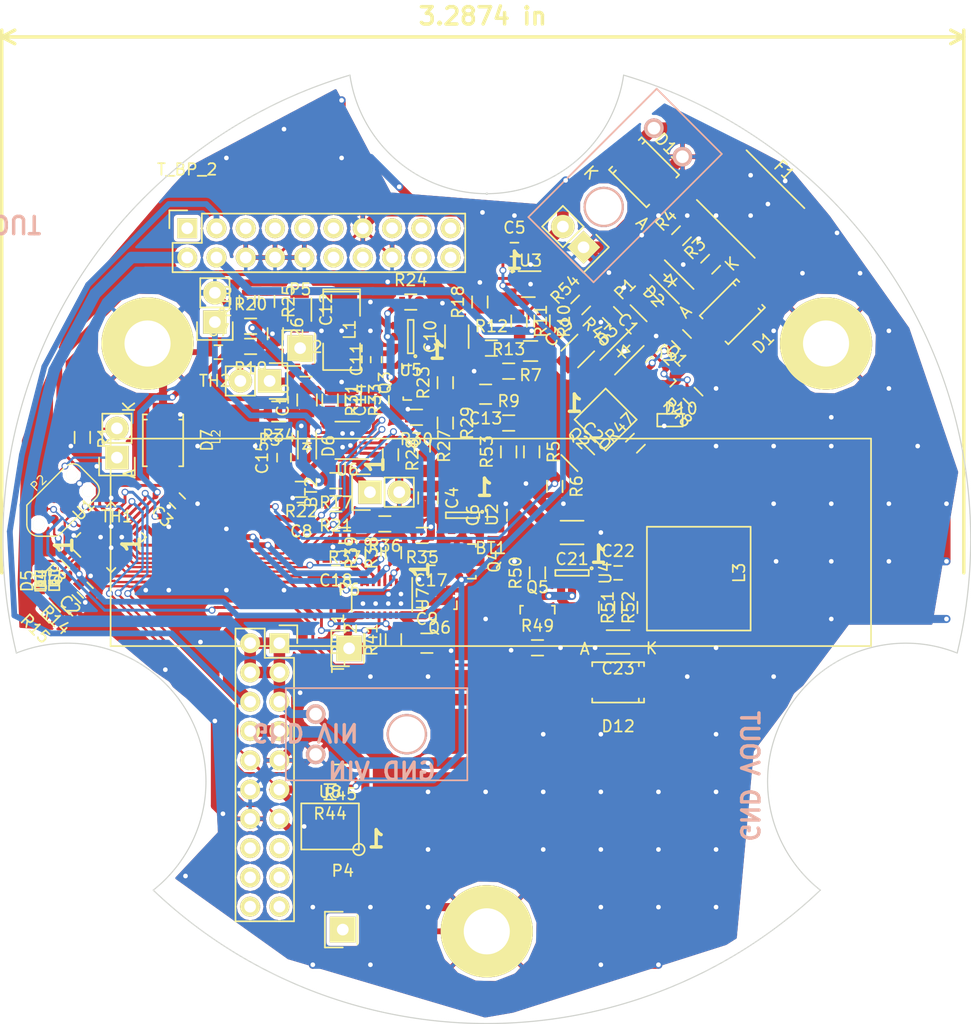
<source format=kicad_pcb>
(kicad_pcb (version 4) (host pcbnew "(2016-03-23 BZR 6647, Git bc699c8)-product")
  (layers (0 F.Cu signal) (31 B.Cu signal) (34 B.Paste user hide) (35 F.Paste user hide) (36 B.SilkS user hide) (37 F.SilkS user) (38 B.Mask user hide) (39 F.Mask user hide) (44 Edge.Cuts user))
  (net 0 "")
  (net 1 GND)
  (net 2 /VBackup)
  (net 3 /VREF)
  (net 4 "Net-(C4-Pad1)")
  (net 5 /SwitchVOut)
  (net 6 /BatVOut)
  (net 7 /12Vto3v3/Vin)
  (net 8 "Net-(C11-Pad1)")
  (net 9 "Net-(C11-Pad2)")
  (net 10 /12Vto3v3/Vout)
  (net 11 /lifepo4Charger/Vin)
  (net 12 "Net-(C14-Pad1)")
  (net 13 "Net-(C15-Pad1)")
  (net 14 "Net-(C15-Pad2)")
  (net 15 /lifepo4Charger/Vout)
  (net 16 /dualIdealDiode/VIN1)
  (net 17 /dualIdealDiode/VIN2)
  (net 18 "Net-(D4-Pad2)")
  (net 19 "Net-(D4-Pad1)")
  (net 20 "Net-(D5-Pad2)")
  (net 21 "Net-(D5-Pad1)")
  (net 22 "Net-(L2-Pad2)")
  (net 23 /SWD_RST)
  (net 24 /SWD_CLK)
  (net 25 "Net-(R1-Pad1)")
  (net 26 /VInSense)
  (net 27 "Net-(R11-Pad2)")
  (net 28 "Net-(R10-Pad1)")
  (net 29 "Net-(R11-Pad1)")
  (net 30 /MainCurrent)
  (net 31 /12Vto3v3/En)
  (net 32 "Net-(R25-Pad2)")
  (net 33 "Net-(R27-Pad1)")
  (net 34 /lifepo4Charger/SHDN)
  (net 35 "Net-(R31-Pad1)")
  (net 36 "Net-(R31-Pad2)")
  (net 37 /dualIdealDiode/EN1)
  (net 38 /dualIdealDiode/EN2)
  (net 39 /dualIdealDiode/WARN1)
  (net 40 /dualIdealDiode/WARN2)
  (net 41 "Net-(TH2-Pad1)")
  (net 42 /lifepo4Charger/CHRG)
  (net 43 /lifepo4Charger/FAULT)
  (net 44 "Net-(Q3-Pad3)")
  (net 45 "Net-(C6-Pad1)")
  (net 46 /dualIdealDiode/Current1)
  (net 47 /dualIdealDiode/Current2)
  (net 48 /template/3v3)
  (net 49 /template/PSU_SCL)
  (net 50 /template/PSU_IRQ)
  (net 51 /template/PSU_SDA)
  (net 52 /template/VBUS)
  (net 53 /template/5v)
  (net 54 "Net-(C1-Pad1)")
  (net 55 "Net-(C19-Pad1)")
  (net 56 "Net-(C19-Pad2)")
  (net 57 "Net-(C20-Pad2)")
  (net 58 /12Vto5V/Vin)
  (net 59 "Net-(C22-Pad1)")
  (net 60 "Net-(C22-Pad2)")
  (net 61 "Net-(D1-Pad1)")
  (net 62 "Net-(D2-Pad1)")
  (net 63 "Net-(D2-Pad2)")
  (net 64 /protection/Vin)
  (net 65 /12Vto5V/En)
  (net 66 "Net-(Q5-Pad3)")
  (net 67 "Net-(R51-Pad2)")
  (net 68 "Net-(Q2-Pad3)")
  (module Fuse_Holders_and_Fuses:Fuse_SMD2920 (layer F.Cu) (at 170.5 41.5 315)
    (fp_text reference F1 (at 0 -4.1275 315) (layer F.SilkS))
    (fp_text value FUSE)
    (pad 1 smd rect (at -3.7 0 45) (size 5.6 2.3) (layers F.Cu F.Paste F.Mask) (net 64 /protection/Vin))
    (pad 2 smd rect (at 3.7 0 45) (size 5.6 2.3) (layers F.Cu F.Paste F.Mask) (net 61 "Net-(D1-Pad1)"))
  )
  (module Housings_DFN_QFN:DFN-16-1EP_3x5mm_Pitch0.5mm (layer F.Cu) (at 138.5 75.75 270)
    (fp_text reference U7 (at 0 -3.55 270) (layer F.SilkS))
    (fp_text value LT4415)
    (pad 1 smd rect (at -1.425 -1.75 270) (size 0.65 0.25) (layers F.Cu F.Paste F.Mask) (net 16 /dualIdealDiode/VIN1))
    (pad 2 smd rect (at -1.425 -1.25 270) (size 0.65 0.25) (layers F.Cu F.Paste F.Mask) (net 16 /dualIdealDiode/VIN1))
    (pad 3 smd rect (at -1.425 -0.75 270) (size 0.65 0.25) (layers F.Cu F.Paste F.Mask) (net 37 /dualIdealDiode/EN1))
    (pad 4 smd rect (at -1.425 -0.25 270) (size 0.65 0.25) (layers F.Cu F.Paste F.Mask) (net 46 /dualIdealDiode/Current1))
    (pad 5 smd rect (at -1.425 0.25 270) (size 0.65 0.25) (layers F.Cu F.Paste F.Mask) (net 47 /dualIdealDiode/Current2))
    (pad 6 smd rect (at -1.425 0.75 270) (size 0.65 0.25) (layers F.Cu F.Paste F.Mask) (net 38 /dualIdealDiode/EN2))
    (pad 7 smd rect (at -1.425 1.25 270) (size 0.65 0.25) (layers F.Cu F.Paste F.Mask) (net 17 /dualIdealDiode/VIN2))
    (pad 8 smd rect (at -1.425 1.75 270) (size 0.65 0.25) (layers F.Cu F.Paste F.Mask) (net 17 /dualIdealDiode/VIN2))
    (pad 9 smd rect (at 1.425 1.75 270) (size 0.65 0.25) (layers F.Cu F.Paste F.Mask) (net 48 /template/3v3))
    (pad 10 smd rect (at 1.425 1.25 270) (size 0.65 0.25) (layers F.Cu F.Paste F.Mask) (net 48 /template/3v3))
    (pad 11 smd rect (at 1.425 0.75 270) (size 0.65 0.25) (layers F.Cu F.Paste F.Mask))
    (pad 12 smd rect (at 1.425 0.25 270) (size 0.65 0.25) (layers F.Cu F.Paste F.Mask) (net 40 /dualIdealDiode/WARN2))
    (pad 13 smd rect (at 1.425 -0.25 270) (size 0.65 0.25) (layers F.Cu F.Paste F.Mask) (net 39 /dualIdealDiode/WARN1))
    (pad 14 smd rect (at 1.425 -0.75 270) (size 0.65 0.25) (layers F.Cu F.Paste F.Mask))
    (pad 15 smd rect (at 1.425 -1.25 270) (size 0.65 0.25) (layers F.Cu F.Paste F.Mask) (net 48 /template/3v3))
    (pad 16 smd rect (at 1.425 -1.75 270) (size 0.65 0.25) (layers F.Cu F.Paste F.Mask) (net 48 /template/3v3))
    (pad 17 smd rect (at 0.415 1.65 270) (size 0.83 1.1) (layers F.Cu F.Paste F.Mask) (net 1 GND))
    (pad 17 smd rect (at 0.415 0.55 270) (size 0.83 1.1) (layers F.Cu F.Paste F.Mask) (net 1 GND))
    (pad 17 smd rect (at 0.415 -0.55 270) (size 0.83 1.1) (layers F.Cu F.Paste F.Mask) (net 1 GND))
    (pad 17 smd rect (at 0.415 -1.65 270) (size 0.83 1.1) (layers F.Cu F.Paste F.Mask) (net 1 GND))
    (pad 17 smd rect (at -0.415 1.65 270) (size 0.83 1.1) (layers F.Cu F.Paste F.Mask) (net 1 GND))
    (pad 17 smd rect (at -0.415 0.55 270) (size 0.83 1.1) (layers F.Cu F.Paste F.Mask) (net 1 GND))
    (pad 17 smd rect (at -0.415 -0.55 270) (size 0.83 1.1) (layers F.Cu F.Paste F.Mask) (net 1 GND))
    (pad 17 smd rect (at -0.415 -1.65 270) (size 0.83 1.1) (layers F.Cu F.Paste F.Mask) (net 1 GND))
  )
  (module Capacitors_SMD:C_0805 (layer F.Cu) (at 142.4 79.6)
    (fp_text reference C9 (at 0 -2.1) (layer F.SilkS))
    (fp_text value 4.7uf)
    (pad 1 smd rect (at -1 0) (size 1 1.25) (layers F.Cu F.Paste F.Mask) (net 48 /template/3v3))
    (pad 2 smd rect (at 1 0) (size 1 1.25) (layers F.Cu F.Paste F.Mask) (net 1 GND))
  )
  (module Housings_DFN_QFN:QFN-24-1EP_4x4mm_Pitch0.5mm (layer F.Cu) (at 115 70.4 45)
    (fp_text reference U1 (at 0 -3.375 45) (layer F.SilkS))
    (fp_text value KL03-QFN24)
    (pad 1 smd rect (at -1.95 -1.25 45) (size 0.85 0.3) (layers F.Cu F.Paste F.Mask) (net 20 "Net-(D5-Pad2)"))
    (pad 2 smd rect (at -1.95 -0.75 45) (size 0.85 0.3) (layers F.Cu F.Paste F.Mask) (net 18 "Net-(D4-Pad2)"))
    (pad 3 smd rect (at -1.95 -0.25 45) (size 0.85 0.3) (layers F.Cu F.Paste F.Mask) (net 2 /VBackup))
    (pad 4 smd rect (at -1.95 0.25 45) (size 0.85 0.3) (layers F.Cu F.Paste F.Mask) (net 1 GND))
    (pad 5 smd rect (at -1.95 0.75 45) (size 0.85 0.3) (layers F.Cu F.Paste F.Mask) (net 40 /dualIdealDiode/WARN2))
    (pad 6 smd rect (at -1.95 1.25 45) (size 0.85 0.3) (layers F.Cu F.Paste F.Mask) (net 39 /dualIdealDiode/WARN1))
    (pad 7 smd rect (at -1.25 1.95 135) (size 0.85 0.3) (layers F.Cu F.Paste F.Mask) (net 37 /dualIdealDiode/EN1))
    (pad 8 smd rect (at -0.75 1.95 135) (size 0.85 0.3) (layers F.Cu F.Paste F.Mask) (net 38 /dualIdealDiode/EN2))
    (pad 9 smd rect (at -0.25 1.95 135) (size 0.85 0.3) (layers F.Cu F.Paste F.Mask) (net 34 /lifepo4Charger/SHDN))
    (pad 10 smd rect (at 0.25 1.95 135) (size 0.85 0.3) (layers F.Cu F.Paste F.Mask) (net 42 /lifepo4Charger/CHRG))
    (pad 11 smd rect (at 0.75 1.95 135) (size 0.85 0.3) (layers F.Cu F.Paste F.Mask) (net 43 /lifepo4Charger/FAULT))
    (pad 12 smd rect (at 1.25 1.95 135) (size 0.85 0.3) (layers F.Cu F.Paste F.Mask) (net 47 /dualIdealDiode/Current2))
    (pad 13 smd rect (at 1.95 1.25 45) (size 0.85 0.3) (layers F.Cu F.Paste F.Mask) (net 46 /dualIdealDiode/Current1))
    (pad 14 smd rect (at 1.95 0.75 45) (size 0.85 0.3) (layers F.Cu F.Paste F.Mask) (net 3 /VREF))
    (pad 15 smd rect (at 1.95 0.25 45) (size 0.85 0.3) (layers F.Cu F.Paste F.Mask) (net 5 /SwitchVOut))
    (pad 16 smd rect (at 1.95 -0.25 45) (size 0.85 0.3) (layers F.Cu F.Paste F.Mask) (net 6 /BatVOut))
    (pad 17 smd rect (at 1.95 -0.75 45) (size 0.85 0.3) (layers F.Cu F.Paste F.Mask) (net 49 /template/PSU_SCL))
    (pad 18 smd rect (at 1.95 -1.25 45) (size 0.85 0.3) (layers F.Cu F.Paste F.Mask) (net 51 /template/PSU_SDA))
    (pad 19 smd rect (at 1.25 -1.95 135) (size 0.85 0.3) (layers F.Cu F.Paste F.Mask) (net 26 /VInSense))
    (pad 20 smd rect (at 0.75 -1.95 135) (size 0.85 0.3) (layers F.Cu F.Paste F.Mask) (net 30 /MainCurrent))
    (pad 21 smd rect (at 0.25 -1.95 135) (size 0.85 0.3) (layers F.Cu F.Paste F.Mask) (net 50 /template/PSU_IRQ))
    (pad 22 smd rect (at -0.25 -1.95 135) (size 0.85 0.3) (layers F.Cu F.Paste F.Mask) (net 24 /SWD_CLK))
    (pad 23 smd rect (at -0.75 -1.95 135) (size 0.85 0.3) (layers F.Cu F.Paste F.Mask) (net 23 /SWD_RST))
    (pad 24 smd rect (at -1.25 -1.95 135) (size 0.85 0.3) (layers F.Cu F.Paste F.Mask) (net 65 /12Vto5V/En))
    (pad 25 smd rect (at 0.65 0.65 45) (size 1.3 1.3) (layers F.Cu F.Paste F.Mask) (net 1 GND))
    (pad 25 smd rect (at 0.65 -0.65 45) (size 1.3 1.3) (layers F.Cu F.Paste F.Mask) (net 1 GND))
    (pad 25 smd rect (at -0.65 0.65 45) (size 1.3 1.3) (layers F.Cu F.Paste F.Mask) (net 1 GND))
    (pad 25 smd rect (at -0.65 -0.65 45) (size 1.3 1.3) (layers F.Cu F.Paste F.Mask) (net 1 GND))
  )
  (module Capacitors_SMD:C_0603 (layer F.Cu) (at 120.75 67.25 135)
    (fp_text reference C3 (at 0 -1.9 135) (layer F.SilkS))
    (fp_text value 1uf)
    (pad 1 smd rect (at -0.75 0 135) (size 0.8 0.75) (layers F.Cu F.Paste F.Mask) (net 1 GND))
    (pad 2 smd rect (at 0.75 0 135) (size 0.8 0.75) (layers F.Cu F.Paste F.Mask) (net 3 /VREF))
  )
  (module Tag-Connect:TC2030-NL_SMALL (layer F.Cu) (at 110.5 67.5 45)
    (fp_text reference P2 (at 0 -2.54 45) (layer F.SilkS) (effects (font (size 0.75 0.75) (thickness 0.1))))
    (fp_text value TC2030-CTX hide)
    (pad 1 connect circle (at -1.27 0.635 45) (size 0.78486 0.78486) (layers F.Cu F.Mask) (net 2 /VBackup))
    (pad 2 connect circle (at -1.27 -0.635 45) (size 0.78486 0.78486) (layers F.Cu F.Mask) (net 65 /12Vto5V/En))
    (pad 3 connect circle (at 0 0.635 45) (size 0.78486 0.78486) (layers F.Cu F.Mask) (net 23 /SWD_RST))
    (pad 4 connect circle (at 0 -0.635 45) (size 0.78486 0.78486) (layers F.Cu F.Mask) (net 24 /SWD_CLK))
    (pad 5 connect circle (at 1.27 0.635 45) (size 0.78486 0.78486) (layers F.Cu F.Mask) (net 1 GND))
    (pad 6 connect circle (at 1.27 -0.635 45) (size 0.78486 0.78486) (layers F.Cu F.Mask))
    (pad "" np_thru_hole circle (at -2.54 0 45) (size 0.98806 0.98806) (drill 0.98806) (layers *.Cu *.Mask F.SilkS))
    (pad "" np_thru_hole circle (at 2.54 -1.016 45) (size 0.98552 0.98552) (drill 0.98552) (layers *.Cu *.Mask F.SilkS))
    (pad "" np_thru_hole circle (at 2.54 1.016 45) (size 0.98552 0.98552) (drill 0.98552) (layers *.Cu *.Mask F.SilkS))
  )
  (module Pin_Headers:Pin_Header_Straight_1x02 (layer F.Cu) (at 156 45.25 225)
    (fp_text reference P1 (at 0 -5.1 225) (layer F.SilkS))
    (fp_text value 12Vin)
    (pad 1 thru_hole rect (at 0 0 225) (size 2.032 2.032) (drill 1.016) (layers *.Cu *.Mask F.SilkS) (net 1 GND))
    (pad 2 thru_hole oval (at 0 2.54 225) (size 2.032 2.032) (drill 1.016) (layers *.Cu *.Mask F.SilkS) (net 64 /protection/Vin))
  )
  (module ASPI-6045S-5R6M-T:ASPI-6045S-5R6M-T (layer F.Cu) (at 125 62 90)
    (fp_text reference L2 (at 0.3 -0.9 90) (layer F.SilkS) (effects (font (size 0.75 0.75) (thickness 0.1))))
    (fp_text value 5.6uh)
    (pad 1 smd rect (at -2.25 0 90) (size 1.7 5.7) (layers F.Cu F.Paste F.Mask) (net 13 "Net-(C15-Pad1)"))
    (pad 2 smd rect (at 2.25 0 90) (size 1.7 5.7) (layers F.Cu F.Paste F.Mask) (net 22 "Net-(L2-Pad2)"))
  )
  (module mounting_screw:mounting_screw (layer F.Cu) (at 147.6 104.6)
    (fp_text reference T_SCREW_3 (at 0 0.5) (layer F.SilkS) (effects (font (size 0.75 0.75) (thickness 0.1))))
    (fp_text value CONN_01X01)
    (pad 1 thru_hole circle (at 0 0) (size 8 8) (drill 4) (layers *.Cu *.Mask F.SilkS) (net 1 GND))
  )
  (module mounting_screw:mounting_screw (layer F.Cu) (at 177.0449 53.6)
    (fp_text reference T_SCREW_1 (at 0 0.5) (layer F.SilkS) (effects (font (size 0.75 0.75) (thickness 0.1))))
    (fp_text value CONN_01X01)
    (pad 1 thru_hole circle (at 0 0) (size 8 8) (drill 4) (layers *.Cu *.Mask F.SilkS) (net 1 GND))
  )
  (module mounting_screw:mounting_screw (layer F.Cu) (at 118.1551 53.6)
    (fp_text reference T_SCREW_2 (at 0 0.5) (layer F.SilkS) (effects (font (size 0.75 0.75) (thickness 0.1))))
    (fp_text value CONN_01X01)
    (pad 1 thru_hole circle (at 0 0) (size 8 8) (drill 4) (layers *.Cu *.Mask F.SilkS) (net 1 GND))
  )
  (module Power:SC-74 (layer F.Cu) (at 134 95.5 180)
    (fp_text reference U8 (at 0 3 180) (layer F.SilkS))
    (fp_text value MMQA)
    (pad 1 smd rect (at -1.2 -0.95 180) (size 1 0.7) (layers F.Cu F.Paste F.Mask) (net 48 /template/3v3))
    (pad 2 smd rect (at -1.2 0 180) (size 1 0.7) (layers F.Cu F.Paste F.Mask) (net 1 GND))
    (pad 3 smd rect (at -1.2 0.95 180) (size 1 0.7) (layers F.Cu F.Paste F.Mask) (net 51 /template/PSU_SDA))
    (pad 4 smd rect (at 1.2 0.95 180) (size 1 0.7) (layers F.Cu F.Paste F.Mask) (net 49 /template/PSU_SCL))
    (pad 5 smd rect (at 1.2 0 180) (size 1 0.7) (layers F.Cu F.Paste F.Mask) (net 1 GND))
    (pad 6 smd rect (at 1.2 -0.95 180) (size 1 0.7) (layers F.Cu F.Paste F.Mask) (net 50 /template/PSU_IRQ))
  )
  (module Diodes_SMD:Diode-SMA_Standard (layer F.Cu) (at 159 83 180)
    (fp_text reference D12 (at 0 -3.81 180) (layer F.SilkS))
    (fp_text value ZENER)
    (fp_text user K (at -2.9 2.95 180) (layer F.SilkS))
    (fp_text user A (at 2.9 2.9 180) (layer F.SilkS))
    (pad 1 smd rect (at -1.99898 0 180) (size 2.49936 1.80086) (layers F.Cu F.Paste F.Mask) (net 53 /template/5v))
    (pad 2 smd rect (at 1.99898 0 180) (size 2.49936 1.80086) (layers F.Cu F.Paste F.Mask) (net 1 GND))
  )
  (module Diodes_SMD:Diode-SMB_Standard (layer F.Cu) (at 161.25 38.75 315)
    (fp_text reference D11 (at 0.05 -3.1 315) (layer F.SilkS))
    (fp_text value ZENER)
    (fp_text user K (at -3.25 3.3 315) (layer F.SilkS))
    (fp_text user A (at 3 3.2 315) (layer F.SilkS))
    (pad 1 smd rect (at -2.14884 0 315) (size 2.49936 2.30124) (layers F.Cu F.Paste F.Mask) (net 64 /protection/Vin))
    (pad 2 smd rect (at 2.14884 0 315) (size 2.49936 2.30124) (layers F.Cu F.Paste F.Mask) (net 1 GND))
  )
  (module Power:Si3407DV (layer F.Cu) (at 156.121293 60.200352 315)
    (fp_text reference Q2 (at 0.762 1.524 315) (layer F.SilkS))
    (fp_text value Si3407DV)
    (pad 1 smd rect (at 0 0 315) (size 0.508 0.699) (layers F.Cu F.Paste F.Mask) (net 52 /template/VBUS))
    (pad 2 smd rect (at 1.001 0 315) (size 0.508 0.699) (layers F.Cu F.Paste F.Mask) (net 52 /template/VBUS))
    (pad 3 smd rect (at 2.002 0 315) (size 0.508 0.699) (layers F.Cu F.Paste F.Mask) (net 68 "Net-(Q2-Pad3)"))
    (pad 6 smd rect (at 0 -2.354 315) (size 0.508 0.699) (layers F.Cu F.Paste F.Mask) (net 52 /template/VBUS))
    (pad 5 smd rect (at 1.01 -2.354 315) (size 0.508 0.699) (layers F.Cu F.Paste F.Mask) (net 52 /template/VBUS))
    (pad 4 smd rect (at 2.002 -2.354 315) (size 0.508 0.699) (layers F.Cu F.Paste F.Mask) (net 55 "Net-(C19-Pad1)"))
  )
  (module Resistors_SMD:R_0603 (layer F.Cu) (at 155.75 50.25 45)
    (fp_text reference R54 (at 0 -1.9 45) (layer F.SilkS))
    (fp_text value DNP)
    (pad 1 smd rect (at -0.75 0 45) (size 0.5 0.9) (layers F.Cu F.Paste F.Mask) (net 52 /template/VBUS))
    (pad 2 smd rect (at 0.75 0 45) (size 0.5 0.9) (layers F.Cu F.Paste F.Mask) (net 64 /protection/Vin))
  )
  (module Resistors_SMD:R_0603 (layer F.Cu) (at 158 76.5 270)
    (fp_text reference R52 (at 0 -1.9 270) (layer F.SilkS))
    (fp_text value 10k)
    (pad 1 smd rect (at -0.75 0 270) (size 0.5 0.9) (layers F.Cu F.Paste F.Mask) (net 67 "Net-(R51-Pad2)"))
    (pad 2 smd rect (at 0.75 0 270) (size 0.5 0.9) (layers F.Cu F.Paste F.Mask) (net 1 GND))
  )
  (module Resistors_SMD:R_0603 (layer F.Cu) (at 160 76.5 90)
    (fp_text reference R51 (at 0 -1.9 90) (layer F.SilkS))
    (fp_text value 56.2k)
    (pad 1 smd rect (at -0.75 0 90) (size 0.5 0.9) (layers F.Cu F.Paste F.Mask) (net 53 /template/5v))
    (pad 2 smd rect (at 0.75 0 90) (size 0.5 0.9) (layers F.Cu F.Paste F.Mask) (net 67 "Net-(R51-Pad2)"))
  )
  (module Resistors_SMD:R_0603 (layer F.Cu) (at 152 73.5 90)
    (fp_text reference R50 (at 0 -1.9 90) (layer F.SilkS))
    (fp_text value 10K)
    (pad 1 smd rect (at -0.75 0 90) (size 0.5 0.9) (layers F.Cu F.Paste F.Mask) (net 66 "Net-(Q5-Pad3)"))
    (pad 2 smd rect (at 0.75 0 90) (size 0.5 0.9) (layers F.Cu F.Paste F.Mask) (net 58 /12Vto5V/Vin))
  )
  (module Resistors_SMD:R_0603 (layer F.Cu) (at 152 80)
    (fp_text reference R49 (at 0 -1.9) (layer F.SilkS))
    (fp_text value 10K)
    (pad 1 smd rect (at -0.75 0) (size 0.5 0.9) (layers F.Cu F.Paste F.Mask) (net 65 /12Vto5V/En))
    (pad 2 smd rect (at 0.75 0) (size 0.5 0.9) (layers F.Cu F.Paste F.Mask) (net 1 GND))
  )
  (module Resistors_SMD:R_0603 (layer F.Cu) (at 134.9 90.8 180)
    (fp_text reference R45 (at 0 -1.9 180) (layer F.SilkS))
    (fp_text value 4.7k)
    (pad 1 smd rect (at -0.75 0 180) (size 0.5 0.9) (layers F.Cu F.Paste F.Mask) (net 2 /VBackup))
    (pad 2 smd rect (at 0.75 0 180) (size 0.5 0.9) (layers F.Cu F.Paste F.Mask) (net 51 /template/PSU_SDA))
  )
  (module Resistors_SMD:R_0603 (layer F.Cu) (at 134 92.5 180)
    (fp_text reference R44 (at 0 -1.9 180) (layer F.SilkS))
    (fp_text value 4.7k)
    (pad 1 smd rect (at -0.75 0 180) (size 0.5 0.9) (layers F.Cu F.Paste F.Mask) (net 2 /VBackup))
    (pad 2 smd rect (at 0.75 0 180) (size 0.5 0.9) (layers F.Cu F.Paste F.Mask) (net 49 /template/PSU_SCL))
  )
  (module Resistors_SMD:R_0603 (layer F.Cu) (at 137.7 79.3 90)
    (fp_text reference R42 (at 0 -1.9 90) (layer F.SilkS))
    (fp_text value 470K)
    (pad 1 smd rect (at -0.75 0 90) (size 0.5 0.9) (layers F.Cu F.Paste F.Mask) (net 48 /template/3v3))
    (pad 2 smd rect (at 0.75 0 90) (size 0.5 0.9) (layers F.Cu F.Paste F.Mask) (net 40 /dualIdealDiode/WARN2))
  )
  (module Resistors_SMD:R_0603 (layer F.Cu) (at 139.5 79.3 90)
    (fp_text reference R41 (at 0 -1.9 90) (layer F.SilkS))
    (fp_text value 470K)
    (pad 1 smd rect (at -0.75 0 90) (size 0.5 0.9) (layers F.Cu F.Paste F.Mask) (net 48 /template/3v3))
    (pad 2 smd rect (at 0.75 0 90) (size 0.5 0.9) (layers F.Cu F.Paste F.Mask) (net 39 /dualIdealDiode/WARN1))
  )
  (module Resistors_SMD:R_0603 (layer F.Cu) (at 137.75 71.75 90)
    (fp_text reference R39 (at 0 -1.9 90) (layer F.SilkS))
    (fp_text value 165)
    (pad 1 smd rect (at -0.75 0 90) (size 0.5 0.9) (layers F.Cu F.Paste F.Mask) (net 47 /dualIdealDiode/Current2))
    (pad 2 smd rect (at 0.75 0 90) (size 0.5 0.9) (layers F.Cu F.Paste F.Mask) (net 1 GND))
  )
  (module Resistors_SMD:R_0603 (layer F.Cu) (at 139.5 71.75 90)
    (fp_text reference R38 (at 0 -1.9 90) (layer F.SilkS))
    (fp_text value 165)
    (pad 1 smd rect (at -0.75 0 90) (size 0.5 0.9) (layers F.Cu F.Paste F.Mask) (net 46 /dualIdealDiode/Current1))
    (pad 2 smd rect (at 0.75 0 90) (size 0.5 0.9) (layers F.Cu F.Paste F.Mask) (net 1 GND))
  )
  (module Resistors_SMD:R_0603 (layer F.Cu) (at 135.25 70.25 180)
    (fp_text reference R37 (at 0 -1.9 180) (layer F.SilkS))
    (fp_text value 95.3K)
    (pad 1 smd rect (at -0.75 0 180) (size 0.5 0.9) (layers F.Cu F.Paste F.Mask) (net 38 /dualIdealDiode/EN2))
    (pad 2 smd rect (at 0.75 0 180) (size 0.5 0.9) (layers F.Cu F.Paste F.Mask) (net 1 GND))
  )
  (module Resistors_SMD:R_0603 (layer F.Cu) (at 138.75 69.25 180)
    (fp_text reference R36 (at 0 -1.9 180) (layer F.SilkS))
    (fp_text value 30.1K)
    (pad 1 smd rect (at -0.75 0 180) (size 0.5 0.9) (layers F.Cu F.Paste F.Mask) (net 37 /dualIdealDiode/EN1))
    (pad 2 smd rect (at 0.75 0 180) (size 0.5 0.9) (layers F.Cu F.Paste F.Mask) (net 38 /dualIdealDiode/EN2))
  )
  (module Resistors_SMD:R_0603 (layer F.Cu) (at 142 70.25 180)
    (fp_text reference R35 (at 0 -1.9 180) (layer F.SilkS))
    (fp_text value 237K)
    (pad 1 smd rect (at -0.75 0 180) (size 0.5 0.9) (layers F.Cu F.Paste F.Mask) (net 16 /dualIdealDiode/VIN1))
    (pad 2 smd rect (at 0.75 0 180) (size 0.5 0.9) (layers F.Cu F.Paste F.Mask) (net 37 /dualIdealDiode/EN1))
  )
  (module Resistors_SMD:R_0603 (layer F.Cu) (at 136 58.5 270)
    (fp_text reference R33 (at 0 -1.9 270) (layer F.SilkS))
    (fp_text value 330k)
    (pad 1 smd rect (at -0.75 0 270) (size 0.5 0.9) (layers F.Cu F.Paste F.Mask) (net 35 "Net-(R31-Pad1)"))
    (pad 2 smd rect (at 0.75 0 270) (size 0.5 0.9) (layers F.Cu F.Paste F.Mask) (net 1 GND))
  )
  (module Resistors_SMD:R_0603 (layer F.Cu) (at 131.9 55.8)
    (fp_text reference R32 (at 0 -1.9) (layer F.SilkS))
    (fp_text value 14.3k)
    (pad 1 smd rect (at -0.75 0) (size 0.5 0.9) (layers F.Cu F.Paste F.Mask) (net 15 /lifepo4Charger/Vout))
    (pad 2 smd rect (at 0.75 0) (size 0.5 0.9) (layers F.Cu F.Paste F.Mask) (net 35 "Net-(R31-Pad1)"))
  )
  (module Resistors_SMD:R_0603 (layer F.Cu) (at 134 58.5 270)
    (fp_text reference R31 (at 0 -1.9 270) (layer F.SilkS))
    (fp_text value 237k)
    (pad 1 smd rect (at -0.75 0 270) (size 0.5 0.9) (layers F.Cu F.Paste F.Mask) (net 35 "Net-(R31-Pad1)"))
    (pad 2 smd rect (at 0.75 0 270) (size 0.5 0.9) (layers F.Cu F.Paste F.Mask) (net 36 "Net-(R31-Pad2)"))
  )
  (module Resistors_SMD:R_0603 (layer F.Cu) (at 141.5 60 180)
    (fp_text reference R30 (at 0 -1.9 180) (layer F.SilkS))
    (fp_text value 10k)
    (pad 1 smd rect (at -0.75 0 180) (size 0.5 0.9) (layers F.Cu F.Paste F.Mask) (net 34 /lifepo4Charger/SHDN))
    (pad 2 smd rect (at 0.75 0 180) (size 0.5 0.9) (layers F.Cu F.Paste F.Mask) (net 1 GND))
  )
  (module Resistors_SMD:R_0603 (layer F.Cu) (at 144 60.5 270)
    (fp_text reference R29 (at 0 -1.9 270) (layer F.SilkS))
    (fp_text value 49.9K)
    (pad 1 smd rect (at -0.75 0 270) (size 0.5 0.9) (layers F.Cu F.Paste F.Mask) (net 34 /lifepo4Charger/SHDN))
    (pad 2 smd rect (at 0.75 0 270) (size 0.5 0.9) (layers F.Cu F.Paste F.Mask) (net 11 /lifepo4Charger/Vin))
  )
  (module Resistors_SMD:R_0603 (layer F.Cu) (at 139.25 63.25 270)
    (fp_text reference R28 (at 0 -1.9 270) (layer F.SilkS))
    (fp_text value 10k)
    (pad 1 smd rect (at -0.75 0 270) (size 0.5 0.9) (layers F.Cu F.Paste F.Mask) (net 33 "Net-(R27-Pad1)"))
    (pad 2 smd rect (at 0.75 0 270) (size 0.5 0.9) (layers F.Cu F.Paste F.Mask) (net 1 GND))
  )
  (module Resistors_SMD:R_0603 (layer F.Cu) (at 142 62.5 270)
    (fp_text reference R27 (at 0 -1.9 270) (layer F.SilkS))
    (fp_text value 13.7k)
    (pad 1 smd rect (at -0.75 0 270) (size 0.5 0.9) (layers F.Cu F.Paste F.Mask) (net 33 "Net-(R27-Pad1)"))
    (pad 2 smd rect (at 0.75 0 270) (size 0.5 0.9) (layers F.Cu F.Paste F.Mask) (net 11 /lifepo4Charger/Vin))
  )
  (module Resistors_SMD:R_0603 (layer F.Cu) (at 131.5 66.25 180)
    (fp_text reference R22 (at 0 -1.9 180) (layer F.SilkS))
    (fp_text value 1K)
    (pad 1 smd rect (at -0.75 0 180) (size 0.5 0.9) (layers F.Cu F.Paste F.Mask) (net 6 /BatVOut))
    (pad 2 smd rect (at 0.75 0 180) (size 0.5 0.9) (layers F.Cu F.Paste F.Mask) (net 1 GND))
  )
  (module Resistors_SMD:R_0603 (layer F.Cu) (at 134.5 67.5 180)
    (fp_text reference R21 (at 0 -1.9 180) (layer F.SilkS))
    (fp_text value 3.9K)
    (pad 1 smd rect (at -0.75 0 180) (size 0.5 0.9) (layers F.Cu F.Paste F.Mask) (net 17 /dualIdealDiode/VIN2))
    (pad 2 smd rect (at 0.75 0 180) (size 0.5 0.9) (layers F.Cu F.Paste F.Mask) (net 6 /BatVOut))
  )
  (module Resistors_SMD:R_0603 (layer F.Cu) (at 147 50 90)
    (fp_text reference R18 (at 0 -1.9 90) (layer F.SilkS))
    (fp_text value 1000)
    (pad 1 smd rect (at -0.75 0 90) (size 0.5 0.9) (layers F.Cu F.Paste F.Mask) (net 30 /MainCurrent))
    (pad 2 smd rect (at 0.75 0 90) (size 0.5 0.9) (layers F.Cu F.Paste F.Mask) (net 1 GND))
  )
  (module Resistors_SMD:R_0603 (layer F.Cu) (at 134.5 65.5 180)
    (fp_text reference R17 (at 0 -1.9 180) (layer F.SilkS))
    (fp_text value 0)
    (pad 1 smd rect (at -0.75 0 180) (size 0.5 0.9) (layers F.Cu F.Paste F.Mask) (net 17 /dualIdealDiode/VIN2))
    (pad 2 smd rect (at 0.75 0 180) (size 0.5 0.9) (layers F.Cu F.Paste F.Mask) (net 15 /lifepo4Charger/Vout))
  )
  (module Resistors_SMD:R_0603 (layer F.Cu) (at 149.5 56)
    (fp_text reference R13 (at 0 -1.9) (layer F.SilkS))
    (fp_text value 0)
    (pad 1 smd rect (at -0.75 0) (size 0.5 0.9) (layers F.Cu F.Paste F.Mask) (net 11 /lifepo4Charger/Vin))
    (pad 2 smd rect (at 0.75 0) (size 0.5 0.9) (layers F.Cu F.Paste F.Mask) (net 27 "Net-(R11-Pad2)"))
  )
  (module Resistors_SMD:R_0603 (layer F.Cu) (at 148 54)
    (fp_text reference R12 (at 0 -1.9) (layer F.SilkS))
    (fp_text value 0)
    (pad 1 smd rect (at -0.75 0) (size 0.5 0.9) (layers F.Cu F.Paste F.Mask) (net 7 /12Vto3v3/Vin))
    (pad 2 smd rect (at 0.75 0) (size 0.5 0.9) (layers F.Cu F.Paste F.Mask) (net 27 "Net-(R11-Pad2)"))
  )
  (module Resistors_SMD:R_0603 (layer F.Cu) (at 150.4 51.65 270)
    (fp_text reference R11 (at 0 -1.9 270) (layer F.SilkS))
    (fp_text value 100)
    (pad 1 smd rect (at -0.75 0 270) (size 0.5 0.9) (layers F.Cu F.Paste F.Mask) (net 29 "Net-(R11-Pad1)"))
    (pad 2 smd rect (at 0.75 0 270) (size 0.5 0.9) (layers F.Cu F.Paste F.Mask) (net 27 "Net-(R11-Pad2)"))
  )
  (module Resistors_SMD:R_0603 (layer F.Cu) (at 152.4 51.65 270)
    (fp_text reference R10 (at 0 -1.9 270) (layer F.SilkS))
    (fp_text value 100)
    (pad 1 smd rect (at -0.75 0 270) (size 0.5 0.9) (layers F.Cu F.Paste F.Mask) (net 28 "Net-(R10-Pad1)"))
    (pad 2 smd rect (at 0.75 0 270) (size 0.5 0.9) (layers F.Cu F.Paste F.Mask) (net 52 /template/VBUS))
  )
  (module Resistors_SMD:R_0603 (layer F.Cu) (at 149.5 60.5)
    (fp_text reference R9 (at 0 -1.9) (layer F.SilkS))
    (fp_text value 0)
    (pad 1 smd rect (at -0.75 0) (size 0.5 0.9) (layers F.Cu F.Paste F.Mask) (net 4 "Net-(C4-Pad1)"))
    (pad 2 smd rect (at 0.75 0) (size 0.5 0.9) (layers F.Cu F.Paste F.Mask) (net 27 "Net-(R11-Pad2)"))
  )
  (module Resistors_SMD:R_0603 (layer F.Cu) (at 111.5 72.25 135)
    (fp_text reference R8 (at 0 -1.9 135) (layer F.SilkS))
    (fp_text value 10000)
    (pad 1 smd rect (at -0.75 0 135) (size 0.5 0.9) (layers F.Cu F.Paste F.Mask) (net 2 /VBackup))
    (pad 2 smd rect (at 0.75 0 135) (size 0.5 0.9) (layers F.Cu F.Paste F.Mask) (net 23 /SWD_RST))
  )
  (module Resistors_SMD:R_0603 (layer F.Cu) (at 153.5 66 270)
    (fp_text reference R6 (at 0 -1.9 270) (layer F.SilkS))
    (fp_text value 10000)
    (pad 1 smd rect (at -0.75 0 270) (size 0.5 0.9) (layers F.Cu F.Paste F.Mask) (net 26 /VInSense))
    (pad 2 smd rect (at 0.75 0 270) (size 0.5 0.9) (layers F.Cu F.Paste F.Mask) (net 1 GND))
  )
  (module Resistors_SMD:R_0603 (layer F.Cu) (at 151.5 63 270)
    (fp_text reference R5 (at 0 -1.9 270) (layer F.SilkS))
    (fp_text value 200000)
    (pad 1 smd rect (at -0.75 0 270) (size 0.5 0.9) (layers F.Cu F.Paste F.Mask) (net 27 "Net-(R11-Pad2)"))
    (pad 2 smd rect (at 0.75 0 270) (size 0.5 0.9) (layers F.Cu F.Paste F.Mask) (net 26 /VInSense))
  )
  (module Transistors_SMD:sc70 (layer F.Cu) (at 163.5 60.25)
    (fp_text reference D10 (at 0.95 -1) (layer F.SilkS))
    (fp_text value D_Schottky_x2_Serial_AKC)
    (pad 1 smd rect (at -0.6604 1.016) (size 0.4572 0.7112) (layers F.Cu F.Paste F.Mask) (net 1 GND))
    (pad 2 smd rect (at 0.6604 1.016) (size 0.4572 0.7112) (layers F.Cu F.Paste F.Mask) (net 57 "Net-(C20-Pad2)"))
    (pad 3 smd rect (at 0 -1.016) (size 0.4572 0.7112) (layers F.Cu F.Paste F.Mask) (net 56 "Net-(C19-Pad2)"))
  )
  (module Diodes_SMD:Diode-SMA_Standard (layer F.Cu) (at 168.913492 50.836508 225)
    (fp_text reference D1 (at 0 -3.81 225) (layer F.SilkS))
    (fp_text value DIODE)
    (fp_text user K (at -2.9 2.95 225) (layer F.SilkS))
    (fp_text user A (at 2.9 2.9 225) (layer F.SilkS))
    (pad 1 smd rect (at -1.99898 0 225) (size 2.49936 1.80086) (layers F.Cu F.Paste F.Mask) (net 61 "Net-(D1-Pad1)"))
    (pad 2 smd rect (at 1.99898 0 225) (size 2.49936 1.80086) (layers F.Cu F.Paste F.Mask) (net 55 "Net-(C19-Pad1)"))
  )
  (module Capacitors_SMD:C_0603 (layer F.Cu) (at 159 73.5)
    (fp_text reference C22 (at 0 -1.9) (layer F.SilkS))
    (fp_text value 100nf)
    (pad 1 smd rect (at -0.75 0) (size 0.8 0.75) (layers F.Cu F.Paste F.Mask) (net 59 "Net-(C22-Pad1)"))
    (pad 2 smd rect (at 0.75 0) (size 0.8 0.75) (layers F.Cu F.Paste F.Mask) (net 60 "Net-(C22-Pad2)"))
  )
  (module Capacitors_SMD:C_0603 (layer F.Cu) (at 134.5 72.25 180)
    (fp_text reference C18 (at 0 -1.9 180) (layer F.SilkS))
    (fp_text value 1u)
    (pad 1 smd rect (at -0.75 0 180) (size 0.8 0.75) (layers F.Cu F.Paste F.Mask) (net 17 /dualIdealDiode/VIN2))
    (pad 2 smd rect (at 0.75 0 180) (size 0.8 0.75) (layers F.Cu F.Paste F.Mask) (net 1 GND))
  )
  (module Capacitors_SMD:C_0603 (layer F.Cu) (at 142.75 72.25 180)
    (fp_text reference C17 (at 0 -1.9 180) (layer F.SilkS))
    (fp_text value 1u)
    (pad 1 smd rect (at -0.75 0 180) (size 0.8 0.75) (layers F.Cu F.Paste F.Mask) (net 1 GND))
    (pad 2 smd rect (at 0.75 0 180) (size 0.8 0.75) (layers F.Cu F.Paste F.Mask) (net 16 /dualIdealDiode/VIN1))
  )
  (module Capacitors_SMD:C_0603 (layer F.Cu) (at 130 63.5 90)
    (fp_text reference C15 (at 0 -1.9 90) (layer F.SilkS))
    (fp_text value 1uf)
    (pad 1 smd rect (at -0.75 0 90) (size 0.8 0.75) (layers F.Cu F.Paste F.Mask) (net 13 "Net-(C15-Pad1)"))
    (pad 2 smd rect (at 0.75 0 90) (size 0.8 0.75) (layers F.Cu F.Paste F.Mask) (net 14 "Net-(C15-Pad2)"))
  )
  (module Capacitors_SMD:C_0603 (layer F.Cu) (at 138.5 58.5 90)
    (fp_text reference C14 (at 0 -1.9 90) (layer F.SilkS))
    (fp_text value .68uf)
    (pad 1 smd rect (at -0.75 0 90) (size 0.8 0.75) (layers F.Cu F.Paste F.Mask) (net 12 "Net-(C14-Pad1)"))
    (pad 2 smd rect (at 0.75 0 90) (size 0.8 0.75) (layers F.Cu F.Paste F.Mask) (net 1 GND))
  )
  (module Capacitors_SMD:C_0603 (layer F.Cu) (at 131.5 68 180)
    (fp_text reference C8 (at 0 -1.9 180) (layer F.SilkS))
    (fp_text value DNP)
    (pad 1 smd rect (at -0.75 0 180) (size 0.8 0.75) (layers F.Cu F.Paste F.Mask) (net 6 /BatVOut))
    (pad 2 smd rect (at 0.75 0 180) (size 0.8 0.75) (layers F.Cu F.Paste F.Mask) (net 1 GND))
  )
  (module Capacitors_SMD:C_0603 (layer F.Cu) (at 150 45.45)
    (fp_text reference C5 (at 0 -1.9) (layer F.SilkS))
    (fp_text value 1uf)
    (pad 1 smd rect (at -0.75 0) (size 0.8 0.75) (layers F.Cu F.Paste F.Mask) (net 2 /VBackup))
    (pad 2 smd rect (at 0.75 0) (size 0.8 0.75) (layers F.Cu F.Paste F.Mask) (net 1 GND))
  )
  (module Housings_SOT-23_SOT-143_TSOT-6:SOT-23-6 (layer F.Cu) (at 155 73.5 270)
    (fp_text reference U4 (at 0 -2.9 270) (layer F.SilkS))
    (fp_text value TPS563200)
    (pad 1 smd rect (at -1.1 -0.95 270) (size 1.06 0.65) (layers F.Cu F.Paste F.Mask) (net 1 GND))
    (pad 2 smd rect (at -1.1 0 270) (size 1.06 0.65) (layers F.Cu F.Paste F.Mask) (net 59 "Net-(C22-Pad1)"))
    (pad 3 smd rect (at -1.1 0.95 270) (size 1.06 0.65) (layers F.Cu F.Paste F.Mask) (net 58 /12Vto5V/Vin))
    (pad 4 smd rect (at 1.1 0.95 270) (size 1.06 0.65) (layers F.Cu F.Paste F.Mask) (net 67 "Net-(R51-Pad2)"))
    (pad 6 smd rect (at 1.1 -0.95 270) (size 1.06 0.65) (layers F.Cu F.Paste F.Mask) (net 60 "Net-(C22-Pad2)"))
    (pad 5 smd rect (at 1.1 0 270) (size 1.06 0.65) (layers F.Cu F.Paste F.Mask) (net 66 "Net-(Q5-Pad3)"))
  )
  (module Resistors_SMD:R_0603 (layer F.Cu) (at 149.5 63 90)
    (fp_text reference R53 (at 0 -1.9 90) (layer F.SilkS))
    (fp_text value 0)
    (pad 1 smd rect (at -0.75 0 90) (size 0.5 0.9) (layers F.Cu F.Paste F.Mask) (net 58 /12Vto5V/Vin))
    (pad 2 smd rect (at 0.75 0 90) (size 0.5 0.9) (layers F.Cu F.Paste F.Mask) (net 27 "Net-(R11-Pad2)"))
  )
  (module Resistors_SMD:R_0603 (layer F.Cu) (at 165.5 58.25 135)
    (fp_text reference R48 (at 0 -1.9 135) (layer F.SilkS))
    (fp_text value 10.2k)
    (pad 1 smd rect (at -0.75 0 135) (size 0.5 0.9) (layers F.Cu F.Paste F.Mask) (net 57 "Net-(C20-Pad2)"))
    (pad 2 smd rect (at 0.75 0 135) (size 0.5 0.9) (layers F.Cu F.Paste F.Mask) (net 56 "Net-(C19-Pad2)"))
  )
  (module Resistors_SMD:R_0603 (layer F.Cu) (at 160.5 62.25 45)
    (fp_text reference R47 (at 0 -1.9 45) (layer F.SilkS))
    (fp_text value 10)
    (pad 1 smd rect (at -0.75 0 45) (size 0.5 0.9) (layers F.Cu F.Paste F.Mask) (net 68 "Net-(Q2-Pad3)"))
    (pad 2 smd rect (at 0.75 0 45) (size 0.5 0.9) (layers F.Cu F.Paste F.Mask) (net 56 "Net-(C19-Pad2)"))
  )
  (module Resistors_SMD:R_0603 (layer F.Cu) (at 158.5 51.25 135)
    (fp_text reference R46 (at 0 -1.9 135) (layer F.SilkS))
    (fp_text value 33.2k)
    (pad 1 smd rect (at -0.75 0 135) (size 0.5 0.9) (layers F.Cu F.Paste F.Mask) (net 56 "Net-(C19-Pad2)"))
    (pad 2 smd rect (at 0.75 0 135) (size 0.5 0.9) (layers F.Cu F.Paste F.Mask) (net 1 GND))
  )
  (module Resistors_SMD:R_0603 (layer F.Cu) (at 164.5 44.25 45)
    (fp_text reference R4 (at 0 -1.9 45) (layer F.SilkS))
    (fp_text value 27.4k)
    (pad 1 smd rect (at -0.75 0 45) (size 0.5 0.9) (layers F.Cu F.Paste F.Mask) (net 63 "Net-(D2-Pad2)"))
    (pad 2 smd rect (at 0.75 0 45) (size 0.5 0.9) (layers F.Cu F.Paste F.Mask) (net 1 GND))
  )
  (module Resistors_SMD:R_0603 (layer F.Cu) (at 167.03033 46.71967 45)
    (fp_text reference R3 (at 0 -1.9 45) (layer F.SilkS))
    (fp_text value 100k)
    (pad 1 smd rect (at -0.75 0 45) (size 0.5 0.9) (layers F.Cu F.Paste F.Mask) (net 62 "Net-(D2-Pad1)"))
    (pad 2 smd rect (at 0.75 0 45) (size 0.5 0.9) (layers F.Cu F.Paste F.Mask) (net 61 "Net-(D1-Pad1)"))
  )
  (module Resistors_SMD:R_0603 (layer F.Cu) (at 164.5 53.25 135)
    (fp_text reference R2 (at 0 -1.9 135) (layer F.SilkS))
    (fp_text value 10)
    (pad 1 smd rect (at -0.75 0 135) (size 0.5 0.9) (layers F.Cu F.Paste F.Mask) (net 55 "Net-(C19-Pad1)"))
    (pad 2 smd rect (at 0.75 0 135) (size 0.5 0.9) (layers F.Cu F.Paste F.Mask) (net 54 "Net-(C1-Pad1)"))
  )
  (module Housings_SOT-23_SOT-143_TSOT-6:SOT-23 (layer F.Cu) (at 152 77)
    (fp_text reference Q5 (at 0 -2.25) (layer F.SilkS))
    (fp_text value MOS_N_numbered)
    (pad 1 smd rect (at -0.95 1.00076) (size 0.8001 0.8001) (layers F.Cu F.Paste F.Mask) (net 65 /12Vto5V/En))
    (pad 2 smd rect (at 0.95 1.00076) (size 0.8001 0.8001) (layers F.Cu F.Paste F.Mask) (net 1 GND))
    (pad 3 smd rect (at 0 -0.99822) (size 0.8001 0.8001) (layers F.Cu F.Paste F.Mask) (net 66 "Net-(Q5-Pad3)"))
  )
  (module Housings_SOT-23_SOT-143_TSOT-6:SOT-23 (layer F.Cu) (at 162.5 56.25 315)
    (fp_text reference Q1 (at 0 -2.25 315) (layer F.SilkS))
    (fp_text value Q_PNP_BEC)
    (pad 1 smd rect (at -0.95 1.00076 315) (size 0.8001 0.8001) (layers F.Cu F.Paste F.Mask) (net 62 "Net-(D2-Pad1)"))
    (pad 2 smd rect (at 0.95 1.00076 315) (size 0.8001 0.8001) (layers F.Cu F.Paste F.Mask) (net 55 "Net-(C19-Pad1)"))
    (pad 3 smd rect (at 0 -0.99822 315) (size 0.8001 0.8001) (layers F.Cu F.Paste F.Mask) (net 56 "Net-(C19-Pad2)"))
  )
  (module NRS8030:NRS8030T3R3MJGJ (layer F.Cu) (at 166 74 90)
    (fp_text reference L3 (at 0.5 3.5 90) (layer F.SilkS))
    (fp_text value 3.3uh)
    (pad 2 smd rect (at 2.8 0 90) (size 1.8 7.5) (layers F.Cu F.Paste F.Mask) (net 59 "Net-(C22-Pad1)"))
    (pad 1 smd rect (at -2.8 0 90) (size 1.8 7.5) (layers F.Cu F.Paste F.Mask) (net 53 /template/5v))
  )
  (module Diodes_SMD:SOD-123 (layer F.Cu) (at 159.5 54.25 45)
    (fp_text reference D3 (at 0 -2 45) (layer F.SilkS))
    (fp_text value ZENER)
    (pad 1 smd rect (at -1.635 0 45) (size 0.91 1.22) (layers F.Cu F.Paste F.Mask) (net 55 "Net-(C19-Pad1)"))
    (pad 2 smd rect (at 1.635 0 45) (size 0.91 1.22) (layers F.Cu F.Paste F.Mask) (net 56 "Net-(C19-Pad2)"))
  )
  (module Diodes_SMD:SOD-123 (layer F.Cu) (at 163.5 48.09388 135)
    (fp_text reference D2 (at 0 -2 135) (layer F.SilkS))
    (fp_text value ZENER)
    (pad 1 smd rect (at -1.635 0 135) (size 0.91 1.22) (layers F.Cu F.Paste F.Mask) (net 62 "Net-(D2-Pad1)"))
    (pad 2 smd rect (at 1.635 0 135) (size 0.91 1.22) (layers F.Cu F.Paste F.Mask) (net 63 "Net-(D2-Pad2)"))
  )
  (module Capacitors_SMD:C_1206 (layer F.Cu) (at 159 79.5 180)
    (fp_text reference C23 (at 0 -2.3 180) (layer F.SilkS))
    (fp_text value 47uf)
    (pad 1 smd rect (at -1.5 0 180) (size 1 1.6) (layers F.Cu F.Paste F.Mask) (net 53 /template/5v))
    (pad 2 smd rect (at 1.5 0 180) (size 1 1.6) (layers F.Cu F.Paste F.Mask) (net 1 GND))
  )
  (module Capacitors_SMD:C_1206 (layer F.Cu) (at 155 70 180)
    (fp_text reference C21 (at 0 -2.3 180) (layer F.SilkS))
    (fp_text value 22uf)
    (pad 1 smd rect (at -1.5 0 180) (size 1 1.6) (layers F.Cu F.Paste F.Mask) (net 1 GND))
    (pad 2 smd rect (at 1.5 0 180) (size 1 1.6) (layers F.Cu F.Paste F.Mask) (net 58 /12Vto5V/Vin))
  )
  (module Capacitors_SMD:C_1206 (layer F.Cu) (at 155.5 63.25 315)
    (fp_text reference C20 (at 0 -2.3 315) (layer F.SilkS))
    (fp_text value ".1uf 100v")
    (pad 1 smd rect (at -1.5 0 315) (size 1 1.6) (layers F.Cu F.Paste F.Mask) (net 52 /template/VBUS))
    (pad 2 smd rect (at 1.5 0 315) (size 1 1.6) (layers F.Cu F.Paste F.Mask) (net 57 "Net-(C20-Pad2)"))
  )
  (module Capacitors_SMD:C_1206 (layer F.Cu) (at 155.5 54.25 45)
    (fp_text reference C19 (at 0 -2.3 45) (layer F.SilkS))
    (fp_text value "1uf 100v")
    (pad 1 smd rect (at -1.5 0 45) (size 1 1.6) (layers F.Cu F.Paste F.Mask) (net 55 "Net-(C19-Pad1)"))
    (pad 2 smd rect (at 1.5 0 45) (size 1 1.6) (layers F.Cu F.Paste F.Mask) (net 56 "Net-(C19-Pad2)"))
  )
  (module Capacitors_SMD:C_1206 (layer F.Cu) (at 161.5 50.25 135)
    (fp_text reference C1 (at 0 -2.3 135) (layer F.SilkS))
    (fp_text value "1uf 100v")
    (pad 1 smd rect (at -1.5 0 135) (size 1 1.6) (layers F.Cu F.Paste F.Mask) (net 54 "Net-(C1-Pad1)"))
    (pad 2 smd rect (at 1.5 0 135) (size 1 1.6) (layers F.Cu F.Paste F.Mask) (net 1 GND))
  )
  (module Power:LT6105 (layer F.Cu) (at 151.4 48.45)
    (fp_text reference U3 (at 0 -2.05) (layer F.SilkS))
    (fp_text value LT6105)
    (pad 1 smd rect (at -1.425 -0.5) (size 0.7 0.25) (layers F.Cu F.Paste F.Mask) (net 29 "Net-(R11-Pad1)"))
    (pad 2 smd rect (at -1.425 0) (size 0.7 0.25) (layers F.Cu F.Paste F.Mask) (net 2 /VBackup))
    (pad 3 smd rect (at -1.425 0.5) (size 0.7 0.25) (layers F.Cu F.Paste F.Mask) (net 1 GND))
    (pad 4 smd rect (at 1.425 0.5) (size 0.7 0.25) (layers F.Cu F.Paste F.Mask) (net 30 /MainCurrent))
    (pad 5 smd rect (at 1.425 0) (size 0.7 0.25) (layers F.Cu F.Paste F.Mask))
    (pad 6 smd rect (at 1.425 -0.5) (size 0.7 0.25) (layers F.Cu F.Paste F.Mask) (net 28 "Net-(R10-Pad1)"))
    (pad 7 smd rect (at 0 0) (size 1.65 1.35) (layers F.Cu F.Paste F.Mask) (net 1 GND))
  )
  (module Socket_Strips:Socket_Strip_Straight_2x10 (layer F.Cu) (at 129.6 79.6 270)
    (fp_text reference T_BP_1 (at 0 -5.1 270) (layer F.SilkS))
    (fp_text value CONN_02X10)
    (pad 1 thru_hole rect (at 0 0 270) (size 1.7272 1.7272) (drill 1.016) (layers *.Cu *.Mask F.SilkS) (net 48 /template/3v3))
    (pad 2 thru_hole oval (at 0 2.54 270) (size 1.7272 1.7272) (drill 1.016) (layers *.Cu *.Mask F.SilkS) (net 48 /template/3v3))
    (pad 3 thru_hole oval (at 2.54 0 270) (size 1.7272 1.7272) (drill 1.016) (layers *.Cu *.Mask F.SilkS) (net 48 /template/3v3))
    (pad 4 thru_hole oval (at 2.54 2.54 270) (size 1.7272 1.7272) (drill 1.016) (layers *.Cu *.Mask F.SilkS) (net 48 /template/3v3))
    (pad 5 thru_hole oval (at 5.08 0 270) (size 1.7272 1.7272) (drill 1.016) (layers *.Cu *.Mask F.SilkS) (net 48 /template/3v3))
    (pad 6 thru_hole oval (at 5.08 2.54 270) (size 1.7272 1.7272) (drill 1.016) (layers *.Cu *.Mask F.SilkS) (net 53 /template/5v))
    (pad 7 thru_hole oval (at 7.62 0 270) (size 1.7272 1.7272) (drill 1.016) (layers *.Cu *.Mask F.SilkS) (net 52 /template/VBUS))
    (pad 8 thru_hole oval (at 7.62 2.54 270) (size 1.7272 1.7272) (drill 1.016) (layers *.Cu *.Mask F.SilkS) (net 52 /template/VBUS))
    (pad 9 thru_hole oval (at 10.16 0 270) (size 1.7272 1.7272) (drill 1.016) (layers *.Cu *.Mask F.SilkS) (net 1 GND))
    (pad 10 thru_hole oval (at 10.16 2.54 270) (size 1.7272 1.7272) (drill 1.016) (layers *.Cu *.Mask F.SilkS) (net 51 /template/PSU_SDA))
    (pad 11 thru_hole oval (at 12.7 0 270) (size 1.7272 1.7272) (drill 1.016) (layers *.Cu *.Mask F.SilkS) (net 49 /template/PSU_SCL))
    (pad 12 thru_hole oval (at 12.7 2.54 270) (size 1.7272 1.7272) (drill 1.016) (layers *.Cu *.Mask F.SilkS) (net 1 GND))
    (pad 13 thru_hole oval (at 15.24 0 270) (size 1.7272 1.7272) (drill 1.016) (layers *.Cu *.Mask F.SilkS) (net 50 /template/PSU_IRQ))
    (pad 14 thru_hole oval (at 15.24 2.54 270) (size 1.7272 1.7272) (drill 1.016) (layers *.Cu *.Mask F.SilkS) (net 1 GND))
    (pad 15 thru_hole oval (at 17.78 0 270) (size 1.7272 1.7272) (drill 1.016) (layers *.Cu *.Mask F.SilkS))
    (pad 16 thru_hole oval (at 17.78 2.54 270) (size 1.7272 1.7272) (drill 1.016) (layers *.Cu *.Mask F.SilkS))
    (pad 17 thru_hole oval (at 20.32 0 270) (size 1.7272 1.7272) (drill 1.016) (layers *.Cu *.Mask F.SilkS))
    (pad 18 thru_hole oval (at 20.32 2.54 270) (size 1.7272 1.7272) (drill 1.016) (layers *.Cu *.Mask F.SilkS))
    (pad 19 thru_hole oval (at 22.86 0 270) (size 1.7272 1.7272) (drill 1.016) (layers *.Cu *.Mask F.SilkS))
    (pad 20 thru_hole oval (at 22.86 2.54 270) (size 1.7272 1.7272) (drill 1.016) (layers *.Cu *.Mask F.SilkS))
  )
  (module Socket_Strips:Socket_Strip_Straight_2x10 (layer F.Cu) (at 121.6 43.6)
    (fp_text reference T_BP_2 (at 0 -5.1) (layer F.SilkS))
    (fp_text value CONN_02X10)
    (pad 1 thru_hole rect (at 0 0) (size 1.7272 1.7272) (drill 1.016) (layers *.Cu *.Mask F.SilkS) (net 48 /template/3v3))
    (pad 2 thru_hole oval (at 0 2.54) (size 1.7272 1.7272) (drill 1.016) (layers *.Cu *.Mask F.SilkS) (net 48 /template/3v3))
    (pad 3 thru_hole oval (at 2.54 0) (size 1.7272 1.7272) (drill 1.016) (layers *.Cu *.Mask F.SilkS) (net 53 /template/5v))
    (pad 4 thru_hole oval (at 2.54 2.54) (size 1.7272 1.7272) (drill 1.016) (layers *.Cu *.Mask F.SilkS) (net 52 /template/VBUS))
    (pad 5 thru_hole oval (at 5.08 0) (size 1.7272 1.7272) (drill 1.016) (layers *.Cu *.Mask F.SilkS))
    (pad 6 thru_hole oval (at 5.08 2.54) (size 1.7272 1.7272) (drill 1.016) (layers *.Cu *.Mask F.SilkS) (net 1 GND))
    (pad 7 thru_hole oval (at 7.62 0) (size 1.7272 1.7272) (drill 1.016) (layers *.Cu *.Mask F.SilkS))
    (pad 8 thru_hole oval (at 7.62 2.54) (size 1.7272 1.7272) (drill 1.016) (layers *.Cu *.Mask F.SilkS) (net 1 GND))
    (pad 9 thru_hole oval (at 10.16 0) (size 1.7272 1.7272) (drill 1.016) (layers *.Cu *.Mask F.SilkS))
    (pad 10 thru_hole oval (at 10.16 2.54) (size 1.7272 1.7272) (drill 1.016) (layers *.Cu *.Mask F.SilkS) (net 1 GND))
    (pad 11 thru_hole oval (at 12.7 0) (size 1.7272 1.7272) (drill 1.016) (layers *.Cu *.Mask F.SilkS))
    (pad 12 thru_hole oval (at 12.7 2.54) (size 1.7272 1.7272) (drill 1.016) (layers *.Cu *.Mask F.SilkS))
    (pad 13 thru_hole oval (at 15.24 0) (size 1.7272 1.7272) (drill 1.016) (layers *.Cu *.Mask F.SilkS) (net 1 GND))
    (pad 14 thru_hole oval (at 15.24 2.54) (size 1.7272 1.7272) (drill 1.016) (layers *.Cu *.Mask F.SilkS))
    (pad 15 thru_hole oval (at 17.78 0) (size 1.7272 1.7272) (drill 1.016) (layers *.Cu *.Mask F.SilkS))
    (pad 16 thru_hole oval (at 17.78 2.54) (size 1.7272 1.7272) (drill 1.016) (layers *.Cu *.Mask F.SilkS) (net 1 GND))
    (pad 17 thru_hole oval (at 20.32 0) (size 1.7272 1.7272) (drill 1.016) (layers *.Cu *.Mask F.SilkS))
    (pad 18 thru_hole oval (at 20.32 2.54) (size 1.7272 1.7272) (drill 1.016) (layers *.Cu *.Mask F.SilkS))
    (pad 19 thru_hole oval (at 22.86 0) (size 1.7272 1.7272) (drill 1.016) (layers *.Cu *.Mask F.SilkS))
    (pad 20 thru_hole oval (at 22.86 2.54) (size 1.7272 1.7272) (drill 1.016) (layers *.Cu *.Mask F.SilkS))
  )
  (module Pin_Headers:Pin_Header_Straight_1x02 (layer F.Cu) (at 137.46 66.5 90)
    (fp_text reference BT2 (at 0 -5.1 90) (layer F.SilkS))
    (fp_text value BATTERY)
    (pad 1 thru_hole rect (at 0 0 90) (size 2.032 2.032) (drill 1.016) (layers *.Cu *.Mask F.SilkS) (net 15 /lifepo4Charger/Vout))
    (pad 2 thru_hole oval (at 0 2.54 90) (size 2.032 2.032) (drill 1.016) (layers *.Cu *.Mask F.SilkS) (net 1 GND))
  )
  (module Diodes_SMD:Diode-SMA_Standard (layer F.Cu) (at 119.5 62 270)
    (fp_text reference D7 (at 0 -3.81 270) (layer F.SilkS))
    (fp_text value CMSH3-40MA)
    (fp_text user K (at -2.9 2.95 270) (layer F.SilkS))
    (fp_text user A (at 2.9 2.9 270) (layer F.SilkS))
    (pad 1 smd rect (at -1.99898 0 270) (size 2.49936 1.80086) (layers F.Cu F.Paste F.Mask) (net 1 GND))
    (pad 2 smd rect (at 1.99898 0 270) (size 2.49936 1.80086) (layers F.Cu F.Paste F.Mask) (net 13 "Net-(C15-Pad1)"))
  )
  (module Housings_SOT-23_SOT-143_TSOT-6:SOT-23-5 (layer F.Cu) (at 145.5 68.5 270)
    (fp_text reference U2 (at -0.05 -2.55 270) (layer F.SilkS))
    (fp_text value TLV71209DBV)
    (pad 1 smd rect (at -1.1 -0.95 270) (size 1.06 0.65) (layers F.Cu F.Paste F.Mask) (net 4 "Net-(C4-Pad1)"))
    (pad 2 smd rect (at -1.1 0 270) (size 1.06 0.65) (layers F.Cu F.Paste F.Mask) (net 1 GND))
    (pad 3 smd rect (at -1.1 0.95 270) (size 1.06 0.65) (layers F.Cu F.Paste F.Mask) (net 4 "Net-(C4-Pad1)"))
    (pad 4 smd rect (at 1.1 0.95 270) (size 1.06 0.65) (layers F.Cu F.Paste F.Mask))
    (pad 5 smd rect (at 1.1 -0.95 270) (size 1.06 0.65) (layers F.Cu F.Paste F.Mask) (net 45 "Net-(C6-Pad1)"))
  )
  (module Pin_Headers:Pin_Header_Straight_1x02 (layer F.Cu) (at 115.5 63.5 180)
    (fp_text reference TH1 (at 0 -5.1 180) (layer F.SilkS))
    (fp_text value THERMISTOR)
    (pad 1 thru_hole rect (at 0 0 180) (size 2.032 2.032) (drill 1.016) (layers *.Cu *.Mask F.SilkS) (net 24 /SWD_CLK))
    (pad 2 thru_hole oval (at 0 2.54 180) (size 2.032 2.032) (drill 1.016) (layers *.Cu *.Mask F.SilkS) (net 25 "Net-(R1-Pad1)"))
  )
  (module Housings_DFN_QFN:DFN-12-1EP_3x3mm_Pitch0.45mm (layer F.Cu) (at 135.5 62 180)
    (fp_text reference U6 (at 0 -2.55 180) (layer F.SilkS))
    (fp_text value LT3652)
    (pad 1 smd rect (at -1.4 -1.125 180) (size 0.7 0.25) (layers F.Cu F.Paste F.Mask) (net 11 /lifepo4Charger/Vin))
    (pad 2 smd rect (at -1.4 -0.675 180) (size 0.7 0.25) (layers F.Cu F.Paste F.Mask) (net 33 "Net-(R27-Pad1)"))
    (pad 3 smd rect (at -1.4 -0.225 180) (size 0.7 0.25) (layers F.Cu F.Paste F.Mask) (net 34 /lifepo4Charger/SHDN))
    (pad 4 smd rect (at -1.4 0.225 180) (size 0.7 0.25) (layers F.Cu F.Paste F.Mask) (net 42 /lifepo4Charger/CHRG))
    (pad 5 smd rect (at -1.4 0.675 180) (size 0.7 0.25) (layers F.Cu F.Paste F.Mask) (net 43 /lifepo4Charger/FAULT))
    (pad 6 smd rect (at -1.4 1.125 180) (size 0.7 0.25) (layers F.Cu F.Paste F.Mask) (net 12 "Net-(C14-Pad1)"))
    (pad 7 smd rect (at 1.4 1.125 180) (size 0.7 0.25) (layers F.Cu F.Paste F.Mask) (net 36 "Net-(R31-Pad2)"))
    (pad 8 smd rect (at 1.4 0.675 180) (size 0.7 0.25) (layers F.Cu F.Paste F.Mask) (net 41 "Net-(TH2-Pad1)"))
    (pad 9 smd rect (at 1.4 0.225 180) (size 0.7 0.25) (layers F.Cu F.Paste F.Mask) (net 15 /lifepo4Charger/Vout))
    (pad 10 smd rect (at 1.4 -0.225 180) (size 0.7 0.25) (layers F.Cu F.Paste F.Mask) (net 22 "Net-(L2-Pad2)"))
    (pad 11 smd rect (at 1.4 -0.675 180) (size 0.7 0.25) (layers F.Cu F.Paste F.Mask) (net 14 "Net-(C15-Pad2)"))
    (pad 12 smd rect (at 1.4 -1.125 180) (size 0.7 0.25) (layers F.Cu F.Paste F.Mask) (net 13 "Net-(C15-Pad1)"))
    (pad 13 smd rect (at 0.415 0.595 180) (size 0.83 1.19) (layers F.Cu F.Paste F.Mask) (net 1 GND))
    (pad 13 smd rect (at 0.415 -0.595 180) (size 0.83 1.19) (layers F.Cu F.Paste F.Mask) (net 1 GND))
    (pad 13 smd rect (at -0.415 0.595 180) (size 0.83 1.19) (layers F.Cu F.Paste F.Mask) (net 1 GND))
    (pad 13 smd rect (at -0.415 -0.595 180) (size 0.83 1.19) (layers F.Cu F.Paste F.Mask) (net 1 GND))
  )
  (module Resistors_SMD:R_0805 (layer F.Cu) (at 129.55 59.5 180)
    (fp_text reference R34 (at 0 -2.1 180) (layer F.SilkS))
    (fp_text value .1)
    (pad 1 smd rect (at -0.95 0 180) (size 0.7 1.3) (layers F.Cu F.Paste F.Mask) (net 15 /lifepo4Charger/Vout))
    (pad 2 smd rect (at 0.95 0 180) (size 0.7 1.3) (layers F.Cu F.Paste F.Mask) (net 22 "Net-(L2-Pad2)"))
  )
  (module Resistors_SMD:R_0805 (layer F.Cu) (at 151.4 54.25 180)
    (fp_text reference R7 (at 0 -2.1 180) (layer F.SilkS))
    (fp_text value .02)
    (pad 1 smd rect (at -0.95 0 180) (size 0.7 1.3) (layers F.Cu F.Paste F.Mask) (net 52 /template/VBUS))
    (pad 2 smd rect (at 0.95 0 180) (size 0.7 1.3) (layers F.Cu F.Paste F.Mask) (net 27 "Net-(R11-Pad2)"))
  )
  (module Capacitors_SMD:C_0805 (layer F.Cu) (at 132 58.5 90)
    (fp_text reference C16 (at 0 -2.1 90) (layer F.SilkS))
    (fp_text value 10uf)
    (pad 1 smd rect (at -1 0 90) (size 1 1.25) (layers F.Cu F.Paste F.Mask) (net 15 /lifepo4Charger/Vout))
    (pad 2 smd rect (at 1 0 90) (size 1 1.25) (layers F.Cu F.Paste F.Mask) (net 1 GND))
  )
  (module Capacitors_SMD:C_0805 (layer F.Cu) (at 147.5 58 180)
    (fp_text reference C13 (at 0 -2.1 180) (layer F.SilkS))
    (fp_text value 10uf)
    (pad 1 smd rect (at -1 0 180) (size 1 1.25) (layers F.Cu F.Paste F.Mask) (net 11 /lifepo4Charger/Vin))
    (pad 2 smd rect (at 1 0 180) (size 1 1.25) (layers F.Cu F.Paste F.Mask) (net 1 GND))
  )
  (module Capacitors_SMD:C_0805 (layer F.Cu) (at 148.5 68.5 90)
    (fp_text reference C6 (at 0 -2.1 90) (layer F.SilkS))
    (fp_text value 10uf)
    (pad 1 smd rect (at -1 0 90) (size 1 1.25) (layers F.Cu F.Paste F.Mask) (net 45 "Net-(C6-Pad1)"))
    (pad 2 smd rect (at 1 0 90) (size 1 1.25) (layers F.Cu F.Paste F.Mask) (net 1 GND))
  )
  (module Capacitors_SMD:C_0805 (layer F.Cu) (at 142.5 67 270)
    (fp_text reference C4 (at 0 -2.1 270) (layer F.SilkS))
    (fp_text value 10u)
    (pad 1 smd rect (at -1 0 270) (size 1 1.25) (layers F.Cu F.Paste F.Mask) (net 4 "Net-(C4-Pad1)"))
    (pad 2 smd rect (at 1 0 270) (size 1 1.25) (layers F.Cu F.Paste F.Mask) (net 1 GND))
  )
  (module Pin_Headers:Pin_Header_Straight_1x02 (layer F.Cu) (at 124 51.74 180)
    (fp_text reference TH2 (at 0 -5.1 180) (layer F.SilkS))
    (fp_text value THERMISTOR)
    (pad 1 thru_hole rect (at 0 0 180) (size 2.032 2.032) (drill 1.016) (layers *.Cu *.Mask F.SilkS) (net 41 "Net-(TH2-Pad1)"))
    (pad 2 thru_hole oval (at 0 2.54 180) (size 2.032 2.032) (drill 1.016) (layers *.Cu *.Mask F.SilkS) (net 1 GND))
  )
  (module Diodes_SMD:SOD-323 (layer F.Cu) (at 132 62.5 270)
    (fp_text reference D6 (at 0 -1.85 270) (layer F.SilkS))
    (fp_text value CMDSH2-4L)
    (pad 1 smd rect (at -1.055 0 270) (size 0.59 0.45) (layers F.Cu F.Paste F.Mask) (net 15 /lifepo4Charger/Vout))
    (pad 2 smd rect (at 1.055 0 270) (size 0.59 0.45) (layers F.Cu F.Paste F.Mask) (net 14 "Net-(C15-Pad2)"))
  )
  (module Resistors_SMD:R_0603 (layer F.Cu) (at 128.5 49.95 270)
    (fp_text reference R25 (at 0 -1.9 270) (layer F.SilkS))
    (fp_text value 33.2k)
    (pad 1 smd rect (at -0.75 0 270) (size 0.5 0.9) (layers F.Cu F.Paste F.Mask) (net 10 /12Vto3v3/Vout))
    (pad 2 smd rect (at 0.75 0 270) (size 0.5 0.9) (layers F.Cu F.Paste F.Mask) (net 32 "Net-(R25-Pad2)"))
  )
  (module SMD_Packages:SMD-2010_Pol (layer F.Cu) (at 135 52.4003 270)
    (fp_text reference L1 (at 0 -0.7 270) (layer F.SilkS))
    (fp_text value 2.2uh)
    (pad 1 smd rect (at -2.4003 0 270) (size 1.80086 2.70002) (layers F.Cu F.Paste F.Mask) (net 10 /12Vto3v3/Vout))
    (pad 2 smd rect (at 2.4003 0 270) (size 1.80086 2.70002) (layers F.Cu F.Paste F.Mask) (net 8 "Net-(C11-Pad1)"))
  )
  (module Resistors_SMD:R_0603 (layer F.Cu) (at 141 50)
    (fp_text reference R24 (at 0 -1.9) (layer F.SilkS))
    (fp_text value 10K)
    (pad 1 smd rect (at -0.75 0) (size 0.5 0.9) (layers F.Cu F.Paste F.Mask) (net 44 "Net-(Q3-Pad3)"))
    (pad 2 smd rect (at 0.75 0) (size 0.5 0.9) (layers F.Cu F.Paste F.Mask) (net 7 /12Vto3v3/Vin))
  )
  (module Resistors_SMD:R_0603 (layer F.Cu) (at 127.1 53.85 180)
    (fp_text reference R19 (at 0 -1.9 180) (layer F.SilkS))
    (fp_text value 1K)
    (pad 1 smd rect (at -0.75 0 180) (size 0.5 0.9) (layers F.Cu F.Paste F.Mask) (net 1 GND))
    (pad 2 smd rect (at 0.75 0 180) (size 0.5 0.9) (layers F.Cu F.Paste F.Mask) (net 5 /SwitchVOut))
  )
  (module Capacitors_SMD:C_1206 (layer F.Cu) (at 131.35 50.65 270)
    (fp_text reference C12 (at 0 -2.3 270) (layer F.SilkS))
    (fp_text value 47uf)
    (pad 1 smd rect (at -1.5 0 270) (size 1 1.6) (layers F.Cu F.Paste F.Mask) (net 10 /12Vto3v3/Vout))
    (pad 2 smd rect (at 1.5 0 270) (size 1 1.6) (layers F.Cu F.Paste F.Mask) (net 1 GND))
  )
  (module Capacitors_SMD:C_0603 (layer F.Cu) (at 124.3 54.35)
    (fp_text reference C7 (at 0 -1.9) (layer F.SilkS))
    (fp_text value DNP)
    (pad 1 smd rect (at -0.75 0) (size 0.8 0.75) (layers F.Cu F.Paste F.Mask) (net 1 GND))
    (pad 2 smd rect (at 0.75 0) (size 0.8 0.75) (layers F.Cu F.Paste F.Mask) (net 5 /SwitchVOut))
  )
  (module Resistors_SMD:R_0603 (layer F.Cu) (at 127.1 52.1)
    (fp_text reference R20 (at 0 -1.9) (layer F.SilkS))
    (fp_text value 3.9K)
    (pad 1 smd rect (at -0.75 0) (size 0.5 0.9) (layers F.Cu F.Paste F.Mask) (net 5 /SwitchVOut))
    (pad 2 smd rect (at 0.75 0) (size 0.5 0.9) (layers F.Cu F.Paste F.Mask) (net 16 /dualIdealDiode/VIN1))
  )
  (module Resistors_SMD:R_0603 (layer F.Cu) (at 129.25 52.75 270)
    (fp_text reference R26 (at 0 -1.9 270) (layer F.SilkS))
    (fp_text value 10k)
    (pad 1 smd rect (at -0.75 0 270) (size 0.5 0.9) (layers F.Cu F.Paste F.Mask) (net 32 "Net-(R25-Pad2)"))
    (pad 2 smd rect (at 0.75 0 270) (size 0.5 0.9) (layers F.Cu F.Paste F.Mask) (net 1 GND))
  )
  (module Resistors_SMD:R_0603 (layer F.Cu) (at 126.8 49.95 90)
    (fp_text reference R16 (at 0 -1.9 90) (layer F.SilkS))
    (fp_text value 0)
    (pad 1 smd rect (at -0.75 0 90) (size 0.5 0.9) (layers F.Cu F.Paste F.Mask) (net 16 /dualIdealDiode/VIN1))
    (pad 2 smd rect (at 0.75 0 90) (size 0.5 0.9) (layers F.Cu F.Paste F.Mask) (net 10 /12Vto3v3/Vout))
  )
  (module Capacitors_SMD:C_0402 (layer F.Cu) (at 138 55 90)
    (fp_text reference C11 (at 0 -1.7 90) (layer F.SilkS))
    (fp_text value 100nf)
    (pad 1 smd rect (at -0.55 0 90) (size 0.6 0.5) (layers F.Cu F.Paste F.Mask) (net 8 "Net-(C11-Pad1)"))
    (pad 2 smd rect (at 0.55 0 90) (size 0.6 0.5) (layers F.Cu F.Paste F.Mask) (net 9 "Net-(C11-Pad2)"))
  )
  (module Capacitors_SMD:C_1206 (layer F.Cu) (at 145 53 90)
    (fp_text reference C10 (at 0 -2.3 90) (layer F.SilkS))
    (fp_text value 22uf)
    (pad 1 smd rect (at -1.5 0 90) (size 1 1.6) (layers F.Cu F.Paste F.Mask) (net 1 GND))
    (pad 2 smd rect (at 1.5 0 90) (size 1 1.6) (layers F.Cu F.Paste F.Mask) (net 7 /12Vto3v3/Vin))
  )
  (module Housings_SOT-23_SOT-143_TSOT-6:SOT-23-6 (layer F.Cu) (at 141 53 180)
    (fp_text reference U5 (at 0 -2.9 180) (layer F.SilkS))
    (fp_text value TPS563200)
    (pad 1 smd rect (at -1.1 -0.95 180) (size 1.06 0.65) (layers F.Cu F.Paste F.Mask) (net 1 GND))
    (pad 2 smd rect (at -1.1 0 180) (size 1.06 0.65) (layers F.Cu F.Paste F.Mask) (net 8 "Net-(C11-Pad1)"))
    (pad 3 smd rect (at -1.1 0.95 180) (size 1.06 0.65) (layers F.Cu F.Paste F.Mask) (net 7 /12Vto3v3/Vin))
    (pad 4 smd rect (at 1.1 0.95 180) (size 1.06 0.65) (layers F.Cu F.Paste F.Mask) (net 32 "Net-(R25-Pad2)"))
    (pad 6 smd rect (at 1.1 -0.95 180) (size 1.06 0.65) (layers F.Cu F.Paste F.Mask) (net 9 "Net-(C11-Pad2)"))
    (pad 5 smd rect (at 1.1 0 180) (size 1.06 0.65) (layers F.Cu F.Paste F.Mask) (net 44 "Net-(Q3-Pad3)"))
  )
  (module Resistors_SMD:R_0603 (layer F.Cu) (at 144 57 90)
    (fp_text reference R23 (at 0 -1.9 90) (layer F.SilkS))
    (fp_text value 10K)
    (pad 1 smd rect (at -0.75 0 90) (size 0.5 0.9) (layers F.Cu F.Paste F.Mask) (net 31 /12Vto3v3/En))
    (pad 2 smd rect (at 0.75 0 90) (size 0.5 0.9) (layers F.Cu F.Paste F.Mask) (net 1 GND))
  )
  (module Housings_SOT-23_SOT-143_TSOT-6:SOT-23 (layer F.Cu) (at 141 57 90)
    (fp_text reference Q3 (at 0 -2.25 90) (layer F.SilkS))
    (fp_text value MOS_N_numbered)
    (pad 1 smd rect (at -0.95 1.00076 90) (size 0.8001 0.8001) (layers F.Cu F.Paste F.Mask) (net 31 /12Vto3v3/En))
    (pad 2 smd rect (at 0.95 1.00076 90) (size 0.8001 0.8001) (layers F.Cu F.Paste F.Mask) (net 1 GND))
    (pad 3 smd rect (at 0 -0.99822 90) (size 0.8001 0.8001) (layers F.Cu F.Paste F.Mask) (net 44 "Net-(Q3-Pad3)"))
  )
  (module Power:ultraFitCONN_2 (layer B.Cu) (at 157.75 41.75 315)
    (fp_text reference P9 (at 0 -0.499999 315) (layer B.SilkS) (effects (font (size 0.75 0.75) (thickness 0.1)) (justify mirror)))
    (fp_text value 12Vin2)
    (pad 1 thru_hole circle (at 1.75 -7.91 315) (size 1.7 1.7) (drill 1.1) (layers *.Cu *.Mask B.SilkS) (net 1 GND))
    (pad 2 thru_hole circle (at -1.75 -7.91 315) (size 1.7 1.7) (drill 1.1) (layers *.Cu *.Mask B.SilkS) (net 64 /protection/Vin))
    (pad "" np_thru_hole circle (at 0 0 315) (size 3.5 3.5) (drill 3.1) (layers *.Cu *.Mask B.SilkS))
  )
  (module Power:ultraFitCONN_2 (layer B.Cu) (at 140.660001 87.5 90)
    (fp_text reference P10 (at 0 -0.5 90) (layer B.SilkS) (effects (font (size 0.75 0.75) (thickness 0.1)) (justify mirror)))
    (fp_text value 3v3Vout)
    (pad 1 thru_hole circle (at 1.75 -7.91 90) (size 1.7 1.7) (drill 1.1) (layers *.Cu *.Mask B.SilkS) (net 48 /template/3v3))
    (pad 2 thru_hole circle (at -1.75 -7.91 90) (size 1.7 1.7) (drill 1.1) (layers *.Cu *.Mask B.SilkS) (net 1 GND))
    (pad "" np_thru_hole circle (at 0 0 90) (size 3.5 3.5) (drill 3.1) (layers *.Cu *.Mask B.SilkS))
  )
  (module Housings_SOT-23_SOT-143_TSOT-6:SOT-23 (layer F.Cu) (at 146 72.5 270)
    (fp_text reference Q4 (at 0 -2.25 270) (layer F.SilkS))
    (fp_text value Q_PMOS_GSD)
    (pad 1 smd rect (at -0.95 1.00076 270) (size 0.8001 0.8001) (layers F.Cu F.Paste F.Mask) (net 1 GND))
    (pad 2 smd rect (at 0.95 1.00076 270) (size 0.8001 0.8001) (layers F.Cu F.Paste F.Mask) (net 2 /VBackup))
    (pad 3 smd rect (at 0 -0.99822 270) (size 0.8001 0.8001) (layers F.Cu F.Paste F.Mask) (net 45 "Net-(C6-Pad1)"))
  )
  (module Housings_SOT-23_SOT-143_TSOT-6:SOT-23 (layer F.Cu) (at 143.5 76.00178 180)
    (fp_text reference Q6 (at 0 -2.25 180) (layer F.SilkS))
    (fp_text value Q_PMOS_GSD)
    (pad 1 smd rect (at -0.95 1.00076 180) (size 0.8001 0.8001) (layers F.Cu F.Paste F.Mask) (net 1 GND))
    (pad 2 smd rect (at 0.95 1.00076 180) (size 0.8001 0.8001) (layers F.Cu F.Paste F.Mask) (net 2 /VBackup))
    (pad 3 smd rect (at 0 -0.99822 180) (size 0.8001 0.8001) (layers F.Cu F.Paste F.Mask) (net 48 /template/3v3))
  )
  (module Capacitors_SMD:C_0603 (layer F.Cu) (at 112.75 75 135)
    (fp_text reference C2 (at 0 -1.9 135) (layer F.SilkS))
    (fp_text value 1uf)
    (pad 1 smd rect (at -0.75 0 135) (size 0.8 0.75) (layers F.Cu F.Paste F.Mask) (net 1 GND))
    (pad 2 smd rect (at 0.75 0 135) (size 0.8 0.75) (layers F.Cu F.Paste F.Mask) (net 2 /VBackup))
  )
  (module LEDs:LED-0603 (layer F.Cu) (at 110.05 74.15 90)
    (fp_text reference D4 (at 0 -1.15 90) (layer F.SilkS))
    (fp_text value LED)
    (pad 2 smd rect (at 0.7493 0 270) (size 0.79756 0.79756) (layers F.Cu F.Paste F.Mask) (net 18 "Net-(D4-Pad2)"))
    (pad 1 smd rect (at -0.7493 0 270) (size 0.79756 0.79756) (layers F.Cu F.Paste F.Mask) (net 19 "Net-(D4-Pad1)"))
  )
  (module LEDs:LED-0603 (layer F.Cu) (at 108.85 74.2 90)
    (fp_text reference D5 (at 0 -1.15 90) (layer F.SilkS))
    (fp_text value LED)
    (pad 2 smd rect (at 0.7493 0 270) (size 0.79756 0.79756) (layers F.Cu F.Paste F.Mask) (net 20 "Net-(D5-Pad2)"))
    (pad 1 smd rect (at -0.7493 0 270) (size 0.79756 0.79756) (layers F.Cu F.Paste F.Mask) (net 21 "Net-(D5-Pad1)"))
  )
  (module Resistors_SMD:R_0603 (layer F.Cu) (at 112.5 61.75 270)
    (fp_text reference R1 (at 0 -1.9 270) (layer F.SilkS))
    (fp_text value 1500)
    (pad 1 smd rect (at -0.75 0 270) (size 0.5 0.9) (layers F.Cu F.Paste F.Mask) (net 25 "Net-(R1-Pad1)"))
    (pad 2 smd rect (at 0.75 0 270) (size 0.5 0.9) (layers F.Cu F.Paste F.Mask) (net 1 GND))
  )
  (module Resistors_SMD:R_0603 (layer F.Cu) (at 111.5 76.25 135)
    (fp_text reference R14 (at 0 -1.9 135) (layer F.SilkS))
    (fp_text value 80)
    (pad 1 smd rect (at -0.75 0 135) (size 0.5 0.9) (layers F.Cu F.Paste F.Mask) (net 1 GND))
    (pad 2 smd rect (at 0.75 0 135) (size 0.5 0.9) (layers F.Cu F.Paste F.Mask) (net 19 "Net-(D4-Pad1)"))
  )
  (module Resistors_SMD:R_0603 (layer F.Cu) (at 109.75 77 135)
    (fp_text reference R15 (at 0 -1.9 135) (layer F.SilkS))
    (fp_text value 80)
    (pad 1 smd rect (at -0.75 0 135) (size 0.5 0.9) (layers F.Cu F.Paste F.Mask) (net 1 GND))
    (pad 2 smd rect (at 0.75 0 135) (size 0.5 0.9) (layers F.Cu F.Paste F.Mask) (net 21 "Net-(D5-Pad1)"))
  )
  (module 18650:18650 (layer F.Cu) (at 147.95 70.85)
    (fp_text reference BT1 (at 0 0.5) (layer F.SilkS))
    (fp_text value 18650Outline)
  )
  (module Socket_Strips:Socket_Strip_Straight_1x02 (layer F.Cu) (at 128.75 56.85 180)
    (fp_text reference P3 (at 0 -5.1 180) (layer F.SilkS))
    (fp_text value BAT_POS)
    (pad 1 thru_hole rect (at 0 0 180) (size 2.032 2.032) (drill 1.016) (layers *.Cu *.Mask F.SilkS) (net 15 /lifepo4Charger/Vout))
    (pad 2 thru_hole oval (at 2.54 0 180) (size 2.032 2.032) (drill 1.016) (layers *.Cu *.Mask F.SilkS))
  )
  (module Socket_Strips:Socket_Strip_Straight_1x01 (layer F.Cu) (at 135.1 104.45)
    (fp_text reference P4 (at 0 -5.1) (layer F.SilkS))
    (fp_text value BAT_NEG)
    (pad 1 thru_hole rect (at 0 0) (size 2.2352 2.2352) (drill 1.016) (layers *.Cu *.Mask F.SilkS))
  )
  (module Socket_Strips:Socket_Strip_Straight_1x01 (layer F.Cu) (at 131.4 54)
    (fp_text reference P5 (at 0 -5.1) (layer F.SilkS))
    (fp_text value 3v3Out)
    (pad 1 thru_hole rect (at 0 0) (size 2.2352 2.2352) (drill 1.016) (layers *.Cu *.Mask F.SilkS) (net 16 /dualIdealDiode/VIN1))
  )
  (module Socket_Strips:Socket_Strip_Straight_1x01 (layer F.Cu) (at 135.65 80.05)
    (fp_text reference P6 (at 0 -5.1) (layer F.SilkS))
    (fp_text value 3v3Bypass)
    (pad 1 thru_hole rect (at 0 0) (size 2.2352 2.2352) (drill 1.016) (layers *.Cu *.Mask F.SilkS) (net 48 /template/3v3))
  )
  (gr_text 1 (at 138 96.6) (layer F.SilkS) (effects (font (size 1.5 1.5) (thickness 0.3)) (justify mirror)))
  (gr_text 1 (at 157.3 71.9) (layer F.SilkS) (effects (font (size 1.5 1.5) (thickness 0.3)) (justify mirror)))
  (gr_text 1 (at 143.3 54.2) (layer F.SilkS) (effects (font (size 1.5 1.5) (thickness 0.3)) (justify mirror)))
  (gr_text 1 (at 150 46.4) (layer F.SilkS) (effects (font (size 1.5 1.5) (thickness 0.3)) (justify mirror)))
  (gr_text 1 (at 155.2 58.8) (layer F.SilkS) (effects (font (size 1.5 1.5) (thickness 0.3)) (justify mirror)))
  (gr_text 1 (at 147.4 66.1) (layer F.SilkS) (effects (font (size 1.5 1.5) (thickness 0.3)) (justify mirror)))
  (dimension 83.5 (width 0.3) (layer F.SilkS) (gr_text "83.500 mm" (at 147.25 25.65) (layer F.SilkS) (effects (font (size 1.5 1.5) (thickness 0.3)))) (feature1 (pts (xy 189 73.5) (xy 189 24.3))) (feature2 (pts (xy 105.5 73.5) (xy 105.5 24.3))) (crossbar (pts (xy 105.5 27) (xy 189 27))) (arrow1a (pts (xy 189 27) (xy 187.873496 27.586421))) (arrow1b (pts (xy 189 27) (xy 187.873496 26.413579))) (arrow2a (pts (xy 105.5 27) (xy 106.626504 27.586421))) (arrow2b (pts (xy 105.5 27) (xy 106.626504 26.413579))))
  (gr_text "GND VOUT" (at 103.25 43.25 180) (layer B.SilkS) (effects (font (size 1.5 1.5) (thickness 0.3)) (justify mirror)))
  (gr_text "GND VOUT" (at 170.4 91.149999 270) (layer B.SilkS) (effects (font (size 1.5 1.5) (thickness 0.3)) (justify mirror)))
  (gr_text "GND VIN" (at 131.8 87.35 180) (layer B.SilkS) (effects (font (size 1.5 1.5) (thickness 0.3)) (justify mirror)))
  (gr_text "GND VIN" (at 138.5 90.75) (layer B.SilkS) (effects (font (size 1.5 1.5) (thickness 0.3)) (justify mirror)))
  (gr_text 1 (at 137.9 64.1 90) (layer F.SilkS) (effects (font (size 1.5 1.5) (thickness 0.3))))
  (gr_text 1 (at 116.75 71 90) (layer F.SilkS) (effects (font (size 1.5 1.5) (thickness 0.3))))
  (gr_text 1 (at 110.9 71.1 90) (layer F.SilkS) (effects (font (size 1.5 1.5) (thickness 0.3))))
  (gr_text 1 (at 141.8 73.2 90) (layer F.SilkS) (effects (font (size 1.5 1.5) (thickness 0.3))))
  (gr_text "AB1TJ\nPower Giant Rev 2" (at 97.5 54 90) (layer B.SilkS) (effects (font (size 1.5 1.5) (thickness 0.3)) (justify mirror)))
  (gr_arc (start 147.6 70.6) (end 188.426912 80.457143) (angle -87.14715719) (layer Edge.Cuts) (width 0.1))
  (gr_arc (start 183.973067 91.6) (end 188.426912 80.457143) (angle -163.5735786) (layer Edge.Cuts) (width 0.1))
  (gr_circle (center 147.6 40.6) (end 147.6 40.6) (layer Edge.Cuts) (width 0.1))
  (gr_circle (center 147.6 40.6) (end 147.6 40.6) (layer Edge.Cuts) (width 0.1))
  (gr_arc (start 147.6 28.6) (end 135.72308 30.314286) (angle -163.5735786) (layer Edge.Cuts) (width 0.1))
  (gr_arc (start 111.226933 91.6) (end 118.650008 101.028571) (angle -163.5735786) (layer Edge.Cuts) (width 0.1))
  (gr_arc (start 147.6 70.6) (end 135.72308 30.314286) (angle -87.14715719) (layer Edge.Cuts) (width 0.1))
  (gr_arc (start 147.6 70.6) (end 118.650008 101.028571) (angle -87.14715719) (layer Edge.Cuts) (width 0.1))
  (gr_circle (center 147.6 40.6) (end 147.6 40.6) (layer Edge.Cuts) (width 0.1))
  (gr_circle (center 147.6 40.6) (end 147.6 40.6) (layer Edge.Cuts) (width 0.1))
  (gr_circle (center 147.6 40.6) (end 147.6 40.6) (layer Edge.Cuts) (width 0.1))
  (segment (start 142.5 55) (end 141.687933 55) (width 0.25) (layer F.Cu) (net 0))
  (segment (start 141.687933 55) (end 141.141943 55.54599) (width 0.25) (layer F.Cu) (net 0))
  (segment (start 129.25 53.5) (end 129.25 53.09) (width 0.16) (layer F.Cu) (net 1))
  (segment (start 129.25 53.09) (end 130.19 52.15) (width 0.16) (layer F.Cu) (net 1))
  (segment (start 130.19 52.15) (end 130.39 52.15) (width 0.16) (layer F.Cu) (net 1))
  (segment (start 130.39 52.15) (end 131.35 52.15) (width 0.16) (layer F.Cu) (net 1))
  (segment (start 127.85 53.85) (end 128.9 53.85) (width 0.5) (layer F.Cu) (net 1))
  (segment (start 128.9 53.85) (end 129.25 53.5) (width 0.5) (layer F.Cu) (net 1))
  (segment (start 127.85 53.85) (end 126.21 55.49) (width 0.5) (layer F.Cu) (net 1))
  (segment (start 126.21 55.49) (end 126.21 56.85) (width 0.5) (layer F.Cu) (net 1))
  (segment (start 118.1551 53.6) (end 118.9051 54.35) (width 0.5) (layer F.Cu) (net 1))
  (segment (start 118.9051 54.35) (end 123.55 54.35) (width 0.5) (layer F.Cu) (net 1))
  (segment (start 129 52.75) (end 129 53.25) (width 0.5) (layer F.Cu) (net 1))
  (segment (start 129 53.25) (end 129.25 53.5) (width 0.5) (layer F.Cu) (net 1))
  (segment (start 124 49.2) (end 125.45 49.2) (width 0.5) (layer B.Cu) (net 1))
  (segment (start 125.45 49.2) (end 129 52.75) (width 0.5) (layer B.Cu) (net 1))
  (via (at 129 52.75) (size 0.6) (drill 0.4) (layers F.Cu B.Cu) (net 1))
  (segment (start 125.246001 50.215999) (end 125.015999 50.215999) (width 0.5) (layer F.Cu) (net 1))
  (segment (start 125.426001 50.395999) (end 125.246001 50.215999) (width 0.5) (layer F.Cu) (net 1))
  (segment (start 125.015999 50.215999) (end 124 49.2) (width 0.5) (layer F.Cu) (net 1))
  (segment (start 118.1551 53.6) (end 122.5551 49.2) (width 0.5) (layer B.Cu) (net 1))
  (segment (start 122.5551 49.2) (end 124 49.2) (width 0.5) (layer B.Cu) (net 1))
  (segment (start 131.35 52.15) (end 132.9 52.15) (width 0.7) (layer F.Cu) (net 1))
  (segment (start 132.9 52.15) (end 133.25 52.5) (width 0.7) (layer F.Cu) (net 1))
  (segment (start 129.25 53.5) (end 129.45 53.5) (width 0.7) (layer F.Cu) (net 1))
  (segment (start 124.7 94.4) (end 124.7 96.55) (width 0.7) (layer B.Cu) (net 1))
  (segment (start 124.7 96.55) (end 121.45 99.8) (width 0.7) (layer B.Cu) (net 1))
  (via (at 121.45 99.8) (size 0.6) (drill 0.4) (layers F.Cu B.Cu) (net 1))
  (segment (start 124 86.35) (end 124 93.7) (width 0.7) (layer F.Cu) (net 1))
  (segment (start 124 93.7) (end 124.7 94.4) (width 0.7) (layer F.Cu) (net 1))
  (via (at 124.7 94.4) (size 0.6) (drill 0.4) (layers F.Cu B.Cu) (net 1))
  (segment (start 119.7 81.9) (end 119.7 82.05) (width 0.7) (layer B.Cu) (net 1))
  (segment (start 119.7 82.05) (end 124 86.35) (width 0.7) (layer B.Cu) (net 1))
  (via (at 124 86.35) (size 0.6) (drill 0.4) (layers F.Cu B.Cu) (net 1))
  (segment (start 112.75 76.06066) (end 113.86066 76.06066) (width 0.7) (layer F.Cu) (net 1))
  (segment (start 113.86066 76.06066) (end 119.7 81.9) (width 0.7) (layer F.Cu) (net 1))
  (via (at 119.7 81.9) (size 0.6) (drill 0.4) (layers F.Cu B.Cu) (net 1))
  (segment (start 142.5 53.95) (end 142.5 51.35) (width 0.7) (layer B.Cu) (net 1))
  (segment (start 142.5 51.35) (end 143.75 50.1) (width 0.7) (layer B.Cu) (net 1))
  (via (at 143.75 50.1) (size 0.6) (drill 0.4) (layers F.Cu B.Cu) (net 1))
  (segment (start 158.2 47.45) (end 156 45.25) (width 1) (layer F.Cu) (net 1))
  (segment (start 159.5 48.75) (end 158.2 47.45) (width 1) (layer F.Cu) (net 1))
  (via (at 158.2 47.45) (size 0.6) (drill 0.4) (layers F.Cu B.Cu) (net 1))
  (segment (start 164.65 46.75) (end 163.6 46.75) (width 0.5) (layer B.Cu) (net 1))
  (segment (start 163.6 46.75) (end 161.05 44.2) (width 0.5) (layer B.Cu) (net 1))
  (via (at 161.05 44.2) (size 0.6) (drill 0.4) (layers F.Cu B.Cu) (net 1))
  (segment (start 162.3 52.95) (end 161.231411 51.881411) (width 0.5) (layer F.Cu) (net 1))
  (segment (start 161.231411 51.881411) (end 161.231411 50.168589) (width 0.5) (layer F.Cu) (net 1))
  (via (at 164.65 46.75) (size 0.6) (drill 0.4) (layers F.Cu B.Cu) (net 1))
  (segment (start 161.231411 50.168589) (end 164.65 46.75) (width 0.5) (layer F.Cu) (net 1))
  (segment (start 159.55 54.25) (end 161 54.25) (width 0.5) (layer B.Cu) (net 1))
  (segment (start 161 54.25) (end 162.3 52.95) (width 0.5) (layer B.Cu) (net 1))
  (via (at 162.3 52.95) (size 0.6) (drill 0.4) (layers F.Cu B.Cu) (net 1))
  (segment (start 159.5 48.75) (end 159.5 54.2) (width 0.5) (layer B.Cu) (net 1))
  (segment (start 159.5 54.2) (end 159.55 54.25) (width 0.5) (layer B.Cu) (net 1))
  (via (at 159.55 54.25) (size 0.6) (drill 0.4) (layers F.Cu B.Cu) (net 1))
  (segment (start 172 41.5) (end 174.5 44) (width 0.5) (layer B.Cu) (net 1))
  (segment (start 174.5 44) (end 178 44) (width 0.5) (layer B.Cu) (net 1))
  (via (at 178 44) (size 0.6) (drill 0.4) (layers F.Cu B.Cu) (net 1))
  (segment (start 173.5 39.5) (end 173.5 40) (width 0.5) (layer F.Cu) (net 1))
  (segment (start 173.5 40) (end 172 41.5) (width 0.5) (layer F.Cu) (net 1))
  (via (at 172 41.5) (size 0.6) (drill 0.4) (layers F.Cu B.Cu) (net 1))
  (segment (start 170.5 39) (end 173 39) (width 0.5) (layer B.Cu) (net 1))
  (segment (start 173 39) (end 173.5 39.5) (width 0.5) (layer B.Cu) (net 1))
  (via (at 173.5 39.5) (size 0.6) (drill 0.4) (layers F.Cu B.Cu) (net 1))
  (segment (start 170.5 42.5) (end 170.5 39) (width 0.5) (layer F.Cu) (net 1))
  (via (at 170.5 39) (size 0.6) (drill 0.4) (layers F.Cu B.Cu) (net 1))
  (segment (start 167.5 42.5) (end 170.5 42.5) (width 0.5) (layer B.Cu) (net 1))
  (via (at 170.5 42.5) (size 0.6) (drill 0.4) (layers F.Cu B.Cu) (net 1))
  (segment (start 142.5 53.95) (end 144.45 53.95) (width 0.5) (layer F.Cu) (net 1))
  (segment (start 142.1 53.95) (end 142.5 53.95) (width 0.25) (layer F.Cu) (net 1))
  (via (at 142.5 53.95) (size 0.6) (drill 0.4) (layers F.Cu B.Cu) (net 1))
  (segment (start 135 56.93999) (end 137.71499 56.93999) (width 0.25) (layer F.Cu) (net 1))
  (segment (start 137.71499 56.93999) (end 138.5 57.725) (width 0.25) (layer F.Cu) (net 1))
  (segment (start 138.5 57.725) (end 138.5 57.75) (width 0.25) (layer F.Cu) (net 1))
  (segment (start 134.81001 56.75) (end 135 56.93999) (width 0.25) (layer B.Cu) (net 1))
  (via (at 135 56.93999) (size 0.6) (drill 0.4) (layers F.Cu B.Cu) (net 1))
  (segment (start 122.5 62.5) (end 127.5 62.5) (width 0.25) (layer B.Cu) (net 1))
  (via (at 127.5 62.5) (size 0.6) (drill 0.4) (layers F.Cu B.Cu) (net 1))
  (segment (start 121 59.75) (end 121 61) (width 0.25) (layer F.Cu) (net 1))
  (segment (start 121 61) (end 122.5 62.5) (width 0.25) (layer F.Cu) (net 1))
  (via (at 122.5 62.5) (size 0.6) (drill 0.4) (layers F.Cu B.Cu) (net 1))
  (segment (start 130.75 67) (end 123 67) (width 0.25) (layer B.Cu) (net 1))
  (segment (start 123 67) (end 122.5 67.5) (width 0.25) (layer B.Cu) (net 1))
  (via (at 122.5 67.5) (size 0.6) (drill 0.4) (layers F.Cu B.Cu) (net 1))
  (segment (start 128.539999 68.220881) (end 130 69.680882) (width 0.5) (layer B.Cu) (net 1))
  (segment (start 130 69.680882) (end 131.569118 71.25) (width 0.5) (layer B.Cu) (net 1))
  (segment (start 124.999234 69.685596) (end 129.995286 69.685596) (width 0.25) (layer B.Cu) (net 1))
  (segment (start 129.995286 69.685596) (end 130 69.680882) (width 0.25) (layer B.Cu) (net 1))
  (segment (start 120 69.5) (end 124.813638 69.5) (width 0.25) (layer F.Cu) (net 1))
  (segment (start 124.813638 69.5) (end 124.999234 69.685596) (width 0.25) (layer F.Cu) (net 1))
  (via (at 124.999234 69.685596) (size 0.6) (drill 0.4) (layers F.Cu B.Cu) (net 1))
  (segment (start 125 75) (end 120 75) (width 0.25) (layer B.Cu) (net 1))
  (via (at 120 75) (size 0.6) (drill 0.4) (layers F.Cu B.Cu) (net 1))
  (segment (start 130 75) (end 125 75) (width 0.25) (layer F.Cu) (net 1))
  (via (at 125 75) (size 0.6) (drill 0.4) (layers F.Cu B.Cu) (net 1))
  (segment (start 136.85 76.165) (end 131.165 76.165) (width 0.25) (layer B.Cu) (net 1))
  (segment (start 131.165 76.165) (end 130 75) (width 0.25) (layer B.Cu) (net 1))
  (via (at 130 75) (size 0.6) (drill 0.4) (layers F.Cu B.Cu) (net 1))
  (segment (start 147.5 77.5) (end 147.5 75) (width 0.7) (layer F.Cu) (net 1))
  (segment (start 147.5 75) (end 150 72.5) (width 0.7) (layer F.Cu) (net 1))
  (via (at 150 72.5) (size 0.6) (drill 0.4) (layers F.Cu B.Cu) (net 1))
  (segment (start 149.711336 80.211336) (end 149.711336 79.711336) (width 0.7) (layer B.Cu) (net 1))
  (segment (start 149.711336 79.711336) (end 147.5 77.5) (width 0.7) (layer B.Cu) (net 1))
  (via (at 147.5 77.5) (size 0.6) (drill 0.4) (layers F.Cu B.Cu) (net 1))
  (segment (start 165 82.5) (end 167.5 80) (width 0.7) (layer F.Cu) (net 1))
  (via (at 167.5 80) (size 0.6) (drill 0.4) (layers F.Cu B.Cu) (net 1))
  (segment (start 162.5 85.49898) (end 157.00102 80) (width 0.7) (layer B.Cu) (net 1))
  (segment (start 164.50102 87.5) (end 162.5 85.49898) (width 0.7) (layer B.Cu) (net 1))
  (segment (start 162.5 85.49898) (end 162.5 85) (width 0.7) (layer B.Cu) (net 1))
  (segment (start 162.5 85) (end 165 82.5) (width 0.7) (layer B.Cu) (net 1))
  (via (at 165 82.5) (size 0.6) (drill 0.4) (layers F.Cu B.Cu) (net 1))
  (via (at 157.5 87.5) (size 0.6) (drill 0.4) (layers F.Cu B.Cu) (net 1))
  (segment (start 152.5 87.5) (end 157.5 87.5) (width 0.7) (layer F.Cu) (net 1))
  (segment (start 152.5 92.5) (end 152.5 87.5) (width 0.7) (layer B.Cu) (net 1))
  (via (at 152.5 87.5) (size 0.6) (drill 0.4) (layers F.Cu B.Cu) (net 1))
  (segment (start 132.5 107.5) (end 132.5 102.5) (width 0.7) (layer F.Cu) (net 1))
  (via (at 132.5 102.5) (size 0.6) (drill 0.4) (layers F.Cu B.Cu) (net 1))
  (segment (start 137.5 107.5) (end 132.5 107.5) (width 0.7) (layer B.Cu) (net 1))
  (via (at 132.5 107.5) (size 0.6) (drill 0.4) (layers F.Cu B.Cu) (net 1))
  (segment (start 137.5 102.5) (end 137.5 107.5) (width 0.7) (layer F.Cu) (net 1))
  (via (at 137.5 107.5) (size 0.6) (drill 0.4) (layers F.Cu B.Cu) (net 1))
  (segment (start 142.5 102.5) (end 137.5 102.5) (width 0.7) (layer B.Cu) (net 1))
  (via (at 137.5 102.5) (size 0.6) (drill 0.4) (layers F.Cu B.Cu) (net 1))
  (segment (start 142.5 102.5) (end 145.5 102.5) (width 0.7) (layer F.Cu) (net 1))
  (segment (start 145.5 102.5) (end 147.6 104.6) (width 0.7) (layer F.Cu) (net 1))
  (segment (start 142.5 97.5) (end 142.5 102.5) (width 0.7) (layer B.Cu) (net 1))
  (via (at 142.5 102.5) (size 0.6) (drill 0.4) (layers F.Cu B.Cu) (net 1))
  (segment (start 142.5 92.5) (end 142.5 97.5) (width 0.7) (layer F.Cu) (net 1))
  (via (at 142.5 97.5) (size 0.6) (drill 0.4) (layers F.Cu B.Cu) (net 1))
  (segment (start 147.5 92.5) (end 142.5 92.5) (width 0.7) (layer B.Cu) (net 1))
  (via (at 142.5 92.5) (size 0.6) (drill 0.4) (layers F.Cu B.Cu) (net 1))
  (segment (start 147.5 97.5) (end 147.5 92.5) (width 0.7) (layer F.Cu) (net 1))
  (via (at 147.5 92.5) (size 0.6) (drill 0.4) (layers F.Cu B.Cu) (net 1))
  (segment (start 152.5 97.5) (end 147.5 97.5) (width 0.7) (layer F.Cu) (net 1))
  (segment (start 152.5 92.5) (end 152.5 97.5) (width 0.7) (layer B.Cu) (net 1))
  (via (at 152.5 97.5) (size 0.6) (drill 0.4) (layers F.Cu B.Cu) (net 1))
  (segment (start 157.5 92.5) (end 152.5 92.5) (width 0.7) (layer F.Cu) (net 1))
  (via (at 152.5 92.5) (size 0.6) (drill 0.4) (layers F.Cu B.Cu) (net 1))
  (segment (start 157.5 97.5) (end 157.5 92.5) (width 0.7) (layer B.Cu) (net 1))
  (via (at 157.5 92.5) (size 0.6) (drill 0.4) (layers F.Cu B.Cu) (net 1))
  (segment (start 157.5 102.5) (end 157.5 97.5) (width 0.7) (layer F.Cu) (net 1))
  (via (at 157.5 97.5) (size 0.6) (drill 0.4) (layers F.Cu B.Cu) (net 1))
  (segment (start 157.5 107.5) (end 157.5 102.5) (width 0.7) (layer B.Cu) (net 1))
  (via (at 157.5 102.5) (size 0.6) (drill 0.4) (layers F.Cu B.Cu) (net 1))
  (segment (start 162.5 107.5) (end 157.5 107.5) (width 0.7) (layer F.Cu) (net 1))
  (via (at 157.5 107.5) (size 0.6) (drill 0.4) (layers F.Cu B.Cu) (net 1))
  (segment (start 162.5 102.5) (end 162.5 107.5) (width 0.7) (layer B.Cu) (net 1))
  (via (at 162.5 107.5) (size 0.6) (drill 0.4) (layers F.Cu B.Cu) (net 1))
  (segment (start 167.5 102.5) (end 162.5 102.5) (width 0.7) (layer F.Cu) (net 1))
  (via (at 162.5 102.5) (size 0.6) (drill 0.4) (layers F.Cu B.Cu) (net 1))
  (segment (start 167.5 97.5) (end 167.5 102.5) (width 0.7) (layer B.Cu) (net 1))
  (via (at 167.5 102.5) (size 0.6) (drill 0.4) (layers F.Cu B.Cu) (net 1))
  (segment (start 162.5 97.5) (end 167.5 97.5) (width 0.7) (layer F.Cu) (net 1))
  (via (at 167.5 97.5) (size 0.6) (drill 0.4) (layers F.Cu B.Cu) (net 1))
  (segment (start 162.5 92.5) (end 162.5 97.5) (width 0.7) (layer B.Cu) (net 1))
  (via (at 162.5 97.5) (size 0.6) (drill 0.4) (layers F.Cu B.Cu) (net 1))
  (segment (start 167.5 92.5) (end 162.5 92.5) (width 0.7) (layer F.Cu) (net 1))
  (via (at 162.5 92.5) (size 0.6) (drill 0.4) (layers F.Cu B.Cu) (net 1))
  (segment (start 167.5 87.5) (end 167.5 92.5) (width 0.7) (layer B.Cu) (net 1))
  (via (at 167.5 92.5) (size 0.6) (drill 0.4) (layers F.Cu B.Cu) (net 1))
  (segment (start 157.00102 83) (end 157.00102 80) (width 0.7) (layer F.Cu) (net 1))
  (segment (start 157.00102 80) (end 157.00102 79.99898) (width 0.7) (layer F.Cu) (net 1))
  (segment (start 167.5 87.5) (end 164.50102 87.5) (width 0.7) (layer B.Cu) (net 1))
  (via (at 157.00102 80) (size 0.6) (drill 0.4) (layers F.Cu B.Cu) (net 1))
  (via (at 167.5 87.5) (size 0.6) (drill 0.4) (layers F.Cu B.Cu) (net 1))
  (segment (start 172.5 82.5) (end 167.5 87.5) (width 0.7) (layer F.Cu) (net 1))
  (via (at 172.5 82.5) (size 0.6) (drill 0.4) (layers F.Cu B.Cu) (net 1))
  (segment (start 177.5 77.5) (end 172.5 82.5) (width 0.7) (layer F.Cu) (net 1))
  (segment (start 182.5 77.5) (end 187.5 77.5) (width 0.7) (layer B.Cu) (net 1))
  (via (at 187.5 77.5) (size 0.6) (drill 0.4) (layers F.Cu B.Cu) (net 1))
  (segment (start 177.5 77.5) (end 182.5 77.5) (width 0.7) (layer B.Cu) (net 1))
  (segment (start 177.5 72.5) (end 177.5 77.5) (width 0.7) (layer F.Cu) (net 1))
  (via (at 177.5 77.5) (size 0.6) (drill 0.4) (layers F.Cu B.Cu) (net 1))
  (segment (start 177.5 72.5) (end 172.71001 72.5) (width 0.7) (layer B.Cu) (net 1))
  (via (at 172.71001 72.5) (size 0.6) (drill 0.4) (layers F.Cu B.Cu) (net 1))
  (segment (start 182.5 72.5) (end 177.5 72.5) (width 0.7) (layer F.Cu) (net 1))
  (via (at 177.5 72.5) (size 0.6) (drill 0.4) (layers F.Cu B.Cu) (net 1))
  (segment (start 187.5 72.5) (end 182.5 72.5) (width 0.7) (layer B.Cu) (net 1))
  (via (at 182.5 72.5) (size 0.6) (drill 0.4) (layers F.Cu B.Cu) (net 1))
  (segment (start 187.5 67.5) (end 187.5 72.5) (width 0.7) (layer F.Cu) (net 1))
  (via (at 187.5 72.5) (size 0.6) (drill 0.4) (layers F.Cu B.Cu) (net 1))
  (segment (start 182.5 67.5) (end 187.5 67.5) (width 0.7) (layer B.Cu) (net 1))
  (via (at 187.5 67.5) (size 0.6) (drill 0.4) (layers F.Cu B.Cu) (net 1))
  (segment (start 177.5 67.5) (end 182.5 67.5) (width 0.7) (layer F.Cu) (net 1))
  (via (at 182.5 67.5) (size 0.6) (drill 0.4) (layers F.Cu B.Cu) (net 1))
  (segment (start 172.5 67.5) (end 177.5 67.5) (width 0.7) (layer B.Cu) (net 1))
  (via (at 177.5 67.5) (size 0.6) (drill 0.4) (layers F.Cu B.Cu) (net 1))
  (segment (start 172.5 62.5) (end 172.5 67.5) (width 0.7) (layer F.Cu) (net 1))
  (via (at 172.5 67.5) (size 0.6) (drill 0.4) (layers F.Cu B.Cu) (net 1))
  (segment (start 157.5 70) (end 156.5 70) (width 0.7) (layer F.Cu) (net 1))
  (segment (start 167.5 62.5) (end 165 62.5) (width 0.7) (layer B.Cu) (net 1))
  (segment (start 165 62.5) (end 157.5 70) (width 0.7) (layer B.Cu) (net 1))
  (via (at 157.5 70) (size 0.6) (drill 0.4) (layers F.Cu B.Cu) (net 1))
  (segment (start 172.5 62.5) (end 167.5 62.5) (width 0.7) (layer F.Cu) (net 1))
  (via (at 167.5 62.5) (size 0.6) (drill 0.4) (layers F.Cu B.Cu) (net 1))
  (segment (start 172.5 55) (end 177.5 60) (width 0.7) (layer B.Cu) (net 1))
  (via (at 177.5 60) (size 0.6) (drill 0.4) (layers F.Cu B.Cu) (net 1))
  (segment (start 172.5 52.5) (end 172.5 55) (width 0.7) (layer B.Cu) (net 1))
  (segment (start 167.5 57.5) (end 172.5 52.5) (width 0.7) (layer F.Cu) (net 1))
  (via (at 172.5 52.5) (size 0.6) (drill 0.4) (layers F.Cu B.Cu) (net 1))
  (segment (start 172.5 62.5) (end 167.5 57.5) (width 0.7) (layer B.Cu) (net 1))
  (via (at 167.5 57.5) (size 0.6) (drill 0.4) (layers F.Cu B.Cu) (net 1))
  (via (at 172.5 62.5) (size 0.6) (drill 0.4) (layers F.Cu B.Cu) (net 1))
  (segment (start 177.5 62.5) (end 172.5 62.5) (width 0.7) (layer B.Cu) (net 1))
  (segment (start 185 62.5) (end 177.5 62.5) (width 0.7) (layer F.Cu) (net 1))
  (via (at 177.5 62.5) (size 0.6) (drill 0.4) (layers F.Cu B.Cu) (net 1))
  (segment (start 182.5 57.5) (end 182.5 60) (width 0.7) (layer B.Cu) (net 1))
  (segment (start 182.5 60) (end 185 62.5) (width 0.7) (layer B.Cu) (net 1))
  (via (at 185 62.5) (size 0.6) (drill 0.4) (layers F.Cu B.Cu) (net 1))
  (segment (start 182.5 52.5) (end 182.5 57.5) (width 0.7) (layer F.Cu) (net 1))
  (via (at 182.5 57.5) (size 0.6) (drill 0.4) (layers F.Cu B.Cu) (net 1))
  (segment (start 180 47.5) (end 180 50) (width 0.7) (layer B.Cu) (net 1))
  (via (at 182.5 52.5) (size 0.6) (drill 0.4) (layers F.Cu B.Cu) (net 1))
  (segment (start 180 50) (end 182.5 52.5) (width 0.7) (layer B.Cu) (net 1))
  (segment (start 175 47.5) (end 180 47.5) (width 0.7) (layer F.Cu) (net 1))
  (via (at 180 47.5) (size 0.6) (drill 0.4) (layers F.Cu B.Cu) (net 1))
  (segment (start 167.5 42.5) (end 172.5 47.5) (width 0.7) (layer B.Cu) (net 1))
  (segment (start 172.5 47.5) (end 175 47.5) (width 0.7) (layer B.Cu) (net 1))
  (via (at 175 47.5) (size 0.6) (drill 0.4) (layers F.Cu B.Cu) (net 1))
  (segment (start 165 42.5) (end 167.5 42.5) (width 0.7) (layer F.Cu) (net 1))
  (via (at 167.5 42.5) (size 0.6) (drill 0.4) (layers F.Cu B.Cu) (net 1))
  (segment (start 162.5 42.5) (end 165 42.5) (width 0.7) (layer B.Cu) (net 1))
  (via (at 165 42.5) (size 0.6) (drill 0.4) (layers F.Cu B.Cu) (net 1))
  (segment (start 162.769459 40.269459) (end 162.769459 42.230541) (width 0.7) (layer F.Cu) (net 1))
  (segment (start 162.769459 42.230541) (end 162.5 42.5) (width 0.7) (layer F.Cu) (net 1))
  (via (at 162.5 42.5) (size 0.6) (drill 0.4) (layers F.Cu B.Cu) (net 1))
  (segment (start 150 42.5) (end 151.39234 42.5) (width 0.7) (layer B.Cu) (net 1))
  (segment (start 151.39234 42.5) (end 154.44617 39.44617) (width 0.7) (layer B.Cu) (net 1))
  (via (at 154.44617 39.44617) (size 0.6) (drill 0.4) (layers F.Cu B.Cu) (net 1))
  (segment (start 147.226399 42.226399) (end 149.726399 42.226399) (width 0.7) (layer F.Cu) (net 1))
  (segment (start 149.726399 42.226399) (end 150 42.5) (width 0.7) (layer F.Cu) (net 1))
  (via (at 150 42.5) (size 0.6) (drill 0.4) (layers F.Cu B.Cu) (net 1))
  (via (at 147.226399 42.226399) (size 0.6) (drill 0.4) (layers F.Cu B.Cu) (net 1))
  (segment (start 140 40) (end 142.226399 42.226399) (width 0.7) (layer F.Cu) (net 1))
  (segment (start 142.226399 42.226399) (end 147.226399 42.226399) (width 0.7) (layer F.Cu) (net 1))
  (segment (start 135 37.5) (end 137.5 37.5) (width 0.7) (layer B.Cu) (net 1))
  (segment (start 137.5 37.5) (end 140 40) (width 0.7) (layer B.Cu) (net 1))
  (via (at 140 40) (size 0.6) (drill 0.4) (layers F.Cu B.Cu) (net 1))
  (segment (start 135 32.5) (end 135 37.5) (width 0.7) (layer F.Cu) (net 1))
  (via (at 135 37.5) (size 0.6) (drill 0.4) (layers F.Cu B.Cu) (net 1))
  (segment (start 130 35) (end 132.5 35) (width 0.7) (layer B.Cu) (net 1))
  (segment (start 132.5 35) (end 135 32.5) (width 0.7) (layer B.Cu) (net 1))
  (via (at 135 32.5) (size 0.6) (drill 0.4) (layers F.Cu B.Cu) (net 1))
  (segment (start 125 37.5) (end 127.5 37.5) (width 0.7) (layer F.Cu) (net 1))
  (segment (start 127.5 37.5) (end 130 35) (width 0.7) (layer F.Cu) (net 1))
  (via (at 130 35) (size 0.6) (drill 0.4) (layers F.Cu B.Cu) (net 1))
  (segment (start 136.84 43.6) (end 130.74 37.5) (width 0.7) (layer B.Cu) (net 1))
  (via (at 125 37.5) (size 0.6) (drill 0.4) (layers F.Cu B.Cu) (net 1))
  (segment (start 130.74 37.5) (end 125 37.5) (width 0.7) (layer B.Cu) (net 1))
  (segment (start 118 75) (end 118.25 75) (width 0.7) (layer F.Cu) (net 1))
  (via (at 122.75 79.5) (size 0.6) (drill 0.4) (layers F.Cu B.Cu) (net 1))
  (segment (start 118.25 75) (end 122.75 79.5) (width 0.7) (layer F.Cu) (net 1))
  (segment (start 152.75 80) (end 154 80) (width 0.7) (layer F.Cu) (net 1))
  (segment (start 154 80) (end 157 80) (width 0.7) (layer F.Cu) (net 1))
  (segment (start 149.711336 80.211336) (end 153.788664 80.211336) (width 0.5) (layer B.Cu) (net 1))
  (segment (start 153.788664 80.211336) (end 154 80) (width 0.5) (layer B.Cu) (net 1))
  (via (at 154 80) (size 0.6) (drill 0.4) (layers F.Cu B.Cu) (net 1))
  (segment (start 144.5 80.25) (end 149.672672 80.25) (width 0.5) (layer F.Cu) (net 1))
  (segment (start 149.672672 80.25) (end 149.711336 80.211336) (width 0.5) (layer F.Cu) (net 1))
  (via (at 149.711336 80.211336) (size 0.6) (drill 0.4) (layers F.Cu B.Cu) (net 1))
  (segment (start 144.5 80.25) (end 144.5 79.825736) (width 0.5) (layer B.Cu) (net 1))
  (segment (start 144.5 80.25) (end 144.05 80.25) (width 0.5) (layer F.Cu) (net 1))
  (segment (start 144.05 80.25) (end 143.4 79.6) (width 0.5) (layer F.Cu) (net 1))
  (segment (start 142.5 82.5) (end 142.5 82.25) (width 0.5) (layer B.Cu) (net 1))
  (segment (start 142.5 82.25) (end 144.5 80.25) (width 0.5) (layer B.Cu) (net 1))
  (via (at 144.5 80.25) (size 0.6) (drill 0.4) (layers F.Cu B.Cu) (net 1))
  (segment (start 130.75 67) (end 128.949198 67) (width 0.5) (layer B.Cu) (net 1))
  (segment (start 128.949198 67) (end 128.539999 67.409199) (width 0.5) (layer B.Cu) (net 1))
  (segment (start 128.539999 67.409199) (end 128.539999 68.220881) (width 0.5) (layer B.Cu) (net 1))
  (segment (start 131.569118 71.25) (end 133.825736 71.25) (width 0.5) (layer B.Cu) (net 1))
  (segment (start 133.825736 71.25) (end 134.25 71.25) (width 0.5) (layer B.Cu) (net 1))
  (via (at 134.25 71.25) (size 0.6) (drill 0.4) (layers F.Cu B.Cu) (net 1))
  (segment (start 130.75 67) (end 130.75 68) (width 0.5) (layer F.Cu) (net 1))
  (segment (start 130.75 66.25) (end 130.75 67) (width 0.5) (layer F.Cu) (net 1))
  (via (at 130.75 67) (size 0.6) (drill 0.4) (layers F.Cu B.Cu) (net 1))
  (segment (start 133.75 71) (end 134.5 70.25) (width 0.5) (layer F.Cu) (net 1))
  (segment (start 134.25 71.25) (end 138.33501 71.25) (width 0.5) (layer B.Cu) (net 1))
  (segment (start 138.33501 71.25) (end 138.5 71.08501) (width 0.5) (layer B.Cu) (net 1))
  (segment (start 134.5 70.25) (end 134.5 71) (width 0.5) (layer F.Cu) (net 1))
  (segment (start 134.5 71) (end 134.25 71.25) (width 0.5) (layer F.Cu) (net 1))
  (via (at 134.25 71.25) (size 0.6) (drill 0.4) (layers F.Cu B.Cu) (net 1))
  (segment (start 138.5 71) (end 139.5 71) (width 0.5) (layer F.Cu) (net 1))
  (segment (start 137.75 71) (end 138.5 71) (width 0.5) (layer F.Cu) (net 1))
  (via (at 138.5 71.08501) (size 0.6) (drill 0.4) (layers F.Cu B.Cu) (net 1))
  (segment (start 138.5 71) (end 138.5 71.08501) (width 0.5) (layer F.Cu) (net 1))
  (segment (start 141.709949 74.050969) (end 143.51001 72.250908) (width 0.5) (layer F.Cu) (net 1))
  (segment (start 142.714815 68.389999) (end 138.921999 68.389999) (width 0.5) (layer F.Cu) (net 1))
  (segment (start 143.51001 72.250908) (end 143.51001 69.185194) (width 0.5) (layer F.Cu) (net 1))
  (segment (start 143.51001 69.185194) (end 142.714815 68.389999) (width 0.5) (layer F.Cu) (net 1))
  (segment (start 138.921999 68.389999) (end 138.839999 68.471999) (width 0.5) (layer F.Cu) (net 1))
  (segment (start 138.839999 68.471999) (end 138.839999 70.339999) (width 0.5) (layer F.Cu) (net 1))
  (segment (start 138.839999 70.339999) (end 139.5 71) (width 0.5) (layer F.Cu) (net 1))
  (via (at 141.709949 74.050969) (size 0.6) (drill 0.4) (layers F.Cu B.Cu) (net 1))
  (segment (start 144.99924 71.55) (end 144.99924 70.64995) (width 0.5) (layer F.Cu) (net 1))
  (segment (start 144.99924 70.64995) (end 145.464999 70.184191) (width 0.5) (layer F.Cu) (net 1))
  (segment (start 145.464999 70.184191) (end 145.464999 68.480001) (width 0.5) (layer F.Cu) (net 1))
  (segment (start 151 65.75) (end 152 66.75) (width 0.5) (layer F.Cu) (net 1))
  (segment (start 152 66.75) (end 153.5 66.75) (width 0.5) (layer F.Cu) (net 1))
  (segment (start 149.25 67.5) (end 151 65.75) (width 0.5) (layer B.Cu) (net 1))
  (via (at 151 65.75) (size 0.6) (drill 0.4) (layers F.Cu B.Cu) (net 1))
  (segment (start 148.5 67.5) (end 149.25 67.5) (width 0.5) (layer F.Cu) (net 1))
  (via (at 149.25 67.5) (size 0.6) (drill 0.4) (layers F.Cu B.Cu) (net 1))
  (segment (start 154.25 67.5) (end 154.25 67.75) (width 0.5) (layer F.Cu) (net 1))
  (segment (start 154.25 67.75) (end 156.5 70) (width 0.5) (layer F.Cu) (net 1))
  (segment (start 153.5 66.75) (end 154.25 67.5) (width 0.5) (layer F.Cu) (net 1))
  (via (at 154.25 67.5) (size 0.6) (drill 0.4) (layers F.Cu B.Cu) (net 1))
  (segment (start 166 44.5) (end 175.1 53.6) (width 0.5) (layer B.Cu) (net 1))
  (segment (start 175.1 53.6) (end 177.0449 53.6) (width 0.5) (layer B.Cu) (net 1))
  (segment (start 165.03033 43.71967) (end 165.21967 43.71967) (width 0.5) (layer F.Cu) (net 1))
  (segment (start 165.21967 43.71967) (end 166 44.5) (width 0.5) (layer F.Cu) (net 1))
  (via (at 166 44.5) (size 0.6) (drill 0.4) (layers F.Cu B.Cu) (net 1))
  (segment (start 159.93934 49.18934) (end 159.5 48.75) (width 1) (layer F.Cu) (net 1))
  (segment (start 159.5 49.18934) (end 159.5 48.75) (width 0.5) (layer F.Cu) (net 1))
  (via (at 159.5 48.75) (size 0.6) (drill 0.4) (layers F.Cu B.Cu) (net 1))
  (via (at 147 48.3) (size 0.6) (drill 0.4) (layers F.Cu B.Cu) (net 1))
  (via (at 151.4 48.45) (size 0.6) (drill 0.4) (layers F.Cu B.Cu) (net 1))
  (segment (start 138.730005 48.480005) (end 138.769995 48.480005) (width 0.25) (layer F.Cu) (net 1))
  (segment (start 139.38 47.87) (end 139.38 46.14) (width 0.25) (layer B.Cu) (net 1))
  (segment (start 139 48.25) (end 139.38 47.87) (width 0.25) (layer B.Cu) (net 1))
  (via (at 139 48.25) (size 0.6) (drill 0.4) (layers F.Cu B.Cu) (net 1))
  (segment (start 138.769995 48.480005) (end 139 48.25) (width 0.25) (layer F.Cu) (net 1))
  (segment (start 137.5 50) (end 137.5 49.71001) (width 0.25) (layer F.Cu) (net 1))
  (via (at 133.25 52.5) (size 0.6) (drill 0.4) (layers F.Cu B.Cu) (net 1))
  (via (at 135 52.5) (size 0.6) (drill 0.4) (layers F.Cu B.Cu) (net 1))
  (segment (start 135 52.5) (end 137.5 52.5) (width 0.25) (layer F.Cu) (net 1))
  (via (at 137.5 52.5) (size 0.6) (drill 0.4) (layers F.Cu B.Cu) (net 1))
  (via (at 137.5 50) (size 0.6) (drill 0.4) (layers F.Cu B.Cu) (net 1))
  (segment (start 137.5 52.5) (end 137.5 50) (width 0.25) (layer B.Cu) (net 1))
  (segment (start 133.25 52.5) (end 135 52.5) (width 0.7) (layer B.Cu) (net 1))
  (segment (start 137.5 49.71001) (end 138.730005 48.480005) (width 0.25) (layer F.Cu) (net 1))
  (segment (start 138.730005 48.480005) (end 138.75 48.46001) (width 0.25) (layer F.Cu) (net 1))
  (segment (start 135.915 62.595) (end 135.764013 62.444013) (width 0.25) (layer F.Cu) (net 1))
  (via (at 135.764013 62.444013) (size 0.6) (drill 0.4) (layers F.Cu B.Cu) (net 1))
  (via (at 135.085 62.595) (size 0.6) (drill 0.4) (layers F.Cu B.Cu) (net 1))
  (via (at 135.915 61.405) (size 0.6) (drill 0.4) (layers F.Cu B.Cu) (net 1))
  (via (at 135.085 61.405) (size 0.6) (drill 0.4) (layers F.Cu B.Cu) (net 1))
  (segment (start 151.4 48.45) (end 151.4 46.75) (width 0.25) (layer F.Cu) (net 1))
  (segment (start 151.4 46.75) (end 151.4 46.075) (width 0.25) (layer F.Cu) (net 1))
  (segment (start 156 45.25) (end 152.9 45.25) (width 0.7) (layer B.Cu) (net 1))
  (segment (start 152.9 45.25) (end 151.4 46.75) (width 0.7) (layer B.Cu) (net 1))
  (via (at 151.4 46.75) (size 0.6) (drill 0.4) (layers F.Cu B.Cu) (net 1))
  (segment (start 150.75 45.45) (end 150.75 44.375) (width 0.7) (layer F.Cu) (net 1))
  (segment (start 150.75 44.375) (end 150.48207 44.10707) (width 0.7) (layer F.Cu) (net 1))
  (segment (start 150.48207 44.10707) (end 147 44.10707) (width 0.7) (layer F.Cu) (net 1))
  (segment (start 136.84 43.6) (end 138.213601 42.226399) (width 0.7) (layer F.Cu) (net 1))
  (segment (start 138.213601 42.226399) (end 145.119329 42.226399) (width 0.7) (layer F.Cu) (net 1))
  (segment (start 147 44.10707) (end 147 48.3) (width 0.7) (layer F.Cu) (net 1))
  (segment (start 147 48.3) (end 147 49.25) (width 0.7) (layer F.Cu) (net 1))
  (segment (start 145.119329 42.226399) (end 147 44.10707) (width 0.7) (layer F.Cu) (net 1))
  (segment (start 119.5 60.00102) (end 120.74898 60.00102) (width 0.2) (layer F.Cu) (net 1))
  (segment (start 120.74898 60.00102) (end 121 59.75) (width 0.2) (layer F.Cu) (net 1))
  (via (at 121 59.75) (size 0.6) (drill 0.4) (layers F.Cu B.Cu) (net 1))
  (segment (start 112.5 62.5) (end 111.5 62.5) (width 0.2) (layer F.Cu) (net 1))
  (via (at 111.5 62.5) (size 0.6) (drill 0.4) (layers F.Cu B.Cu) (net 1))
  (segment (start 115 66.271342) (end 115 67) (width 0.2) (layer B.Cu) (net 1))
  (via (at 115 67) (size 0.6) (drill 0.4) (layers F.Cu B.Cu) (net 1))
  (segment (start 115 65.5) (end 115 66.271342) (width 0.2) (layer B.Cu) (net 1))
  (segment (start 120 69.5) (end 120 73) (width 0.2) (layer B.Cu) (net 1))
  (segment (start 120 67.75) (end 120 69.5) (width 0.2) (layer B.Cu) (net 1))
  (via (at 120 69.5) (size 0.6) (drill 0.4) (layers F.Cu B.Cu) (net 1))
  (segment (start 112.25 65.75) (end 111.950001 66.049999) (width 0.2) (layer B.Cu) (net 1))
  (segment (start 111.950001 66.049999) (end 111.950001 68.26924) (width 0.2) (layer B.Cu) (net 1))
  (segment (start 113.550432 69.869671) (end 114.080761 70.4) (width 0.2) (layer B.Cu) (net 1))
  (segment (start 111.950001 68.26924) (end 113.550432 69.869671) (width 0.2) (layer B.Cu) (net 1))
  (segment (start 114.080761 70.4) (end 111.9 70.4) (width 0.2) (layer B.Cu) (net 1))
  (segment (start 111.9 70.4) (end 111.75 70.25) (width 0.2) (layer B.Cu) (net 1))
  (via (at 111.75 70.25) (size 0.6) (drill 0.4) (layers F.Cu B.Cu) (net 1))
  (segment (start 112.75 76.06066) (end 112.03033 76.78033) (width 0.2) (layer F.Cu) (net 1))
  (segment (start 113.28033 75.53033) (end 112.75 76.06066) (width 0.2) (layer F.Cu) (net 1))
  (via (at 112.75 76.06066) (size 0.6) (drill 0.4) (layers F.Cu B.Cu) (net 1))
  (segment (start 113.214529 73.761145) (end 113.25 75.5) (width 0.2) (layer F.Cu) (net 1))
  (segment (start 113.25 73.75) (end 113.225674 73.75) (width 0.2) (layer F.Cu) (net 1))
  (via (at 113.214529 73.761145) (size 0.6) (drill 0.4) (layers F.Cu B.Cu) (net 1))
  (segment (start 113.225674 73.75) (end 113.214529 73.761145) (width 0.2) (layer F.Cu) (net 1))
  (segment (start 113.25 73.078802) (end 113.25 73.75) (width 0.2) (layer F.Cu) (net 1))
  (segment (start 118 75) (end 117.700001 74.700001) (width 0.2) (layer F.Cu) (net 1))
  (segment (start 117.700001 74.700001) (end 116.549999 74.700001) (width 0.2) (layer F.Cu) (net 1))
  (segment (start 116.510009 74.660011) (end 114.160008 74.660008) (width 0.2) (layer F.Cu) (net 1))
  (segment (start 116.549999 74.700001) (end 116.510009 74.660011) (width 0.2) (layer F.Cu) (net 1))
  (segment (start 114.160008 74.660008) (end 113.25 73.75) (width 0.2) (layer F.Cu) (net 1))
  (segment (start 120 73) (end 118 75) (width 0.2) (layer B.Cu) (net 1))
  (via (at 118 75) (size 0.6) (drill 0.4) (layers F.Cu B.Cu) (net 1))
  (segment (start 121.28033 67.78033) (end 120.03033 67.78033) (width 0.2) (layer F.Cu) (net 1))
  (segment (start 120.03033 67.78033) (end 120 67.75) (width 0.2) (layer F.Cu) (net 1))
  (via (at 120 67.75) (size 0.6) (drill 0.4) (layers F.Cu B.Cu) (net 1))
  (segment (start 115 71.319239) (end 115.919239 70.4) (width 0.2) (layer B.Cu) (net 1))
  (via (at 115.919239 70.4) (size 0.6) (drill 0.4) (layers F.Cu B.Cu) (net 1))
  (segment (start 114.080761 70.4) (end 115 71.319239) (width 0.2) (layer B.Cu) (net 1))
  (via (at 115 71.319239) (size 0.6) (drill 0.4) (layers F.Cu B.Cu) (net 1))
  (segment (start 115 69.480761) (end 114.080761 70.4) (width 0.2) (layer B.Cu) (net 1))
  (via (at 114.080761 70.4) (size 0.6) (drill 0.4) (layers F.Cu B.Cu) (net 1))
  (segment (start 113.75 64.25) (end 115 65.5) (width 0.2) (layer B.Cu) (net 1))
  (via (at 115 69.480761) (size 0.6) (drill 0.4) (layers F.Cu B.Cu) (net 1))
  (segment (start 113.75 64.25) (end 112.5 63) (width 0.2) (layer F.Cu) (net 1))
  (segment (start 112.5 63) (end 112.5 62.5) (width 0.2) (layer F.Cu) (net 1))
  (segment (start 112.25 65.75) (end 113.75 64.25) (width 0.2) (layer B.Cu) (net 1))
  (via (at 113.75 64.25) (size 0.6) (drill 0.4) (layers F.Cu B.Cu) (net 1))
  (segment (start 111.847038 67.050987) (end 111.847038 66.152962) (width 0.2) (layer F.Cu) (net 1))
  (segment (start 111.847038 66.152962) (end 112.25 65.75) (width 0.2) (layer F.Cu) (net 1))
  (via (at 112.25 65.75) (size 0.6) (drill 0.4) (layers F.Cu B.Cu) (net 1))
  (via (at 142.5 82.5) (size 0.6) (drill 0.4) (layers F.Cu B.Cu) (net 1))
  (segment (start 137.5 58.775) (end 138.5 57.775) (width 0.25) (layer F.Cu) (net 1))
  (segment (start 137.025 59.25) (end 137.5 58.775) (width 0.25) (layer F.Cu) (net 1))
  (segment (start 140.75 60) (end 140.75 59.3) (width 0.25) (layer F.Cu) (net 1))
  (via (at 140.75 59.3) (size 0.6) (drill 0.4) (layers F.Cu B.Cu) (net 1))
  (via (at 146.5 56) (size 0.6) (drill 0.4) (layers F.Cu B.Cu) (net 1))
  (segment (start 137.5 82.5) (end 142.5 82.5) (width 0.25) (layer F.Cu) (net 1))
  (segment (start 131.4 83.9) (end 136.1 83.9) (width 0.25) (layer B.Cu) (net 1))
  (segment (start 136.1 83.9) (end 137.5 82.5) (width 0.25) (layer B.Cu) (net 1))
  (via (at 137.5 82.5) (size 0.6) (drill 0.4) (layers F.Cu B.Cu) (net 1))
  (segment (start 139.05 75.335) (end 139.054921 75.335) (width 0.25) (layer F.Cu) (net 1))
  (segment (start 139.054921 75.335) (end 139.073625 75.353704) (width 0.25) (layer F.Cu) (net 1))
  (via (at 139.073625 75.353704) (size 0.6) (drill 0.4) (layers F.Cu B.Cu) (net 1))
  (via (at 140.15 75.335) (size 0.6) (drill 0.4) (layers F.Cu B.Cu) (net 1))
  (via (at 140.15 76.165) (size 0.6) (drill 0.4) (layers F.Cu B.Cu) (net 1))
  (via (at 139.05 76.165) (size 0.6) (drill 0.4) (layers F.Cu B.Cu) (net 1))
  (via (at 137.95 76.165) (size 0.6) (drill 0.4) (layers F.Cu B.Cu) (net 1))
  (via (at 136.85 76.165) (size 0.6) (drill 0.4) (layers F.Cu B.Cu) (net 1))
  (segment (start 136.05 76.165) (end 136.85 76.165) (width 0.25) (layer F.Cu) (net 1))
  (segment (start 137.95 75.335) (end 139.05 75.335) (width 0.7) (layer F.Cu) (net 1))
  (segment (start 129.6 89.76) (end 130.973601 88.386399) (width 0.7) (layer F.Cu) (net 1))
  (segment (start 130.973601 88.386399) (end 130.973601 84.326399) (width 0.7) (layer F.Cu) (net 1))
  (segment (start 130.973601 84.326399) (end 131.4 83.9) (width 0.7) (layer F.Cu) (net 1))
  (via (at 131.4 83.9) (size 0.6) (drill 0.4) (layers F.Cu B.Cu) (net 1))
  (segment (start 112.5 62.5) (end 112.831998 62.5) (width 0.2) (layer F.Cu) (net 1))
  (segment (start 112.831998 62.5) (end 111.789999 61.458001) (width 0.2) (layer F.Cu) (net 1))
  (segment (start 111.789999 61.458001) (end 111.789999 60.541999) (width 0.2) (layer F.Cu) (net 1))
  (segment (start 111.789999 60.541999) (end 113.780658 58.55134) (width 0.2) (layer F.Cu) (net 1))
  (segment (start 113.780658 58.55134) (end 118.39957 58.55134) (width 0.2) (layer F.Cu) (net 1))
  (segment (start 119.5 59.65177) (end 119.5 60.00102) (width 0.2) (layer F.Cu) (net 1))
  (segment (start 118.39957 58.55134) (end 119.5 59.65177) (width 0.2) (layer F.Cu) (net 1))
  (segment (start 113.797918 71.955635) (end 113.310001 72.443552) (width 0.2) (layer F.Cu) (net 1))
  (segment (start 113.25 75.5) (end 113.28033 75.53033) (width 0.2) (layer F.Cu) (net 1))
  (segment (start 113.310001 72.443552) (end 113.310001 73.018801) (width 0.2) (layer F.Cu) (net 1))
  (segment (start 113.310001 73.018801) (end 113.25 73.078802) (width 0.2) (layer F.Cu) (net 1))
  (segment (start 113.797918 71.955635) (end 114.434314 71.319239) (width 0.2) (layer F.Cu) (net 1))
  (segment (start 114.434314 71.319239) (end 115 71.319239) (width 0.2) (layer F.Cu) (net 1))
  (segment (start 111.31066 77.5) (end 111.641422 77.169238) (width 0.2) (layer F.Cu) (net 1))
  (segment (start 111.032843 77.777817) (end 111.31066 77.5) (width 0.2) (layer F.Cu) (net 1))
  (segment (start 110.28033 77.53033) (end 110.527817 77.777817) (width 0.2) (layer F.Cu) (net 1))
  (segment (start 110.527817 77.777817) (end 111.032843 77.777817) (width 0.2) (layer F.Cu) (net 1))
  (segment (start 111.641422 77.169238) (end 112.03033 76.78033) (width 0.2) (layer F.Cu) (net 1))
  (segment (start 118.1551 53.6) (end 120.9 53.6) (width 0.25) (layer F.Cu) (net 1))
  (segment (start 119.5 60.35027) (end 119.5 60.00102) (width 0.25) (layer F.Cu) (net 1))
  (segment (start 134 98) (end 140.6 104.6) (width 0.5) (layer F.Cu) (net 1))
  (segment (start 140.6 104.6) (end 147.6 104.6) (width 0.5) (layer F.Cu) (net 1))
  (segment (start 129.6 89.76) (end 132.240001 89.76) (width 0.25) (layer B.Cu) (net 1))
  (segment (start 132.240001 89.76) (end 132.750001 89.25) (width 0.25) (layer B.Cu) (net 1))
  (segment (start 127.06 92.3) (end 127.923599 91.436401) (width 0.25) (layer B.Cu) (net 1))
  (segment (start 127.923599 91.436401) (end 129.6 89.76) (width 0.25) (layer B.Cu) (net 1))
  (segment (start 127.06 94.84) (end 127.06 92.3) (width 0.25) (layer B.Cu) (net 1))
  (segment (start 131.75 95.5) (end 131.221399 96.028601) (width 0.25) (layer B.Cu) (net 1))
  (segment (start 128.248601 96.028601) (end 127.923599 95.703599) (width 0.25) (layer B.Cu) (net 1))
  (segment (start 131.221399 96.028601) (end 128.248601 96.028601) (width 0.25) (layer B.Cu) (net 1))
  (segment (start 127.923599 95.703599) (end 127.06 94.84) (width 0.25) (layer B.Cu) (net 1))
  (segment (start 132.8 95.5) (end 131.75 95.5) (width 0.7) (layer F.Cu) (net 1))
  (via (at 131.75 95.5) (size 0.6) (drill 0.4) (layers F.Cu B.Cu) (net 1))
  (segment (start 134 97.090002) (end 134 98) (width 0.7) (layer F.Cu) (net 1))
  (segment (start 134 95.5) (end 135.2 95.5) (width 0.7) (layer F.Cu) (net 1))
  (segment (start 132.8 95.5) (end 134 95.5) (width 0.7) (layer F.Cu) (net 1))
  (segment (start 134 95.5) (end 134 97.090002) (width 0.7) (layer F.Cu) (net 1))
  (segment (start 157.00102 79.99898) (end 157.5 79.5) (width 0.7) (layer F.Cu) (net 1))
  (segment (start 140 66.5) (end 141 66.5) (width 0.7) (layer F.Cu) (net 1))
  (segment (start 141 66.5) (end 142.5 68) (width 0.7) (layer F.Cu) (net 1))
  (segment (start 140 66.5) (end 140 65.06316) (width 0.7) (layer F.Cu) (net 1))
  (segment (start 140 65.06316) (end 139.25 64.31316) (width 0.7) (layer F.Cu) (net 1))
  (segment (start 139.25 64.31316) (end 139.25 64.05001) (width 0.7) (layer F.Cu) (net 1))
  (segment (start 157.5 79.5) (end 157.5 77.75) (width 0.7) (layer F.Cu) (net 1))
  (segment (start 157.5 77.75) (end 158 77.25) (width 0.7) (layer F.Cu) (net 1))
  (segment (start 157 80) (end 157.5 79.5) (width 0.7) (layer F.Cu) (net 1))
  (segment (start 152.95 78.00076) (end 152.95 79.8) (width 0.7) (layer F.Cu) (net 1))
  (segment (start 152.95 79.8) (end 152.75 80) (width 0.7) (layer F.Cu) (net 1))
  (segment (start 155.95 72.4) (end 155.95 70.55) (width 0.7) (layer F.Cu) (net 1))
  (segment (start 155.95 70.55) (end 156.5 70) (width 0.7) (layer F.Cu) (net 1))
  (segment (start 145.5 68.445) (end 145.555 68.5) (width 0.7) (layer F.Cu) (net 1))
  (segment (start 145.555 68.5) (end 147.5 68.5) (width 0.7) (layer F.Cu) (net 1))
  (segment (start 147.5 68.5) (end 148.5 67.5) (width 0.7) (layer F.Cu) (net 1))
  (segment (start 142.5 68) (end 142.980001 68.480001) (width 0.7) (layer F.Cu) (net 1))
  (segment (start 142.980001 68.480001) (end 145.464999 68.480001) (width 0.7) (layer F.Cu) (net 1))
  (segment (start 145.464999 68.480001) (end 145.5 68.445) (width 0.7) (layer F.Cu) (net 1))
  (segment (start 145.5 68.445) (end 145.5 67.4) (width 0.7) (layer F.Cu) (net 1))
  (segment (start 143.5 72.25) (end 144.29924 72.25) (width 1) (layer F.Cu) (net 1))
  (segment (start 144.29924 72.25) (end 144.99924 71.55) (width 1) (layer F.Cu) (net 1))
  (segment (start 143.5 72.25) (end 143.5 72.5) (width 0.7) (layer F.Cu) (net 1))
  (segment (start 141.709949 74.050969) (end 140.925001 74.835917) (width 0.7) (layer F.Cu) (net 1))
  (segment (start 143.5 72.5) (end 141.949031 74.050969) (width 0.7) (layer F.Cu) (net 1))
  (segment (start 141.949031 74.050969) (end 141.709949 74.050969) (width 0.7) (layer F.Cu) (net 1))
  (segment (start 140.925001 74.835917) (end 140.925001 75.090001) (width 0.7) (layer F.Cu) (net 1))
  (segment (start 140.680002 75.335) (end 140.15 75.335) (width 0.7) (layer F.Cu) (net 1))
  (segment (start 140.925001 75.090001) (end 140.680002 75.335) (width 0.7) (layer F.Cu) (net 1))
  (segment (start 140.15 76.165) (end 141.4 76.165) (width 0.7) (layer F.Cu) (net 1))
  (segment (start 141.4 76.165) (end 141.613929 75.951071) (width 0.7) (layer F.Cu) (net 1))
  (segment (start 141.613929 75.951071) (end 143.499949 75.951071) (width 0.7) (layer F.Cu) (net 1))
  (segment (start 143.499949 75.951071) (end 144.45 75.00102) (width 0.7) (layer F.Cu) (net 1))
  (segment (start 146.5 58) (end 146.5 56) (width 1) (layer F.Cu) (net 1))
  (segment (start 146.5 56) (end 145 54.5) (width 1) (layer F.Cu) (net 1))
  (segment (start 133.75 72.25) (end 133.75 71) (width 0.5) (layer F.Cu) (net 1))
  (segment (start 133.5 72.25) (end 133.75 72.25) (width 0.5) (layer F.Cu) (net 1))
  (segment (start 119.5 60.00102) (end 119.5 54.9449) (width 0.7) (layer F.Cu) (net 1))
  (segment (start 119.5 54.9449) (end 118.1551 53.6) (width 0.7) (layer F.Cu) (net 1))
  (segment (start 160.43934 49.18934) (end 159.93934 49.18934) (width 1) (layer F.Cu) (net 1))
  (segment (start 157.96967 50.71967) (end 159.5 49.18934) (width 1) (layer F.Cu) (net 1))
  (segment (start 159.5 49.18934) (end 160.43934 49.18934) (width 1) (layer F.Cu) (net 1))
  (segment (start 162.769459 40.269459) (end 162.769459 39.205415) (width 1) (layer F.Cu) (net 1))
  (segment (start 162.769459 39.205415) (end 164.580652 37.394222) (width 1) (layer F.Cu) (net 1))
  (segment (start 156 45.25) (end 157.788918 45.25) (width 1) (layer F.Cu) (net 1))
  (segment (start 157.788918 45.25) (end 162.769459 40.269459) (width 1) (layer F.Cu) (net 1))
  (segment (start 145.5 55) (end 145 54.5) (width 0.5) (layer F.Cu) (net 1))
  (segment (start 157.5 55.25) (end 157.5 51.75) (width 0.25) (layer B.Cu) (net 1))
  (segment (start 163 60.75) (end 157.5 55.25) (width 0.25) (layer B.Cu) (net 1))
  (via (at 163 60.75) (size 0.6) (drill 0.4) (layers F.Cu B.Cu) (net 1))
  (segment (start 162.8396 60.9104) (end 163 60.75) (width 0.25) (layer F.Cu) (net 1))
  (via (at 157.5 51.75) (size 0.6) (drill 0.4) (layers F.Cu B.Cu) (net 1))
  (segment (start 136.778942 64) (end 136.475 64) (width 0.25) (layer F.Cu) (net 1))
  (segment (start 135.915 63.44) (end 136.475 64) (width 0.25) (layer F.Cu) (net 1))
  (segment (start 136.475 64) (end 139.25 64) (width 0.25) (layer F.Cu) (net 1))
  (segment (start 135.915 63.44) (end 135.915 62.595) (width 0.25) (layer F.Cu) (net 1))
  (segment (start 142.00076 56.05) (end 141.35071 56.05) (width 0.25) (layer F.Cu) (net 1))
  (segment (start 141.35071 56.05) (end 140.75 56.65071) (width 0.25) (layer F.Cu) (net 1))
  (segment (start 140.75 56.65071) (end 140.75 59.3) (width 0.25) (layer F.Cu) (net 1))
  (segment (start 138.5 57.75) (end 140.75 60) (width 0.25) (layer F.Cu) (net 1))
  (segment (start 136 59.25) (end 137.025 59.25) (width 0.25) (layer F.Cu) (net 1))
  (segment (start 138.5 57.775) (end 138.5 57.75) (width 0.25) (layer F.Cu) (net 1))
  (segment (start 136 59.25) (end 136 61.32) (width 0.25) (layer F.Cu) (net 1))
  (segment (start 136 61.32) (end 135.915 61.405) (width 0.25) (layer F.Cu) (net 1))
  (segment (start 132 57.5) (end 132.125 57.5) (width 0.25) (layer F.Cu) (net 1))
  (segment (start 135.3 59.25) (end 136 59.25) (width 0.25) (layer F.Cu) (net 1))
  (segment (start 132.125 57.5) (end 133.299999 58.674999) (width 0.25) (layer F.Cu) (net 1))
  (segment (start 133.299999 58.674999) (end 134.724999 58.674999) (width 0.25) (layer F.Cu) (net 1))
  (segment (start 134.724999 58.674999) (end 135.3 59.25) (width 0.25) (layer F.Cu) (net 1))
  (segment (start 144.45 53.95) (end 145 54.5) (width 0.5) (layer F.Cu) (net 1))
  (segment (start 144 56.25) (end 144 55.5) (width 0.5) (layer F.Cu) (net 1))
  (segment (start 144 55.5) (end 145 54.5) (width 0.5) (layer F.Cu) (net 1))
  (segment (start 142.00076 56.05) (end 143.8 56.05) (width 0.5) (layer F.Cu) (net 1))
  (segment (start 143.8 56.05) (end 144 56.25) (width 0.5) (layer F.Cu) (net 1))
  (segment (start 142.20076 56.25) (end 142.00076 56.05) (width 0.25) (layer F.Cu) (net 1))
  (segment (start 151.4 46.075) (end 150.775 45.45) (width 0.25) (layer F.Cu) (net 1))
  (segment (start 150.775 45.45) (end 150.75 45.45) (width 0.25) (layer F.Cu) (net 1))
  (segment (start 149.975 48.95) (end 150.9 48.95) (width 0.25) (layer F.Cu) (net 1))
  (segment (start 150.9 48.95) (end 151.4 48.45) (width 0.25) (layer F.Cu) (net 1))
  (segment (start 157.5 51.75) (end 157.5 51.18934) (width 0.25) (layer F.Cu) (net 1))
  (segment (start 157.5 51.18934) (end 157.96967 50.71967) (width 0.25) (layer F.Cu) (net 1))
  (segment (start 162.8396 61.266) (end 162.8396 60.9104) (width 0.25) (layer F.Cu) (net 1))
  (segment (start 160.43934 49.18934) (end 160.43934 47.214628) (width 0.25) (layer F.Cu) (net 1))
  (segment (start 160.43934 47.214628) (end 163.934298 43.71967) (width 0.25) (layer F.Cu) (net 1))
  (segment (start 163.934298 43.71967) (end 164.576776 43.71967) (width 0.25) (layer F.Cu) (net 1))
  (segment (start 164.576776 43.71967) (end 165.03033 43.71967) (width 0.25) (layer F.Cu) (net 1))
  (segment (start 126.68 46.14) (end 129.22 46.14) (width 0.25) (layer F.Cu) (net 1))
  (segment (start 129.22 46.14) (end 131.76 46.14) (width 0.25) (layer F.Cu) (net 1))
  (segment (start 139.38 46.14) (end 136.84 43.6) (width 0.25) (layer F.Cu) (net 1))
  (segment (start 129.22 46.14) (end 129.26 46.14) (width 0.25) (layer F.Cu) (net 1))
  (segment (start 129.26 46.14) (end 130.55 44.85) (width 0.25) (layer F.Cu) (net 1))
  (segment (start 130.55 44.85) (end 135.59 44.85) (width 0.25) (layer F.Cu) (net 1))
  (segment (start 135.59 44.85) (end 136.84 43.6) (width 0.25) (layer F.Cu) (net 1))
  (segment (start 149 48.57501) (end 154.210001 53.785011) (width 0.5) (layer B.Cu) (net 2))
  (segment (start 154.210001 53.785011) (end 154.210001 66.090801) (width 0.5) (layer B.Cu) (net 2))
  (segment (start 154.210001 66.090801) (end 146.200802 74.1) (width 0.5) (layer B.Cu) (net 2))
  (segment (start 146.200802 74.1) (end 145.824264 74.1) (width 0.5) (layer B.Cu) (net 2))
  (segment (start 145.824264 74.1) (end 145.4 74.1) (width 0.5) (layer B.Cu) (net 2))
  (segment (start 145.4 74.1) (end 142.3 77.2) (width 0.5) (layer B.Cu) (net 2))
  (segment (start 142.3 77.2) (end 125.946948 77.2) (width 0.5) (layer B.Cu) (net 2))
  (segment (start 125.946948 77.2) (end 124.746948 76) (width 0.5) (layer B.Cu) (net 2))
  (segment (start 124.746948 76) (end 114.449198 76) (width 0.5) (layer B.Cu) (net 2))
  (segment (start 114.449198 76) (end 112.21967 73.770472) (width 0.5) (layer B.Cu) (net 2))
  (segment (start 112.21967 73.770472) (end 112.21967 73.6) (width 0.5) (layer B.Cu) (net 2))
  (segment (start 145.4 83.2) (end 145.4 74.1) (width 0.5) (layer B.Cu) (net 2))
  (segment (start 145.4 83.2) (end 145.4 89.1) (width 0.5) (layer B.Cu) (net 2))
  (segment (start 145.4 89.1) (end 143 91.5) (width 0.5) (layer B.Cu) (net 2))
  (segment (start 143 91.5) (end 136.75 91.5) (width 0.5) (layer B.Cu) (net 2))
  (segment (start 136.75 91.5) (end 136.25 92) (width 0.5) (layer B.Cu) (net 2))
  (segment (start 144.99924 73.45) (end 144.99924 73.69924) (width 0.5) (layer F.Cu) (net 2))
  (segment (start 144.99924 73.69924) (end 145.4 74.1) (width 0.5) (layer F.Cu) (net 2))
  (via (at 145.4 74.1) (size 0.6) (drill 0.4) (layers F.Cu B.Cu) (net 2))
  (segment (start 136.25 92) (end 136.25 91.4) (width 0.25) (layer F.Cu) (net 2))
  (segment (start 136.25 91.4) (end 135.65 90.8) (width 0.25) (layer F.Cu) (net 2))
  (segment (start 136.25 92) (end 135.25 92) (width 0.25) (layer F.Cu) (net 2))
  (segment (start 135.25 92) (end 134.75 92.5) (width 0.25) (layer F.Cu) (net 2))
  (segment (start 110.40966 70.5) (end 110.40966 71.78999) (width 0.5) (layer B.Cu) (net 2))
  (segment (start 110.40966 71.78999) (end 112.21967 73.6) (width 0.5) (layer B.Cu) (net 2))
  (segment (start 112.21967 74.46967) (end 112.21967 73.6) (width 0.2) (layer F.Cu) (net 2))
  (segment (start 112.21967 73.6) (end 112.21967 72.96967) (width 0.2) (layer F.Cu) (net 2))
  (via (at 112.21967 73.6) (size 0.6) (drill 0.4) (layers F.Cu B.Cu) (net 2))
  (segment (start 112.21967 72.96967) (end 112.03033 72.78033) (width 0.2) (layer F.Cu) (net 2))
  (segment (start 113.444365 71.602082) (end 112.546447 72.5) (width 0.2) (layer F.Cu) (net 2))
  (segment (start 112.546447 72.5) (end 112.266117 72.78033) (width 0.2) (layer F.Cu) (net 2))
  (segment (start 110.050987 68.847038) (end 110.050987 70.141327) (width 0.2) (layer F.Cu) (net 2))
  (segment (start 110.050987 70.141327) (end 110.40966 70.5) (width 0.2) (layer F.Cu) (net 2))
  (via (at 110.40966 70.5) (size 0.6) (drill 0.4) (layers F.Cu B.Cu) (net 2))
  (segment (start 112.266117 72.78033) (end 112.03033 72.78033) (width 0.2) (layer F.Cu) (net 2))
  (segment (start 145.300051 73.750811) (end 144.99924 73.45) (width 0.5) (layer F.Cu) (net 2))
  (via (at 136.25 92) (size 0.6) (drill 0.4) (layers F.Cu B.Cu) (net 2))
  (segment (start 142.55 75.00102) (end 144.10102 73.45) (width 0.7) (layer F.Cu) (net 2))
  (segment (start 144.10102 73.45) (end 144.99924 73.45) (width 0.7) (layer F.Cu) (net 2))
  (segment (start 149 47.25) (end 149 45.7) (width 0.25) (layer F.Cu) (net 2))
  (via (at 149 48.57501) (size 0.6) (drill 0.4) (layers F.Cu B.Cu) (net 2))
  (segment (start 149.12501 48.45) (end 149 48.57501) (width 0.25) (layer F.Cu) (net 2))
  (segment (start 149.975 48.45) (end 149.12501 48.45) (width 0.25) (layer F.Cu) (net 2))
  (via (at 149 47.25) (size 0.6) (drill 0.4) (layers F.Cu B.Cu) (net 2))
  (segment (start 149 48.57501) (end 149 47.25) (width 0.25) (layer B.Cu) (net 2))
  (segment (start 149 45.7) (end 149.25 45.45) (width 0.25) (layer F.Cu) (net 2))
  (segment (start 116.909188 69.551472) (end 119.74099 66.71967) (width 0.25) (layer F.Cu) (net 3))
  (segment (start 119.74099 66.71967) (end 120.21967 66.71967) (width 0.25) (layer F.Cu) (net 3))
  (segment (start 146.215002 66) (end 146.28 66) (width 0.7) (layer F.Cu) (net 4))
  (segment (start 146.28 66) (end 146.45 66.17) (width 0.7) (layer F.Cu) (net 4))
  (segment (start 146.45 66.17) (end 146.45 67.4) (width 0.7) (layer F.Cu) (net 4))
  (segment (start 144.125 66) (end 144.38 66) (width 0.7) (layer F.Cu) (net 4))
  (segment (start 144.38 66) (end 144.55 66.17) (width 0.7) (layer F.Cu) (net 4))
  (segment (start 144.55 66.17) (end 144.55 67.4) (width 0.7) (layer F.Cu) (net 4))
  (segment (start 146.215002 66) (end 146.215002 63.234998) (width 1) (layer F.Cu) (net 4))
  (segment (start 146.215002 63.234998) (end 148.75 60.7) (width 1) (layer F.Cu) (net 4))
  (segment (start 148.75 60.7) (end 148.75 60.5) (width 1) (layer F.Cu) (net 4))
  (segment (start 144.125 66) (end 146.215002 66) (width 1) (layer F.Cu) (net 4))
  (segment (start 146.215002 66) (end 146.525001 66.309999) (width 1) (layer F.Cu) (net 4))
  (segment (start 142.5 66) (end 144.125 66) (width 1) (layer F.Cu) (net 4))
  (segment (start 144.125 66) (end 144.474999 66.349999) (width 1) (layer F.Cu) (net 4))
  (segment (start 125.05 54.35) (end 125.025 54.35) (width 0.5) (layer F.Cu) (net 5))
  (segment (start 125.025 54.35) (end 121.516881 57.858119) (width 0.5) (layer F.Cu) (net 5))
  (segment (start 121.516881 57.858119) (end 120.701891 57.858119) (width 0.5) (layer F.Cu) (net 5))
  (segment (start 126.35 53.85) (end 125.55 53.85) (width 0.5) (layer F.Cu) (net 5))
  (segment (start 125.55 53.85) (end 125.05 54.35) (width 0.5) (layer F.Cu) (net 5))
  (segment (start 126.35 52.1) (end 126.35 53.85) (width 0.5) (layer F.Cu) (net 5))
  (segment (start 120.31001 58.25) (end 120.26001 58.3) (width 0.5) (layer B.Cu) (net 5))
  (segment (start 120.26001 58.3) (end 118.8 58.3) (width 0.5) (layer B.Cu) (net 5))
  (segment (start 118.8 58.3) (end 117.5 59.6) (width 0.5) (layer B.Cu) (net 5))
  (segment (start 117.5 59.6) (end 117.5 65) (width 0.5) (layer B.Cu) (net 5))
  (segment (start 117.5 65) (end 119 66.5) (width 0.5) (layer B.Cu) (net 5))
  (segment (start 120.701891 57.858119) (end 120.31001 58.25) (width 0.5) (layer F.Cu) (net 5))
  (via (at 120.31001 58.25) (size 0.6) (drill 0.4) (layers F.Cu B.Cu) (net 5))
  (segment (start 116.555635 69.197918) (end 118.84989 66.854152) (width 0.25) (layer F.Cu) (net 5))
  (segment (start 118.84989 66.854152) (end 118.853553 66.9) (width 0.25) (layer F.Cu) (net 5))
  (segment (start 119 66.5) (end 118.853553 66.646447) (width 0.5) (layer F.Cu) (net 5))
  (segment (start 118.853553 66.646447) (end 118.853553 66.850489) (width 0.5) (layer F.Cu) (net 5))
  (segment (start 118.853553 66.850489) (end 118.84989 66.854152) (width 0.5) (layer F.Cu) (net 5))
  (via (at 119 66.5) (size 0.6) (drill 0.4) (layers F.Cu B.Cu) (net 5))
  (segment (start 117.95 66.6) (end 117.95 67.096447) (width 0.25) (layer F.Cu) (net 6))
  (segment (start 117.95 67.096447) (end 116.202082 68.844365) (width 0.25) (layer F.Cu) (net 6))
  (segment (start 118.8 68.6) (end 118.8 67.45) (width 0.25) (layer B.Cu) (net 6))
  (segment (start 118.8 67.45) (end 117.95 66.6) (width 0.25) (layer B.Cu) (net 6))
  (via (at 117.95 66.6) (size 0.6) (drill 0.4) (layers F.Cu B.Cu) (net 6))
  (segment (start 118.8 68.6) (end 120.989828 68.6) (width 0.5) (layer F.Cu) (net 6))
  (segment (start 120.989828 68.6) (end 121.128176 68.738348) (width 0.5) (layer F.Cu) (net 6))
  (segment (start 121.128176 68.738348) (end 129.975346 68.738348) (width 0.5) (layer F.Cu) (net 6))
  (segment (start 129.975346 68.738348) (end 130.111998 68.875) (width 0.5) (layer F.Cu) (net 6))
  (segment (start 132.225 68) (end 132.25 68) (width 0.5) (layer F.Cu) (net 6))
  (segment (start 130.111998 68.875) (end 131.35 68.875) (width 0.5) (layer F.Cu) (net 6))
  (segment (start 131.35 68.875) (end 132.225 68) (width 0.5) (layer F.Cu) (net 6))
  (segment (start 132.25 66.25) (end 132.25 68) (width 0.5) (layer F.Cu) (net 6))
  (segment (start 133.75 67.5) (end 132.75 67.5) (width 0.5) (layer F.Cu) (net 6))
  (segment (start 132.75 67.5) (end 132.25 68) (width 0.5) (layer F.Cu) (net 6))
  (via (at 118.8 68.6) (size 0.6) (drill 0.4) (layers F.Cu B.Cu) (net 6))
  (segment (start 141.75 50) (end 141.75 51.45) (width 1) (layer F.Cu) (net 7))
  (segment (start 141.75 51.45) (end 142.1 51.8) (width 1) (layer F.Cu) (net 7))
  (segment (start 142.1 51.8) (end 142.1 51.974999) (width 1) (layer F.Cu) (net 7))
  (segment (start 145 51.5) (end 143.2 51.5) (width 1) (layer F.Cu) (net 7))
  (segment (start 143.2 51.5) (end 142.725001 51.974999) (width 1) (layer F.Cu) (net 7))
  (segment (start 142.725001 51.974999) (end 142.1 51.974999) (width 1) (layer F.Cu) (net 7))
  (segment (start 147.25 54) (end 147.25 53.75) (width 1) (layer F.Cu) (net 7))
  (segment (start 147.25 53.75) (end 145 51.5) (width 1) (layer F.Cu) (net 7))
  (segment (start 145.25 51.75) (end 145 51.5) (width 0.7) (layer F.Cu) (net 7))
  (segment (start 138 55.55) (end 135.7494 55.55) (width 0.5) (layer F.Cu) (net 8))
  (segment (start 135.7494 55.55) (end 135 54.8006) (width 0.5) (layer F.Cu) (net 8))
  (segment (start 141 53.32) (end 141 54.290002) (width 0.5) (layer F.Cu) (net 8))
  (segment (start 141.32 53) (end 141 53.32) (width 0.5) (layer F.Cu) (net 8))
  (segment (start 142.1 53) (end 141.32 53) (width 0.5) (layer F.Cu) (net 8))
  (segment (start 138.5 55.55) (end 138 55.55) (width 0.5) (layer F.Cu) (net 8))
  (segment (start 139.740002 55.55) (end 138.5 55.55) (width 0.5) (layer F.Cu) (net 8))
  (segment (start 141 54.290002) (end 139.740002 55.55) (width 0.5) (layer F.Cu) (net 8))
  (segment (start 138 54.45) (end 139.4 54.45) (width 0.5) (layer F.Cu) (net 9))
  (segment (start 139.4 54.45) (end 139.9 53.95) (width 0.5) (layer F.Cu) (net 9))
  (segment (start 131.35 49.15) (end 134.15 49.15) (width 0.5) (layer F.Cu) (net 10))
  (segment (start 134.15 49.15) (end 135 50) (width 0.5) (layer F.Cu) (net 10))
  (segment (start 128.5 49.2) (end 131.3 49.2) (width 0.5) (layer F.Cu) (net 10))
  (segment (start 131.3 49.2) (end 131.35 49.15) (width 0.5) (layer F.Cu) (net 10))
  (segment (start 126.8 49.2) (end 128.5 49.2) (width 0.5) (layer F.Cu) (net 10))
  (segment (start 143.150001 62.099999) (end 143.150001 62.560001) (width 1) (layer F.Cu) (net 11))
  (segment (start 143.150001 62.560001) (end 142.384993 63.325009) (width 1) (layer F.Cu) (net 11))
  (segment (start 142.384993 63.325009) (end 142 63.325009) (width 1) (layer F.Cu) (net 11))
  (segment (start 148.5 58) (end 148.5 58.385002) (width 1) (layer F.Cu) (net 11))
  (segment (start 145.45 61.25) (end 144 61.25) (width 1) (layer F.Cu) (net 11))
  (segment (start 148.5 58.385002) (end 145.635002 61.25) (width 1) (layer F.Cu) (net 11))
  (segment (start 145.635002 61.25) (end 145.45 61.25) (width 1) (layer F.Cu) (net 11))
  (segment (start 148.75 56) (end 148.75 57.75) (width 1) (layer F.Cu) (net 11))
  (segment (start 148.75 57.75) (end 148.5 58) (width 1) (layer F.Cu) (net 11))
  (segment (start 142 63.25) (end 143.150001 62.25) (width 0.5) (layer F.Cu) (net 11))
  (segment (start 144 61.25) (end 143.150001 62.099999) (width 1) (layer F.Cu) (net 11))
  (segment (start 143.150001 62.099999) (end 143.150001 62.25) (width 1) (layer F.Cu) (net 11))
  (segment (start 136.9 63.125) (end 137.375 63.125) (width 0.25) (layer F.Cu) (net 11))
  (segment (start 137.375 63.125) (end 137.5 63.25) (width 0.25) (layer F.Cu) (net 11))
  (segment (start 142 63.25) (end 137.5 63.25) (width 0.5) (layer F.Cu) (net 11))
  (segment (start 136.9 63.125) (end 137.125 63.125) (width 0.25) (layer F.Cu) (net 11))
  (segment (start 136.9 60.875) (end 136.9 60.85) (width 0.25) (layer F.Cu) (net 12))
  (segment (start 136.9 60.85) (end 138.5 59.25) (width 0.25) (layer F.Cu) (net 12))
  (segment (start 126 65.25) (end 130 65.25) (width 0.5) (layer F.Cu) (net 13))
  (segment (start 130 65.25) (end 131.534826 65.25) (width 0.5) (layer F.Cu) (net 13))
  (segment (start 130 64.25) (end 130 65.15) (width 0.5) (layer F.Cu) (net 13))
  (segment (start 130 65.15) (end 130 65.25) (width 0.5) (layer F.Cu) (net 13))
  (segment (start 131.534826 65.25) (end 133.434816 63.35001) (width 0.5) (layer F.Cu) (net 13))
  (segment (start 133.434816 63.35001) (end 133.714992 63.35001) (width 0.5) (layer F.Cu) (net 13))
  (segment (start 119.5 63.99898) (end 124.74898 63.99898) (width 0.7) (layer F.Cu) (net 13))
  (segment (start 124.74898 63.99898) (end 125 64.25) (width 0.7) (layer F.Cu) (net 13))
  (segment (start 133.714992 63.35001) (end 134.1 63.35001) (width 0.7) (layer F.Cu) (net 13))
  (segment (start 125 64.25) (end 126 65.25) (width 1) (layer F.Cu) (net 13))
  (segment (start 134.1 63.125) (end 133.875 63.125) (width 0.25) (layer F.Cu) (net 13))
  (segment (start 125.75 63.5) (end 125 64.25) (width 0.25) (layer F.Cu) (net 13))
  (segment (start 132 63.555) (end 130.805 63.555) (width 0.5) (layer F.Cu) (net 14))
  (segment (start 130.805 63.555) (end 130 62.75) (width 0.5) (layer F.Cu) (net 14))
  (segment (start 132.81 62.675) (end 132.81 62.90001) (width 0.25) (layer F.Cu) (net 14))
  (segment (start 132.81 62.90001) (end 132 63.485) (width 0.25) (layer F.Cu) (net 14))
  (segment (start 131.96001 63.75) (end 132.81 62.90001) (width 0.7) (layer F.Cu) (net 14))
  (segment (start 134.1 62.675) (end 132.81 62.675) (width 0.25) (layer F.Cu) (net 14))
  (segment (start 132 63.485) (end 132 63.555) (width 0.25) (layer F.Cu) (net 14))
  (segment (start 131.805 63.75) (end 132 63.555) (width 0.25) (layer F.Cu) (net 14))
  (segment (start 128.75 56.85) (end 130.4 56.85) (width 0.5) (layer F.Cu) (net 15))
  (segment (start 130.4 56.85) (end 130.45 56.9) (width 0.5) (layer F.Cu) (net 15))
  (segment (start 130.5 56.45) (end 130.5 56.95) (width 0.7) (layer F.Cu) (net 15))
  (segment (start 130.5 56.95) (end 130.5 59.5) (width 0.7) (layer F.Cu) (net 15))
  (segment (start 128.8 56.9) (end 130.45 56.9) (width 0.7) (layer F.Cu) (net 15))
  (segment (start 130.45 56.9) (end 130.5 56.95) (width 0.7) (layer F.Cu) (net 15))
  (segment (start 131.15 55.8) (end 130.5 56.45) (width 0.7) (layer F.Cu) (net 15))
  (segment (start 133 65.5) (end 134.01001 64.48999) (width 0.7) (layer F.Cu) (net 15))
  (segment (start 134.01001 64.48999) (end 135.668359 64.48999) (width 0.7) (layer F.Cu) (net 15))
  (segment (start 135.668359 64.48999) (end 137.46 66.281631) (width 0.7) (layer F.Cu) (net 15))
  (segment (start 137.46 66.281631) (end 137.46 66.5) (width 0.7) (layer F.Cu) (net 15))
  (segment (start 131.5 60.75) (end 131.5 64) (width 1) (layer B.Cu) (net 15))
  (segment (start 131.5 64) (end 133 65.5) (width 1) (layer B.Cu) (net 15))
  (segment (start 130.75 59.25) (end 130.5 59.5) (width 0.7) (layer F.Cu) (net 15))
  (segment (start 131 59.5) (end 131.5 60) (width 0.7) (layer F.Cu) (net 15))
  (segment (start 130.5 59.5) (end 131 59.5) (width 0.7) (layer F.Cu) (net 15))
  (segment (start 130.5 59.5) (end 130.5 59.8) (width 0.7) (layer F.Cu) (net 15))
  (segment (start 130.5 59.8) (end 131.899999 61.199999) (width 0.7) (layer F.Cu) (net 15))
  (segment (start 131.899999 61.199999) (end 131.899999 60.591999) (width 0.7) (layer F.Cu) (net 15))
  (segment (start 131.899999 60.591999) (end 132 60.491998) (width 0.7) (layer F.Cu) (net 15))
  (segment (start 132 60.491998) (end 132 59.5) (width 0.7) (layer F.Cu) (net 15))
  (segment (start 133.5 65.5) (end 133.5 65.7) (width 0.25) (layer F.Cu) (net 15))
  (segment (start 133 65.5) (end 133.5 65.5) (width 0.25) (layer F.Cu) (net 15))
  (via (at 133 65.5) (size 0.6) (drill 0.4) (layers F.Cu B.Cu) (net 15))
  (segment (start 132 61.445) (end 132 61.25) (width 0.25) (layer F.Cu) (net 15))
  (segment (start 132 61.25) (end 131.5 60.75) (width 0.25) (layer F.Cu) (net 15))
  (via (at 131.5 60.75) (size 0.6) (drill 0.4) (layers F.Cu B.Cu) (net 15))
  (segment (start 134.1 61.775) (end 132.33 61.775) (width 0.25) (layer F.Cu) (net 15))
  (segment (start 132.33 61.775) (end 132 61.445) (width 0.25) (layer F.Cu) (net 15))
  (segment (start 132 59.5) (end 132 61.445) (width 0.25) (layer F.Cu) (net 15))
  (segment (start 132 61.445) (end 131.525 61.445) (width 0.25) (layer F.Cu) (net 15))
  (segment (start 131.525 61.445) (end 130.5 60.42) (width 0.25) (layer F.Cu) (net 15))
  (segment (start 130.5 60.42) (end 130.5 60.4) (width 0.25) (layer F.Cu) (net 15))
  (segment (start 130.5 60.4) (end 130.5 59.5) (width 0.25) (layer F.Cu) (net 15))
  (segment (start 132 61.5) (end 132 61.445) (width 0.25) (layer F.Cu) (net 15))
  (segment (start 133.491197 58.439999) (end 130.1 55.048802) (width 0.7) (layer B.Cu) (net 16))
  (segment (start 130.1 55.048802) (end 127.301198 52.25) (width 0.7) (layer B.Cu) (net 16))
  (segment (start 131.4 54) (end 131.148802 54) (width 0.7) (layer B.Cu) (net 16))
  (segment (start 131.148802 54) (end 130.1 55.048802) (width 0.7) (layer B.Cu) (net 16))
  (segment (start 127.25 52.25) (end 127.7 52.25) (width 0.7) (layer F.Cu) (net 16))
  (segment (start 127.7 52.25) (end 127.85 52.1) (width 0.7) (layer F.Cu) (net 16))
  (segment (start 137.888801 58.439999) (end 133.491197 58.439999) (width 0.7) (layer B.Cu) (net 16))
  (segment (start 127.301198 52.25) (end 127.25 52.25) (width 0.7) (layer B.Cu) (net 16))
  (via (at 127.25 52.25) (size 0.6) (drill 0.4) (layers F.Cu B.Cu) (net 16))
  (segment (start 127.85 52.1) (end 127.85 52.3) (width 0.5) (layer F.Cu) (net 16))
  (segment (start 126.8 50.7) (end 126.8 51.05) (width 0.5) (layer F.Cu) (net 16))
  (segment (start 126.8 51.05) (end 127.85 52.1) (width 0.5) (layer F.Cu) (net 16))
  (segment (start 139.75 74.325) (end 140.25 74.325) (width 0.25) (layer F.Cu) (net 16))
  (segment (start 142.75 69.5) (end 142.75 70.25) (width 0.7) (layer F.Cu) (net 16))
  (via (at 142.75 69.5) (size 0.6) (drill 0.4) (layers F.Cu B.Cu) (net 16))
  (segment (start 137.888801 58.439999) (end 142.75 63.301198) (width 0.7) (layer B.Cu) (net 16))
  (segment (start 142.75 63.301198) (end 142.75 69.5) (width 0.7) (layer B.Cu) (net 16))
  (segment (start 142 72.25) (end 142 71) (width 0.5) (layer F.Cu) (net 16))
  (segment (start 142 71) (end 142.75 70.25) (width 0.5) (layer F.Cu) (net 16))
  (segment (start 140.25 74.325) (end 140.25 74) (width 0.5) (layer F.Cu) (net 16))
  (segment (start 140.25 74) (end 142 72.25) (width 0.5) (layer F.Cu) (net 16))
  (segment (start 135.25 67.5) (end 135.25 69.099999) (width 0.7) (layer F.Cu) (net 17))
  (segment (start 135.25 69.099999) (end 135.25 71.25) (width 0.5) (layer F.Cu) (net 17))
  (segment (start 135.25 71.25) (end 135.25 72.25) (width 0.5) (layer F.Cu) (net 17))
  (segment (start 135.25 65.5) (end 135.25 69.099999) (width 1) (layer F.Cu) (net 17))
  (segment (start 137 74.325) (end 136.75 74.325) (width 0.25) (layer F.Cu) (net 17))
  (segment (start 137 74.325) (end 137 73.975) (width 0.5) (layer F.Cu) (net 17))
  (segment (start 137.25 74.325) (end 137 74.325) (width 0.25) (layer F.Cu) (net 17))
  (segment (start 137 73.975) (end 135.275 72.25) (width 0.5) (layer F.Cu) (net 17))
  (segment (start 135.275 72.25) (end 135.25 72.25) (width 0.5) (layer F.Cu) (net 17))
  (segment (start 113.090812 71.248528) (end 112.719582 71.619758) (width 0.2) (layer F.Cu) (net 18))
  (segment (start 112.719582 71.619758) (end 112.469636 71.619758) (width 0.2) (layer F.Cu) (net 18))
  (segment (start 112.469636 71.619758) (end 110.688694 73.4007) (width 0.2) (layer F.Cu) (net 18))
  (segment (start 110.688694 73.4007) (end 110.05 73.4007) (width 0.2) (layer F.Cu) (net 18))
  (segment (start 110.05 74.8993) (end 110.1493 74.8993) (width 0.2) (layer F.Cu) (net 19))
  (segment (start 110.1493 74.8993) (end 110.96967 75.71967) (width 0.2) (layer F.Cu) (net 19))
  (segment (start 109.227265 72.474655) (end 111.105609 72.474655) (width 0.2) (layer F.Cu) (net 20))
  (segment (start 112.314059 71.266205) (end 112.366028 71.266205) (width 0.2) (layer F.Cu) (net 20))
  (segment (start 111.105609 72.474655) (end 112.314059 71.266205) (width 0.2) (layer F.Cu) (net 20))
  (segment (start 112.366028 71.266205) (end 112.737258 70.894975) (width 0.2) (layer F.Cu) (net 20))
  (segment (start 108.85 72.85192) (end 108.85 73.4507) (width 0.2) (layer F.Cu) (net 20))
  (segment (start 109.227265 72.474655) (end 108.85 72.85192) (width 0.2) (layer F.Cu) (net 20))
  (segment (start 108.85 74.9493) (end 108.85 76.1) (width 0.2) (layer F.Cu) (net 21))
  (segment (start 108.85 76.1) (end 109.21967 76.46967) (width 0.2) (layer F.Cu) (net 21))
  (segment (start 125 59.75) (end 128.35 59.75) (width 0.7) (layer F.Cu) (net 22))
  (segment (start 128.35 59.75) (end 128.6 59.5) (width 0.7) (layer F.Cu) (net 22))
  (segment (start 134.1 62.225) (end 131.75 62.290001) (width 0.25) (layer F.Cu) (net 22))
  (segment (start 131.334999 62.290001) (end 131.75 62.290001) (width 0.7) (layer F.Cu) (net 22))
  (segment (start 128.6 59.5) (end 128.6 59.8) (width 0.7) (layer F.Cu) (net 22))
  (segment (start 128.6 59.8) (end 131.090001 62.290001) (width 0.7) (layer F.Cu) (net 22))
  (segment (start 131.090001 62.290001) (end 131.334999 62.290001) (width 0.7) (layer F.Cu) (net 22))
  (segment (start 110.949013 67.949013) (end 111.341442 68.341442) (width 0.2) (layer F.Cu) (net 23))
  (segment (start 111.341442 68.341442) (end 111.5 68.5) (width 0.2) (layer F.Cu) (net 23))
  (segment (start 111.5 68.5) (end 112.03934 68.5) (width 0.2) (layer F.Cu) (net 23))
  (segment (start 112.03934 68.5) (end 113.090812 69.551472) (width 0.2) (layer F.Cu) (net 23))
  (segment (start 110.96967 69.03033) (end 111.5 68.5) (width 0.2) (layer F.Cu) (net 23))
  (segment (start 110.96967 71.71967) (end 110.96967 69.03033) (width 0.2) (layer F.Cu) (net 23))
  (segment (start 110.989173 64.236214) (end 111.725387 63.5) (width 0.2) (layer B.Cu) (net 24))
  (segment (start 111.725387 63.5) (end 115.5 63.5) (width 0.2) (layer B.Cu) (net 24))
  (segment (start 110.050987 66.496008) (end 110.050987 65.1744) (width 0.2) (layer F.Cu) (net 24))
  (segment (start 110.050987 65.1744) (end 110.989173 64.236214) (width 0.2) (layer F.Cu) (net 24))
  (via (at 110.989173 64.236214) (size 0.6) (drill 0.4) (layers F.Cu B.Cu) (net 24))
  (segment (start 110.050987 66.496008) (end 110.050987 67.050987) (width 0.2) (layer F.Cu) (net 24))
  (segment (start 110.050987 67.050987) (end 110.949013 67.050987) (width 0.16) (layer F.Cu) (net 24))
  (segment (start 112.058016 68.15999) (end 112.406437 68.15999) (width 0.16) (layer F.Cu) (net 24))
  (segment (start 112.406437 68.15999) (end 113.073135 68.826688) (width 0.16) (layer F.Cu) (net 24))
  (segment (start 110.949013 67.050987) (end 112.058016 68.15999) (width 0.16) (layer F.Cu) (net 24))
  (segment (start 113.073135 68.826688) (end 113.444365 69.197918) (width 0.16) (layer F.Cu) (net 24))
  (segment (start 112.5 61) (end 115.46 61) (width 0.2) (layer F.Cu) (net 25))
  (segment (start 115.46 61) (end 115.5 60.96) (width 0.2) (layer F.Cu) (net 25))
  (segment (start 153.5 65.75) (end 153.5 65.25) (width 0.25) (layer F.Cu) (net 26))
  (segment (start 131.575736 70.5) (end 148.634198 70.5) (width 0.25) (layer B.Cu) (net 26))
  (segment (start 148.634198 70.5) (end 153.384198 65.75) (width 0.25) (layer B.Cu) (net 26))
  (segment (start 153.384198 65.75) (end 153.5 65.75) (width 0.25) (layer B.Cu) (net 26))
  (via (at 153.5 65.75) (size 0.6) (drill 0.4) (layers F.Cu B.Cu) (net 26))
  (segment (start 129.25 67.75) (end 129.25 68.174264) (width 0.25) (layer B.Cu) (net 26))
  (segment (start 129.25 68.174264) (end 131.575736 70.5) (width 0.25) (layer B.Cu) (net 26))
  (segment (start 123.386652 65.886652) (end 125.25 67.75) (width 0.25) (layer F.Cu) (net 26))
  (segment (start 125.25 67.75) (end 129.25 67.75) (width 0.25) (layer F.Cu) (net 26))
  (via (at 129.25 67.75) (size 0.6) (drill 0.4) (layers F.Cu B.Cu) (net 26))
  (segment (start 115.25277 65.914999) (end 120.055587 65.914999) (width 0.25) (layer F.Cu) (net 26))
  (segment (start 120.055587 65.914999) (end 120.083934 65.886652) (width 0.25) (layer F.Cu) (net 26))
  (segment (start 120.083934 65.886652) (end 123.386652 65.886652) (width 0.25) (layer F.Cu) (net 26))
  (segment (start 114 67.167769) (end 115.25277 65.914999) (width 0.25) (layer F.Cu) (net 26))
  (segment (start 114 67.632233) (end 114 67.167769) (width 0.25) (layer F.Cu) (net 26))
  (segment (start 114.505025 68.137258) (end 114 67.632233) (width 0.25) (layer F.Cu) (net 26))
  (segment (start 152 63.75) (end 152.5 64.25) (width 1) (layer F.Cu) (net 26))
  (segment (start 152.5 64.25) (end 153.5 65.25) (width 1) (layer F.Cu) (net 26))
  (segment (start 151.5 63.75) (end 152 63.75) (width 1) (layer F.Cu) (net 26))
  (segment (start 149.5 62.25) (end 151.5 62.25) (width 1) (layer F.Cu) (net 27))
  (segment (start 150.25 60.5) (end 150.25 61.5) (width 1) (layer F.Cu) (net 27))
  (segment (start 150.25 61.5) (end 149.5 62.25) (width 1) (layer F.Cu) (net 27))
  (segment (start 150.25 60.5) (end 150.25 56) (width 1) (layer F.Cu) (net 27))
  (segment (start 150.45 54.25) (end 150.45 55.8) (width 1) (layer F.Cu) (net 27))
  (segment (start 150.45 55.8) (end 150.25 56) (width 1) (layer F.Cu) (net 27))
  (segment (start 148.75 54) (end 150.2 54) (width 1) (layer F.Cu) (net 27))
  (segment (start 150.2 54) (end 150.45 54.25) (width 1) (layer F.Cu) (net 27))
  (segment (start 150.45 54.25) (end 150.45 52.52501) (width 1) (layer F.Cu) (net 27))
  (segment (start 150.45 52.52501) (end 150.4 52.47501) (width 1) (layer F.Cu) (net 27))
  (segment (start 150.4 52.4) (end 150.4 54.2) (width 0.5) (layer F.Cu) (net 27))
  (segment (start 150.4 54.2) (end 150.45 54.25) (width 0.5) (layer F.Cu) (net 27))
  (segment (start 154.4 48.45) (end 154.4 49.6) (width 0.25) (layer F.Cu) (net 28))
  (segment (start 153.9 47.95) (end 154.4 48.45) (width 0.25) (layer F.Cu) (net 28))
  (segment (start 154.4 49.6) (end 153.1 50.9) (width 0.25) (layer F.Cu) (net 28))
  (segment (start 153.1 50.9) (end 152.4 50.9) (width 0.25) (layer F.Cu) (net 28))
  (segment (start 152.825 47.95) (end 153.9 47.95) (width 0.25) (layer F.Cu) (net 28))
  (segment (start 152.4 50.9) (end 152.4 50.85) (width 0.25) (layer F.Cu) (net 28))
  (segment (start 148.2 48.25) (end 148.5 47.95) (width 0.25) (layer F.Cu) (net 29))
  (segment (start 149.7 50.9) (end 148.2 49.4) (width 0.25) (layer F.Cu) (net 29))
  (segment (start 150.4 50.9) (end 149.7 50.9) (width 0.25) (layer F.Cu) (net 29))
  (segment (start 148.2 49.4) (end 148.2 48.25) (width 0.25) (layer F.Cu) (net 29))
  (segment (start 148.5 47.95) (end 149.975 47.95) (width 0.25) (layer F.Cu) (net 29))
  (segment (start 150.4 50.9) (end 150.2 50.9) (width 0.25) (layer F.Cu) (net 29))
  (segment (start 114.151472 68.490812) (end 113.387798 67.727138) (width 0.25) (layer F.Cu) (net 30))
  (segment (start 113.792233 66.795695) (end 113.792233 66.042233) (width 0.25) (layer F.Cu) (net 30))
  (segment (start 143.55 47.5) (end 146.8 50.75) (width 0.5) (layer F.Cu) (net 30))
  (segment (start 113.387798 67.727138) (end 113.387798 67.20013) (width 0.25) (layer F.Cu) (net 30))
  (segment (start 113.387798 67.20013) (end 113.792233 66.795695) (width 0.25) (layer F.Cu) (net 30))
  (segment (start 113.792233 66.042233) (end 110.5 62.75) (width 0.25) (layer F.Cu) (net 30))
  (segment (start 110.5 62.75) (end 110.5 54.913298) (width 0.5) (layer F.Cu) (net 30))
  (segment (start 110.5 54.913298) (end 117.913298 47.5) (width 0.5) (layer F.Cu) (net 30))
  (segment (start 117.913298 47.5) (end 143.55 47.5) (width 0.5) (layer F.Cu) (net 30))
  (segment (start 146.8 50.75) (end 147 50.75) (width 0.25) (layer F.Cu) (net 30))
  (segment (start 152.825 48.95) (end 153.5 48.95) (width 0.25) (layer F.Cu) (net 30))
  (segment (start 148.3 50.75) (end 147 50.75) (width 0.25) (layer F.Cu) (net 30))
  (segment (start 149.2 51.65) (end 148.3 50.75) (width 0.25) (layer F.Cu) (net 30))
  (segment (start 150.935002 51.65) (end 149.2 51.65) (width 0.25) (layer F.Cu) (net 30))
  (segment (start 151.175001 51.410001) (end 150.935002 51.65) (width 0.25) (layer F.Cu) (net 30))
  (segment (start 151.175001 50.874999) (end 151.175001 51.410001) (width 0.25) (layer F.Cu) (net 30))
  (segment (start 152.4 49.65) (end 151.175001 50.874999) (width 0.25) (layer F.Cu) (net 30))
  (segment (start 153.6 49.45) (end 153.4 49.65) (width 0.25) (layer F.Cu) (net 30))
  (segment (start 153.4 49.65) (end 152.4 49.65) (width 0.25) (layer F.Cu) (net 30))
  (segment (start 153.6 49.05) (end 153.6 49.45) (width 0.25) (layer F.Cu) (net 30))
  (segment (start 153.5 48.95) (end 153.6 49.05) (width 0.25) (layer F.Cu) (net 30))
  (segment (start 142.00076 57.95) (end 143.8 57.95) (width 0.5) (layer F.Cu) (net 31))
  (segment (start 143.8 57.95) (end 144 57.75) (width 0.5) (layer F.Cu) (net 31))
  (segment (start 129.25 52) (end 129.25 51.45) (width 0.5) (layer F.Cu) (net 32))
  (segment (start 129.25 51.45) (end 128.5 50.7) (width 0.5) (layer F.Cu) (net 32))
  (segment (start 133.321989 51.310431) (end 132.711558 50.7) (width 0.5) (layer F.Cu) (net 32))
  (segment (start 132.711558 50.7) (end 128.5 50.7) (width 0.5) (layer F.Cu) (net 32))
  (segment (start 133.321989 51.310431) (end 138.079567 51.310431) (width 0.5) (layer F.Cu) (net 32))
  (segment (start 138.079567 51.310431) (end 138.139998 51.25) (width 0.5) (layer F.Cu) (net 32))
  (segment (start 138.139998 51.25) (end 138.939998 52.05) (width 0.5) (layer F.Cu) (net 32))
  (segment (start 138.939998 52.05) (end 139.9 52.05) (width 0.5) (layer F.Cu) (net 32))
  (segment (start 139.25 62.5) (end 141.75 62.5) (width 0.25) (layer F.Cu) (net 33))
  (segment (start 136.9 62.675) (end 139.075 62.675) (width 0.25) (layer F.Cu) (net 33))
  (segment (start 139.075 62.675) (end 139.25 62.5) (width 0.25) (layer F.Cu) (net 33))
  (segment (start 141.75 62.5) (end 142 62.25) (width 0.25) (layer F.Cu) (net 33))
  (segment (start 142 62.25) (end 142 61.75) (width 0.25) (layer F.Cu) (net 33))
  (segment (start 116.202082 71.955635) (end 116.886437 72.63999) (width 0.2) (layer F.Cu) (net 34))
  (segment (start 116.886437 72.63999) (end 130.937339 72.63999) (width 0.2) (layer F.Cu) (net 34))
  (segment (start 130.937339 72.63999) (end 134.283663 69.293666) (width 0.2) (layer F.Cu) (net 34))
  (segment (start 135.75 68.25) (end 134.706334 69.293666) (width 0.25) (layer B.Cu) (net 34))
  (segment (start 134.706334 69.293666) (end 134.283663 69.293666) (width 0.25) (layer B.Cu) (net 34))
  (via (at 134.283663 69.293666) (size 0.6) (drill 0.4) (layers F.Cu B.Cu) (net 34))
  (segment (start 135.75 68.25) (end 135.75 65) (width 0.2) (layer B.Cu) (net 34))
  (segment (start 135.75 65) (end 139.5 61.25) (width 0.2) (layer B.Cu) (net 34))
  (segment (start 139.5 61.75) (end 140 61.75) (width 0.25) (layer F.Cu) (net 34))
  (segment (start 138.714998 61.75) (end 139.5 61.75) (width 0.25) (layer F.Cu) (net 34))
  (segment (start 139.5 61.75) (end 139.5 61.25) (width 0.25) (layer F.Cu) (net 34))
  (via (at 139.5 61.25) (size 0.6) (drill 0.4) (layers F.Cu B.Cu) (net 34))
  (segment (start 139.75 61.75) (end 140 61.75) (width 0.25) (layer F.Cu) (net 34))
  (segment (start 140 61.75) (end 140.5 61.75) (width 0.25) (layer F.Cu) (net 34))
  (segment (start 138.250005 62.225) (end 138.250005 62.214993) (width 0.25) (layer F.Cu) (net 34))
  (segment (start 138.250005 62.214993) (end 138.714998 61.75) (width 0.25) (layer F.Cu) (net 34))
  (segment (start 136.9 62.225) (end 138.250005 62.225) (width 0.25) (layer F.Cu) (net 34))
  (segment (start 142.25 60) (end 143.75 60) (width 0.25) (layer F.Cu) (net 34))
  (segment (start 143.75 60) (end 144 59.75) (width 0.25) (layer F.Cu) (net 34))
  (segment (start 140.5 61.75) (end 142.25 60) (width 0.25) (layer F.Cu) (net 34))
  (segment (start 134 57.25) (end 133.9 57.25) (width 0.7) (layer F.Cu) (net 35))
  (segment (start 133.9 57.25) (end 132.65 56) (width 0.7) (layer F.Cu) (net 35))
  (segment (start 132.65 56) (end 132.65 55.8) (width 0.7) (layer F.Cu) (net 35))
  (segment (start 134 57.75) (end 136 57.75) (width 0.7) (layer F.Cu) (net 35))
  (segment (start 134 57.25) (end 134 57.75) (width 0.7) (layer F.Cu) (net 35))
  (segment (start 134.1 60.875) (end 133.5 60.875) (width 0.25) (layer F.Cu) (net 36))
  (segment (start 133.3 59.25) (end 134 59.25) (width 0.25) (layer F.Cu) (net 36))
  (segment (start 133.5 60.875) (end 133.375001 60.750001) (width 0.25) (layer F.Cu) (net 36))
  (segment (start 133.25 59.3) (end 133.3 59.25) (width 0.25) (layer F.Cu) (net 36))
  (segment (start 133.375001 60.750001) (end 133.375001 60.625001) (width 0.25) (layer F.Cu) (net 36))
  (segment (start 133.375001 60.625001) (end 133.25 60.5) (width 0.25) (layer F.Cu) (net 36))
  (segment (start 133.25 60.5) (end 133.25 59.3) (width 0.25) (layer F.Cu) (net 36))
  (segment (start 135.4 75) (end 138.6 75) (width 0.25) (layer B.Cu) (net 37))
  (segment (start 138.6 75) (end 139.539998 74.060002) (width 0.25) (layer B.Cu) (net 37))
  (segment (start 139.539998 74.060002) (end 139.539998 73.5) (width 0.25) (layer B.Cu) (net 37))
  (segment (start 135.4 75) (end 135.100001 74.700001) (width 0.25) (layer F.Cu) (net 37))
  (segment (start 135.100001 74.700001) (end 135.100001 74.100001) (width 0.25) (layer F.Cu) (net 37))
  (segment (start 135.100001 74.100001) (end 134.5 73.5) (width 0.25) (layer F.Cu) (net 37))
  (via (at 135.4 75) (size 0.6) (drill 0.4) (layers F.Cu B.Cu) (net 37))
  (segment (start 139.25 73.789998) (end 139.539998 73.5) (width 0.25) (layer F.Cu) (net 37))
  (segment (start 139.539998 73.5) (end 139.964997 73.075001) (width 0.25) (layer F.Cu) (net 37))
  (via (at 139.539998 73.5) (size 0.6) (drill 0.4) (layers F.Cu B.Cu) (net 37))
  (segment (start 117.5 73.38999) (end 134.38999 73.38999) (width 0.2) (layer F.Cu) (net 37))
  (segment (start 134.38999 73.38999) (end 134.5 73.5) (width 0.2) (layer F.Cu) (net 37))
  (segment (start 116.222223 73.38999) (end 117.5 73.38999) (width 0.2) (layer F.Cu) (net 37))
  (segment (start 115.494975 72.662742) (end 116.222223 73.38999) (width 0.2) (layer F.Cu) (net 37))
  (segment (start 139.25 74.325) (end 139.25 73.789998) (width 0.25) (layer F.Cu) (net 37))
  (segment (start 139.964997 73.075001) (end 140.210001 73.075001) (width 0.25) (layer F.Cu) (net 37))
  (segment (start 140.210001 73.075001) (end 141.25 72.035002) (width 0.25) (layer F.Cu) (net 37))
  (segment (start 141.25 72.035002) (end 141.25 70.95) (width 0.25) (layer F.Cu) (net 37))
  (segment (start 141.25 70.95) (end 141.25 70.25) (width 0.25) (layer F.Cu) (net 37))
  (segment (start 139.5 69.25) (end 140.25 69.25) (width 0.25) (layer F.Cu) (net 37))
  (segment (start 140.25 69.25) (end 141.25 70.25) (width 0.25) (layer F.Cu) (net 37))
  (segment (start 137.75 73.75) (end 136.514552 72.485448) (width 0.25) (layer F.Cu) (net 38))
  (segment (start 136.514552 72.485448) (end 136 72) (width 0.25) (layer F.Cu) (net 38))
  (segment (start 132.25 72.82998) (end 136.17002 72.82998) (width 0.2) (layer B.Cu) (net 38))
  (segment (start 136.17002 72.82998) (end 136.514552 72.485448) (width 0.2) (layer B.Cu) (net 38))
  (via (at 136.514552 72.485448) (size 0.6) (drill 0.4) (layers F.Cu B.Cu) (net 38))
  (segment (start 117.5 73) (end 132.07998 73) (width 0.2) (layer F.Cu) (net 38))
  (via (at 132.25 72.82998) (size 0.6) (drill 0.4) (layers F.Cu B.Cu) (net 38))
  (segment (start 132.07998 73) (end 132.25 72.82998) (width 0.2) (layer F.Cu) (net 38))
  (segment (start 116.53934 73) (end 117.5 73) (width 0.2) (layer F.Cu) (net 38))
  (segment (start 115.848528 72.309188) (end 116.53934 73) (width 0.2) (layer F.Cu) (net 38))
  (segment (start 136 70.25) (end 137.2 70.25) (width 0.25) (layer F.Cu) (net 38))
  (segment (start 137.2 70.25) (end 138 69.45) (width 0.25) (layer F.Cu) (net 38))
  (segment (start 138 69.45) (end 138 69.25) (width 0.25) (layer F.Cu) (net 38))
  (segment (start 137.75 74.325) (end 137.75 73.75) (width 0.25) (layer F.Cu) (net 38))
  (segment (start 136 72) (end 136 70.95) (width 0.25) (layer F.Cu) (net 38))
  (segment (start 136 70.95) (end 136 70.25) (width 0.25) (layer F.Cu) (net 38))
  (segment (start 134.08016 77.91001) (end 134.08016 76.58016) (width 0.25) (layer F.Cu) (net 39))
  (segment (start 134.08016 76.58016) (end 131.275 73.775) (width 0.25) (layer F.Cu) (net 39))
  (segment (start 131.275 73.775) (end 114.475 73.775) (width 0.25) (layer F.Cu) (net 39))
  (segment (start 114.475 73.775) (end 114.133795 73.433795) (width 0.25) (layer F.Cu) (net 39))
  (segment (start 114.133795 73.433795) (end 114.133795 73.383795) (width 0.25) (layer F.Cu) (net 39))
  (segment (start 135.3 77.91001) (end 134.08016 77.91001) (width 0.25) (layer B.Cu) (net 39))
  (via (at 134.08016 77.91001) (size 0.6) (drill 0.4) (layers F.Cu B.Cu) (net 39))
  (segment (start 135.21001 77.91001) (end 135.3 77.91001) (width 0.25) (layer B.Cu) (net 39))
  (segment (start 135.3 77.91001) (end 138.85 77.91001) (width 0.25) (layer B.Cu) (net 39))
  (via (at 138.85 77.91001) (size 0.6) (drill 0.4) (layers F.Cu B.Cu) (net 39))
  (segment (start 114.133795 73.033972) (end 114.133795 73.383795) (width 0.2) (layer F.Cu) (net 39))
  (segment (start 114.505025 72.662742) (end 114.133795 73.033972) (width 0.2) (layer F.Cu) (net 39))
  (segment (start 138.75 77.8) (end 138.85 77.91001) (width 0.25) (layer F.Cu) (net 39))
  (segment (start 138.85 77.91001) (end 139.5 78.55) (width 0.25) (layer F.Cu) (net 39))
  (segment (start 138.75 77.175) (end 138.75 77.8) (width 0.25) (layer F.Cu) (net 39))
  (segment (start 137 78.5) (end 133.841348 78.5) (width 0.2) (layer B.Cu) (net 40))
  (segment (start 133.841348 78.5) (end 133.25 78.5) (width 0.2) (layer B.Cu) (net 40))
  (segment (start 137.7 78.55) (end 137.05 78.55) (width 0.2) (layer F.Cu) (net 40))
  (segment (start 137.05 78.55) (end 137 78.5) (width 0.2) (layer F.Cu) (net 40))
  (via (at 137 78.5) (size 0.6) (drill 0.4) (layers F.Cu B.Cu) (net 40))
  (segment (start 117.1 74.3) (end 129 74.3) (width 0.25) (layer F.Cu) (net 40))
  (segment (start 133.25 77) (end 130.55 74.3) (width 0.25) (layer F.Cu) (net 40))
  (segment (start 129 74.3) (end 129.2 74.3) (width 0.25) (layer F.Cu) (net 40))
  (segment (start 130.55 74.3) (end 129 74.3) (width 0.25) (layer F.Cu) (net 40))
  (segment (start 133.25 78.5) (end 133.25 77) (width 0.25) (layer F.Cu) (net 40))
  (segment (start 133.35 78.6) (end 133.25 78.5) (width 0.25) (layer B.Cu) (net 40))
  (via (at 133.25 78.5) (size 0.6) (drill 0.4) (layers F.Cu B.Cu) (net 40))
  (segment (start 113.773785 72.686875) (end 114.151472 72.309188) (width 0.2) (layer F.Cu) (net 40))
  (segment (start 113.748786 73.593272) (end 114.355514 74.2) (width 0.2) (layer F.Cu) (net 40))
  (segment (start 113.748785 72.711875) (end 113.748786 73.593272) (width 0.2) (layer F.Cu) (net 40))
  (segment (start 113.773785 72.686875) (end 113.748785 72.711875) (width 0.2) (layer F.Cu) (net 40))
  (segment (start 115.3 74.2) (end 115.4 74.3) (width 0.2) (layer F.Cu) (net 40))
  (segment (start 114.355514 74.2) (end 115.3 74.2) (width 0.2) (layer F.Cu) (net 40))
  (segment (start 115.4 74.3) (end 117.1 74.3) (width 0.2) (layer F.Cu) (net 40))
  (segment (start 137.65 78.6) (end 137.7 78.55) (width 0.25) (layer F.Cu) (net 40))
  (segment (start 138.25 77.175) (end 138.25 78) (width 0.25) (layer F.Cu) (net 40))
  (segment (start 138.25 78) (end 137.7 78.55) (width 0.25) (layer F.Cu) (net 40))
  (segment (start 124 51.74) (end 124 56.750482) (width 0.5) (layer B.Cu) (net 41))
  (segment (start 124 56.750482) (end 127.089508 59.83999) (width 0.5) (layer B.Cu) (net 41))
  (segment (start 127.089508 59.83999) (end 131.876938 59.83999) (width 0.5) (layer B.Cu) (net 41))
  (segment (start 131.876938 59.83999) (end 132.987673 60.950725) (width 0.5) (layer B.Cu) (net 41))
  (segment (start 132.987673 60.950725) (end 132.987673 61.18999) (width 0.5) (layer B.Cu) (net 41))
  (segment (start 134.1 61.325) (end 133.122683 61.325) (width 0.25) (layer F.Cu) (net 41))
  (segment (start 133.122683 61.325) (end 132.987673 61.18999) (width 0.25) (layer F.Cu) (net 41))
  (via (at 132.987673 61.18999) (size 0.6) (drill 0.4) (layers F.Cu B.Cu) (net 41))
  (segment (start 134.25 68.5) (end 134.549999 68.200001) (width 0.25) (layer B.Cu) (net 42))
  (segment (start 134.549999 68.200001) (end 134.971197 68.200001) (width 0.25) (layer B.Cu) (net 42))
  (segment (start 134.971197 68.200001) (end 135.25 67.921198) (width 0.25) (layer B.Cu) (net 42))
  (segment (start 130.75 72) (end 134.25 68.5) (width 0.25) (layer F.Cu) (net 42))
  (via (at 134.25 68.5) (size 0.6) (drill 0.4) (layers F.Cu B.Cu) (net 42))
  (segment (start 138.5 61.050003) (end 135.25 64.300003) (width 0.2) (layer B.Cu) (net 42))
  (segment (start 135.25 64.300003) (end 135.25 67.921198) (width 0.2) (layer B.Cu) (net 42))
  (segment (start 117.5 72.25) (end 130.5 72.25) (width 0.2) (layer F.Cu) (net 42))
  (segment (start 130.5 72.25) (end 130.75 72) (width 0.2) (layer F.Cu) (net 42))
  (segment (start 117.203553 72.25) (end 117.5 72.25) (width 0.2) (layer F.Cu) (net 42))
  (segment (start 116.555635 71.602082) (end 117.203553 72.25) (width 0.2) (layer F.Cu) (net 42))
  (segment (start 136.9 61.775) (end 137.775003 61.775) (width 0.25) (layer F.Cu) (net 42))
  (segment (start 137.775003 61.775) (end 138.5 61.050003) (width 0.25) (layer F.Cu) (net 42))
  (via (at 138.5 61.050003) (size 0.6) (drill 0.4) (layers F.Cu B.Cu) (net 42))
  (segment (start 136.9 61.775) (end 137.23859 61.775) (width 0.25) (layer F.Cu) (net 42))
  (segment (start 133.25 68.5) (end 134.86499 66.88501) (width 0.25) (layer B.Cu) (net 43))
  (segment (start 130.75 71) (end 133.25 68.5) (width 0.25) (layer F.Cu) (net 43))
  (via (at 133.25 68.5) (size 0.6) (drill 0.4) (layers F.Cu B.Cu) (net 43))
  (segment (start 137.939999 61.060001) (end 137.939999 60.810001) (width 0.2) (layer B.Cu) (net 43))
  (segment (start 137.939999 60.810001) (end 138.5 60.25) (width 0.2) (layer B.Cu) (net 43))
  (segment (start 134.88999 64.11001) (end 137.939999 61.060001) (width 0.2) (layer B.Cu) (net 43))
  (segment (start 134.88999 66.86001) (end 134.88999 64.11001) (width 0.2) (layer B.Cu) (net 43))
  (segment (start 116.909188 71.248528) (end 117.480418 71.819758) (width 0.2) (layer F.Cu) (net 43))
  (segment (start 117.480418 71.819758) (end 129.930242 71.819758) (width 0.2) (layer F.Cu) (net 43))
  (segment (start 129.930242 71.819758) (end 130.75 71) (width 0.2) (layer F.Cu) (net 43))
  (segment (start 137.75 60.63641) (end 138.13641 60.25) (width 0.25) (layer F.Cu) (net 43))
  (segment (start 138.13641 60.25) (end 138.5 60.25) (width 0.25) (layer F.Cu) (net 43))
  (via (at 138.5 60.25) (size 0.6) (drill 0.4) (layers F.Cu B.Cu) (net 43))
  (segment (start 137.425 61.325) (end 137.75 61) (width 0.25) (layer F.Cu) (net 43))
  (segment (start 137.75 61) (end 137.75 60.63641) (width 0.25) (layer F.Cu) (net 43))
  (segment (start 136.9 61.325) (end 137.425 61.325) (width 0.25) (layer F.Cu) (net 43))
  (segment (start 139.25 56.5) (end 139.25 53.25) (width 0.7) (layer B.Cu) (net 44))
  (segment (start 139.25 53.25) (end 139 53) (width 0.7) (layer B.Cu) (net 44))
  (segment (start 140.00178 57) (end 139.75 57) (width 0.7) (layer F.Cu) (net 44))
  (segment (start 139.75 57) (end 139.25 56.5) (width 0.7) (layer F.Cu) (net 44))
  (via (at 139.25 56.5) (size 0.6) (drill 0.4) (layers F.Cu B.Cu) (net 44))
  (via (at 139 53) (size 0.6) (drill 0.4) (layers F.Cu B.Cu) (net 44))
  (via (at 139 51) (size 0.6) (drill 0.4) (layers F.Cu B.Cu) (net 44))
  (segment (start 139 51) (end 139 53) (width 0.5) (layer B.Cu) (net 44))
  (segment (start 139 53) (end 139.9 53) (width 0.5) (layer F.Cu) (net 44))
  (segment (start 140.25 50) (end 140 50) (width 0.5) (layer F.Cu) (net 44))
  (segment (start 140 50) (end 139 51) (width 0.5) (layer F.Cu) (net 44))
  (segment (start 140.25 50) (end 140.25 50.2) (width 0.25) (layer F.Cu) (net 44))
  (segment (start 146.45 69.6) (end 148.4 69.6) (width 0.7) (layer F.Cu) (net 45))
  (segment (start 148.4 69.6) (end 148.5 69.5) (width 0.7) (layer F.Cu) (net 45))
  (segment (start 146.99822 72.5) (end 146.99822 70.14822) (width 0.7) (layer F.Cu) (net 45))
  (segment (start 146.99822 70.14822) (end 146.45 69.6) (width 0.7) (layer F.Cu) (net 45))
  (segment (start 138.75 73.25) (end 138.895518 73.097199) (width 0.25) (layer F.Cu) (net 46))
  (via (at 138.895518 73.097199) (size 0.6) (drill 0.4) (layers F.Cu B.Cu) (net 46))
  (segment (start 138.895518 73.097199) (end 139.5 72.5) (width 0.25) (layer F.Cu) (net 46))
  (segment (start 127.3 70.38999) (end 127.599999 70.689989) (width 0.5) (layer B.Cu) (net 46))
  (segment (start 127.599999 70.689989) (end 127.599999 71.150801) (width 0.5) (layer B.Cu) (net 46))
  (segment (start 127.599999 71.150801) (end 130.649188 74.19999) (width 0.5) (layer B.Cu) (net 46))
  (segment (start 130.649188 74.19999) (end 130.742332 74.199991) (width 0.5) (layer B.Cu) (net 46))
  (segment (start 130.742332 74.199991) (end 137.792726 74.199991) (width 0.5) (layer B.Cu) (net 46))
  (segment (start 137.792726 74.199991) (end 138.895518 73.097199) (width 0.5) (layer B.Cu) (net 46))
  (segment (start 123.2 70.4) (end 127.3 70.38999) (width 0.5) (layer F.Cu) (net 46))
  (segment (start 127.3 70.4) (end 127.3 70.38999) (width 0.5) (layer F.Cu) (net 46))
  (via (at 127.3 70.38999) (size 0.6) (drill 0.4) (layers F.Cu B.Cu) (net 46))
  (segment (start 121 70.4) (end 123.2 70.4) (width 0.5) (layer F.Cu) (net 46))
  (segment (start 118.93241 70.4) (end 121 70.4) (width 0.5) (layer F.Cu) (net 46))
  (segment (start 118.066205 69.533795) (end 118.93241 70.4) (width 0.5) (layer F.Cu) (net 46))
  (segment (start 117.262742 69.905025) (end 117.633972 69.533795) (width 0.25) (layer F.Cu) (net 46))
  (segment (start 117.633972 69.533795) (end 118.066205 69.533795) (width 0.25) (layer F.Cu) (net 46))
  (segment (start 138.75 74.325) (end 138.75 73.25) (width 0.25) (layer F.Cu) (net 46))
  (segment (start 138.4 72.3) (end 137.95 72.3) (width 0.5) (layer F.Cu) (net 47))
  (segment (start 137.95 72.3) (end 137.75 72.5) (width 0.5) (layer F.Cu) (net 47))
  (segment (start 137.7 73) (end 138.4 72.3) (width 0.5) (layer B.Cu) (net 47))
  (via (at 138.4 72.3) (size 0.6) (drill 0.4) (layers F.Cu B.Cu) (net 47))
  (segment (start 137.160019 73.539981) (end 137.7 73) (width 0.5) (layer B.Cu) (net 47))
  (segment (start 128.6 71.1) (end 129 71.524264) (width 0.5) (layer B.Cu) (net 47))
  (segment (start 129 71.524264) (end 131.015717 73.539981) (width 0.5) (layer B.Cu) (net 47))
  (segment (start 131.015717 73.539981) (end 137.160019 73.539981) (width 0.5) (layer B.Cu) (net 47))
  (via (at 128.6 71.1) (size 0.6) (drill 0.4) (layers F.Cu B.Cu) (net 47))
  (segment (start 119.6 71.1) (end 128.6 71.1) (width 0.5) (layer F.Cu) (net 47))
  (segment (start 117.262742 70.894975) (end 117.394975 70.894975) (width 0.25) (layer F.Cu) (net 47))
  (segment (start 117.394975 70.894975) (end 117.6 71.1) (width 0.25) (layer F.Cu) (net 47))
  (segment (start 117.6 71.1) (end 119.6 71.1) (width 0.25) (layer F.Cu) (net 47))
  (segment (start 138.25 74.325) (end 138.25 73) (width 0.25) (layer F.Cu) (net 47))
  (segment (start 138.25 73) (end 137.75 72.5) (width 0.25) (layer F.Cu) (net 47))
  (segment (start 136.225 77.175) (end 135.55 77.85) (width 0.7) (layer F.Cu) (net 48))
  (segment (start 135.55 77.85) (end 135.55 80.05) (width 0.7) (layer F.Cu) (net 48))
  (segment (start 129.6 79.6) (end 129.7 79.7) (width 1) (layer B.Cu) (net 48))
  (segment (start 129.7 79.7) (end 135.2 79.7) (width 1) (layer B.Cu) (net 48))
  (segment (start 135.2 79.7) (end 135.55 80.05) (width 1) (layer B.Cu) (net 48))
  (segment (start 137.7 80.05) (end 136.25 80.05) (width 1) (layer F.Cu) (net 48))
  (segment (start 136.25 80.05) (end 135.9 79.7) (width 1) (layer F.Cu) (net 48))
  (segment (start 136.75 77.175) (end 136.225 77.175) (width 0.7) (layer F.Cu) (net 48))
  (segment (start 139.5 80.05) (end 137.7 80.05) (width 1) (layer F.Cu) (net 48))
  (segment (start 141.4 79.6) (end 139.95 79.6) (width 1) (layer F.Cu) (net 48))
  (segment (start 139.95 79.6) (end 139.5 80.05) (width 1) (layer F.Cu) (net 48))
  (segment (start 142.39995 77) (end 142.22495 77.175) (width 0.7) (layer F.Cu) (net 48))
  (segment (start 142.22495 77.175) (end 140.25 77.175) (width 0.7) (layer F.Cu) (net 48))
  (segment (start 140.25 77.175) (end 141.4 78.325) (width 0.7) (layer F.Cu) (net 48))
  (segment (start 141.4 78.325) (end 141.4 79.6) (width 0.7) (layer F.Cu) (net 48))
  (segment (start 121.6 46.14) (end 116.76 46.14) (width 1) (layer B.Cu) (net 48))
  (segment (start 116.76 46.14) (end 113.608564 49.291436) (width 1) (layer B.Cu) (net 48))
  (segment (start 113.608564 49.291436) (end 110.0545 55.931924) (width 1) (layer B.Cu) (net 48))
  (segment (start 110.0545 55.931924) (end 109.4 58.499575) (width 1) (layer B.Cu) (net 48))
  (segment (start 125.16 77.7) (end 127.06 79.6) (width 1) (layer B.Cu) (net 48))
  (segment (start 109.4 58.499575) (end 108.3 63.6) (width 1) (layer B.Cu) (net 48))
  (segment (start 108.3 63.6) (end 107.549918 67.650082) (width 1) (layer B.Cu) (net 48))
  (segment (start 107.549918 67.650082) (end 107.549918 74.649918) (width 1) (layer B.Cu) (net 48))
  (segment (start 107.549918 74.649918) (end 110.6 77.7) (width 1) (layer B.Cu) (net 48))
  (segment (start 110.6 77.7) (end 125.16 77.7) (width 1) (layer B.Cu) (net 48))
  (segment (start 132.750001 85.75) (end 130.67 85.75) (width 0.7) (layer B.Cu) (net 48))
  (segment (start 130.67 85.75) (end 129.6 84.68) (width 0.7) (layer B.Cu) (net 48))
  (segment (start 135.2 96.45) (end 136.4 96.45) (width 0.7) (layer F.Cu) (net 48))
  (segment (start 136.4 96.45) (end 137.060001 95.789999) (width 0.7) (layer F.Cu) (net 48))
  (segment (start 137.060001 95.789999) (end 137.060001 90.06) (width 0.7) (layer F.Cu) (net 48))
  (segment (start 137.060001 90.06) (end 133.6 86.599999) (width 0.7) (layer F.Cu) (net 48))
  (segment (start 133.6 86.599999) (end 132.750001 85.75) (width 0.7) (layer F.Cu) (net 48))
  (segment (start 129.6 79.6) (end 129.6 82.14) (width 1) (layer F.Cu) (net 48))
  (segment (start 127.06 79.6) (end 129.6 79.6) (width 1) (layer F.Cu) (net 48))
  (segment (start 129.6 82.14) (end 129.6 84.68) (width 1) (layer F.Cu) (net 48))
  (segment (start 127.06 82.14) (end 129.6 82.14) (width 1) (layer F.Cu) (net 48))
  (segment (start 127.06 79.6) (end 127.06 82.14) (width 1) (layer F.Cu) (net 48))
  (segment (start 143.5 77) (end 142.39995 77) (width 0.7) (layer F.Cu) (net 48))
  (segment (start 137 77.175) (end 136.75 77.175) (width 0.25) (layer F.Cu) (net 48))
  (segment (start 137.25 77.175) (end 137 77.175) (width 0.25) (layer F.Cu) (net 48))
  (segment (start 140 77.175) (end 139.75 77.175) (width 0.25) (layer F.Cu) (net 48))
  (segment (start 140.25 77.175) (end 140 77.175) (width 0.25) (layer F.Cu) (net 48))
  (segment (start 140.25 77.175) (end 140.25 77.375) (width 0.25) (layer F.Cu) (net 48))
  (segment (start 115.610212 75.243203) (end 117.725 73.128415) (width 0.2) (layer B.Cu) (net 49))
  (segment (start 117.725 73.128415) (end 117.725 68.225) (width 0.2) (layer B.Cu) (net 49))
  (segment (start 125.458028 85.208028) (end 115.610212 75.360212) (width 0.2) (layer F.Cu) (net 49))
  (segment (start 115.610212 75.360212) (end 115.610212 75.243203) (width 0.2) (layer F.Cu) (net 49))
  (via (at 115.610212 75.243203) (size 0.6) (drill 0.4) (layers F.Cu B.Cu) (net 49))
  (segment (start 125.5 85.208028) (end 125.458028 85.208028) (width 0.2) (layer F.Cu) (net 49))
  (segment (start 116.8 67.3) (end 117.725 68.225) (width 0.25) (layer B.Cu) (net 49))
  (segment (start 115.848528 68.490812) (end 116.8 67.53934) (width 0.25) (layer F.Cu) (net 49))
  (segment (start 116.8 67.53934) (end 116.8 67.3) (width 0.25) (layer F.Cu) (net 49))
  (via (at 116.8 67.3) (size 0.6) (drill 0.4) (layers F.Cu B.Cu) (net 49))
  (segment (start 125.5 85.75) (end 125.5 85.208028) (width 0.2) (layer F.Cu) (net 49))
  (segment (start 125.5 89.86293) (end 125.5 85.75) (width 0.2) (layer F.Cu) (net 49))
  (segment (start 129.6 92.3) (end 128.736401 91.436401) (width 0.2) (layer F.Cu) (net 49))
  (segment (start 128.736401 91.436401) (end 127.936401 91.436401) (width 0.2) (layer F.Cu) (net 49))
  (segment (start 126.520671 90.883601) (end 125.5 89.86293) (width 0.2) (layer F.Cu) (net 49))
  (segment (start 127.936401 91.436401) (end 127.383601 90.883601) (width 0.2) (layer F.Cu) (net 49))
  (segment (start 127.383601 90.883601) (end 126.520671 90.883601) (width 0.2) (layer F.Cu) (net 49))
  (segment (start 129.6 92.3) (end 128.81913 92.3) (width 0.25) (layer F.Cu) (net 49))
  (segment (start 131.55 94.55) (end 131.55 94.25) (width 0.7) (layer F.Cu) (net 49))
  (segment (start 131.55 94.25) (end 129.6 92.3) (width 0.7) (layer F.Cu) (net 49))
  (segment (start 132.8 94.55) (end 131.55 94.55) (width 0.7) (layer F.Cu) (net 49))
  (segment (start 129.6 92.3) (end 133.05 92.3) (width 0.7) (layer F.Cu) (net 49))
  (segment (start 114.851652 75.28999) (end 114.851652 74.865726) (width 0.2) (layer B.Cu) (net 50))
  (segment (start 114.851652 74.865726) (end 117.25 72.467378) (width 0.2) (layer B.Cu) (net 50))
  (segment (start 117.25 72.467378) (end 117.25 69.25) (width 0.2) (layer B.Cu) (net 50))
  (segment (start 117.25 69.25) (end 115.74609 67.74609) (width 0.2) (layer B.Cu) (net 50))
  (segment (start 115.74609 67.74609) (end 112.753276 67.74609) (width 0.2) (layer B.Cu) (net 50))
  (segment (start 125 85.5) (end 125 85.438338) (width 0.2) (layer F.Cu) (net 50))
  (segment (start 125 85.438338) (end 114.851652 75.28999) (width 0.2) (layer F.Cu) (net 50))
  (via (at 114.851652 75.28999) (size 0.6) (drill 0.4) (layers F.Cu B.Cu) (net 50))
  (segment (start 125 85.5) (end 125 91.90293) (width 0.2) (layer F.Cu) (net 50))
  (segment (start 125 91.90293) (end 126.813469 93.716399) (width 0.2) (layer F.Cu) (net 50))
  (segment (start 126.813469 93.716399) (end 128.476399 93.716399) (width 0.2) (layer F.Cu) (net 50))
  (segment (start 128.476399 93.716399) (end 128.736401 93.976401) (width 0.2) (layer F.Cu) (net 50))
  (segment (start 128.736401 93.976401) (end 129.6 94.84) (width 0.2) (layer F.Cu) (net 50))
  (segment (start 113.797918 68.844365) (end 113.797918 68.790732) (width 0.2) (layer F.Cu) (net 50))
  (via (at 112.753276 67.74609) (size 0.6) (drill 0.4) (layers F.Cu B.Cu) (net 50))
  (segment (start 113.797918 68.790732) (end 112.753276 67.74609) (width 0.2) (layer F.Cu) (net 50))
  (segment (start 129.6 94.84) (end 131.21 96.45) (width 0.7) (layer F.Cu) (net 50))
  (segment (start 131.21 96.45) (end 132.8 96.45) (width 0.7) (layer F.Cu) (net 50))
  (segment (start 116.441896 75.28999) (end 118.13501 73.596876) (width 0.2) (layer B.Cu) (net 51))
  (segment (start 118.13501 73.596876) (end 118.13501 68.281208) (width 0.2) (layer B.Cu) (net 51))
  (segment (start 125.936399 85.644427) (end 125.936399 84.784493) (width 0.2) (layer F.Cu) (net 51))
  (segment (start 125.936399 84.784493) (end 116.441896 75.28999) (width 0.2) (layer F.Cu) (net 51))
  (via (at 116.441896 75.28999) (size 0.6) (drill 0.4) (layers F.Cu B.Cu) (net 51))
  (segment (start 130.35243 90.8925) (end 130.151329 90.908601) (width 0.25) (layer F.Cu) (net 51))
  (segment (start 134.15 90.8) (end 130.44493 90.8) (width 0.5) (layer F.Cu) (net 51))
  (segment (start 130.44493 90.8) (end 130.35243 90.8925) (width 0.5) (layer F.Cu) (net 51))
  (segment (start 135.2 94.55) (end 135.05 94.55) (width 0.5) (layer F.Cu) (net 51))
  (segment (start 135.05 94.55) (end 134.089999 93.589999) (width 0.5) (layer F.Cu) (net 51))
  (segment (start 134.089999 93.589999) (end 134.089999 91.810001) (width 0.5) (layer F.Cu) (net 51))
  (segment (start 134.089999 91.810001) (end 134.15 91.75) (width 0.5) (layer F.Cu) (net 51))
  (segment (start 134.15 91.75) (end 134.15 90.8) (width 0.5) (layer F.Cu) (net 51))
  (segment (start 130.151329 90.908601) (end 128.208601 90.908601) (width 0.25) (layer F.Cu) (net 51))
  (segment (start 127.923599 90.623599) (end 127.06 89.76) (width 0.25) (layer F.Cu) (net 51))
  (segment (start 128.208601 90.908601) (end 127.923599 90.623599) (width 0.25) (layer F.Cu) (net 51))
  (segment (start 118.11001 68.281208) (end 118.13501 68.281208) (width 0.2) (layer B.Cu) (net 51))
  (segment (start 116.865802 66.5) (end 118.13501 67.769208) (width 0.25) (layer B.Cu) (net 51))
  (segment (start 116.2 66.5) (end 116.865802 66.5) (width 0.25) (layer B.Cu) (net 51))
  (segment (start 118.13501 67.769208) (end 118.13501 68.055169) (width 0.25) (layer B.Cu) (net 51))
  (segment (start 118.13501 68.055169) (end 118.13501 68.281208) (width 0.25) (layer B.Cu) (net 51))
  (segment (start 115.866205 67.733795) (end 116.2 67.4) (width 0.25) (layer F.Cu) (net 51))
  (via (at 116.2 66.5) (size 0.6) (drill 0.4) (layers F.Cu B.Cu) (net 51))
  (segment (start 116.2 67.4) (end 116.2 66.5) (width 0.25) (layer F.Cu) (net 51))
  (segment (start 115.494975 68.137258) (end 115.866205 67.766028) (width 0.25) (layer F.Cu) (net 51))
  (segment (start 115.866205 67.766028) (end 115.866205 67.733795) (width 0.25) (layer F.Cu) (net 51))
  (segment (start 127.06 89.76) (end 125.936399 88.636399) (width 0.2) (layer F.Cu) (net 51))
  (segment (start 125.936399 88.636399) (end 125.936399 85.644427) (width 0.2) (layer F.Cu) (net 51))
  (segment (start 137.7 49.05) (end 127.05 49.05) (width 0.7) (layer B.Cu) (net 52))
  (segment (start 127.05 49.05) (end 124.14 46.14) (width 0.7) (layer B.Cu) (net 52))
  (segment (start 137.710001 49.060001) (end 137.7 49.05) (width 0.7) (layer B.Cu) (net 52))
  (segment (start 144.560001 49.060001) (end 137.710001 49.060001) (width 0.7) (layer B.Cu) (net 52))
  (segment (start 147.5 52) (end 144.560001 49.060001) (width 0.7) (layer B.Cu) (net 52))
  (segment (start 147.5 52.5) (end 147.5 52) (width 0.7) (layer B.Cu) (net 52))
  (segment (start 151.5 52.5) (end 152.3 52.5) (width 0.7) (layer F.Cu) (net 52))
  (segment (start 152.3 52.5) (end 152.4 52.4) (width 0.7) (layer F.Cu) (net 52))
  (segment (start 147.5 52.5) (end 151.5 52.5) (width 0.7) (layer B.Cu) (net 52))
  (via (at 151.5 52.5) (size 0.6) (drill 0.4) (layers F.Cu B.Cu) (net 52))
  (segment (start 142.5 90) (end 160.5 90) (width 1) (layer F.Cu) (net 52))
  (segment (start 160.5 90) (end 171.75 78.75) (width 1) (layer F.Cu) (net 52))
  (segment (start 171.75 78.75) (end 171.75 69.25) (width 1) (layer F.Cu) (net 52))
  (segment (start 171.75 69.25) (end 169 66.5) (width 1) (layer F.Cu) (net 52))
  (segment (start 169 66.5) (end 156.628664 66.5) (width 1) (layer F.Cu) (net 52))
  (segment (start 154.941411 62.216755) (end 156.25 60.908166) (width 1) (layer F.Cu) (net 52))
  (segment (start 156.628664 66.5) (end 154.941411 64.812747) (width 1) (layer F.Cu) (net 52))
  (segment (start 154.941411 64.812747) (end 154.941411 62.216755) (width 1) (layer F.Cu) (net 52))
  (segment (start 156.829107 60.908166) (end 156.25 60.908166) (width 1) (layer F.Cu) (net 52))
  (segment (start 156.25 60.908166) (end 155.720514 60.908166) (width 1) (layer F.Cu) (net 52))
  (segment (start 129.6 87.22) (end 130.821314 87.22) (width 1) (layer B.Cu) (net 52))
  (segment (start 130.821314 87.22) (end 130.901315 87.300001) (width 1) (layer B.Cu) (net 52))
  (segment (start 130.901315 87.300001) (end 133.494002 87.300001) (width 1) (layer B.Cu) (net 52))
  (segment (start 133.494002 87.300001) (end 136.194001 90) (width 1) (layer B.Cu) (net 52))
  (via (at 142.5 90) (size 0.6) (drill 0.4) (layers F.Cu B.Cu) (net 52))
  (segment (start 136.194001 90) (end 142.5 90) (width 1) (layer B.Cu) (net 52))
  (segment (start 127.06 87.22) (end 129.6 87.22) (width 1) (layer F.Cu) (net 52))
  (segment (start 158.651465 61.098535) (end 158.042161 60.489231) (width 1) (layer F.Cu) (net 52))
  (segment (start 157.146951 60.590322) (end 157.248042 60.489231) (width 1) (layer F.Cu) (net 52))
  (segment (start 157.248042 60.489231) (end 158.042161 60.489231) (width 1) (layer F.Cu) (net 52))
  (segment (start 157.785822 58.535823) (end 156.121293 60.200352) (width 1) (layer F.Cu) (net 52))
  (segment (start 156.829107 60.908166) (end 157.146951 60.590322) (width 1) (layer F.Cu) (net 52))
  (segment (start 158.001441 59.454389) (end 158.352915 59.102915) (width 1) (layer F.Cu) (net 52))
  (segment (start 157.146951 60.590322) (end 157.146951 60.308879) (width 1) (layer F.Cu) (net 52))
  (segment (start 157.146951 60.308879) (end 158.001441 59.454389) (width 1) (layer F.Cu) (net 52))
  (segment (start 155.720514 60.908166) (end 154.43934 62.18934) (width 1) (layer F.Cu) (net 52))
  (segment (start 154.43934 62.18934) (end 152.35 60.1) (width 1) (layer F.Cu) (net 52))
  (segment (start 152.35 60.1) (end 152.35 54.25) (width 1) (layer F.Cu) (net 52))
  (segment (start 155.21967 50.78033) (end 153.6 52.4) (width 1) (layer F.Cu) (net 52))
  (segment (start 153.6 52.4) (end 152.4 52.4) (width 1) (layer F.Cu) (net 52))
  (segment (start 152.4 52.4) (end 152.4 54.2) (width 0.5) (layer F.Cu) (net 52))
  (segment (start 152.4 54.2) (end 152.35 54.25) (width 0.5) (layer F.Cu) (net 52))
  (segment (start 156.829107 60.908166) (end 156.121293 60.200352) (width 0.25) (layer F.Cu) (net 52))
  (segment (start 158.5 59.25) (end 158.499999 59.25) (width 0.25) (layer F.Cu) (net 52))
  (segment (start 158.499999 59.25) (end 157.785822 58.535823) (width 0.25) (layer F.Cu) (net 52))
  (segment (start 156.829107 60.908166) (end 156.841834 60.908166) (width 0.25) (layer F.Cu) (net 52))
  (segment (start 156.841834 60.908166) (end 158.5 59.25) (width 0.25) (layer F.Cu) (net 52))
  (segment (start 160.99898 83) (end 160.64973 83) (width 1) (layer F.Cu) (net 53))
  (segment (start 160.64973 83) (end 158.64973 85) (width 1) (layer F.Cu) (net 53))
  (segment (start 158.64973 85) (end 154.75 85) (width 1) (layer F.Cu) (net 53))
  (segment (start 126.1 77.8) (end 125.2 78.7) (width 1) (layer F.Cu) (net 53))
  (segment (start 154.75 85) (end 154.25 84.5) (width 1) (layer F.Cu) (net 53))
  (segment (start 154.25 84.5) (end 136.2 84.5) (width 1) (layer F.Cu) (net 53))
  (segment (start 136.2 84.5) (end 131.55 79.85) (width 1) (layer F.Cu) (net 53))
  (segment (start 131.55 79.85) (end 131.55 78.25) (width 1) (layer F.Cu) (net 53))
  (segment (start 131.55 78.25) (end 131.1 77.8) (width 1) (layer F.Cu) (net 53))
  (segment (start 131.1 77.8) (end 126.1 77.8) (width 1) (layer F.Cu) (net 53))
  (segment (start 125.2 78.7) (end 125.2 82.82) (width 1) (layer F.Cu) (net 53))
  (segment (start 125.2 82.82) (end 127.06 84.68) (width 1) (layer F.Cu) (net 53))
  (segment (start 109.75 78.75) (end 106.6 77.2) (width 0.5) (layer B.Cu) (net 53))
  (segment (start 127.06 84.68) (end 126.18 84.68) (width 0.5) (layer B.Cu) (net 53))
  (segment (start 124.14 42.39) (end 124.14 43.6) (width 0.5) (layer B.Cu) (net 53))
  (segment (start 123.25 41.5) (end 124.14 42.39) (width 0.5) (layer B.Cu) (net 53))
  (segment (start 120 41.5) (end 123.25 41.5) (width 0.5) (layer B.Cu) (net 53))
  (segment (start 113 48.5) (end 120 41.5) (width 0.5) (layer B.Cu) (net 53))
  (segment (start 109.2 55.6) (end 113 48.5) (width 0.5) (layer B.Cu) (net 53))
  (segment (start 107.25 63.25) (end 109.2 55.6) (width 0.5) (layer B.Cu) (net 53))
  (segment (start 106.6 77.2) (end 106.2 69.9) (width 0.5) (layer B.Cu) (net 53))
  (segment (start 106.2 69.9) (end 107.25 63.25) (width 0.5) (layer B.Cu) (net 53))
  (segment (start 120.25 78.75) (end 109.75 78.75) (width 0.5) (layer B.Cu) (net 53))
  (segment (start 126.18 84.68) (end 120.25 78.75) (width 0.5) (layer B.Cu) (net 53))
  (segment (start 160.5 79.5) (end 160.5 82.50102) (width 0.7) (layer F.Cu) (net 53))
  (segment (start 160.5 82.50102) (end 160.99898 83) (width 0.7) (layer F.Cu) (net 53))
  (segment (start 160 77.25) (end 160 79) (width 0.7) (layer F.Cu) (net 53))
  (segment (start 160 79) (end 160.5 79.5) (width 0.7) (layer F.Cu) (net 53))
  (segment (start 160 77.25) (end 165.55 77.25) (width 0.7) (layer F.Cu) (net 53))
  (segment (start 165.55 77.25) (end 166 76.8) (width 0.7) (layer F.Cu) (net 53))
  (segment (start 163.96967 52.71967) (end 162.56066 51.31066) (width 0.25) (layer F.Cu) (net 54))
  (segment (start 154.43934 55.31066) (end 155.246447 55.31066) (width 1) (layer F.Cu) (net 55))
  (segment (start 158.34388 55.40612) (end 154.5348 55.40612) (width 1) (layer F.Cu) (net 55))
  (segment (start 154.5348 55.40612) (end 154.43934 55.31066) (width 1) (layer F.Cu) (net 55))
  (segment (start 160.5 58.6529) (end 160.5 57.56224) (width 1) (layer F.Cu) (net 55))
  (segment (start 160.5 57.56224) (end 158.34388 55.40612) (width 1) (layer F.Cu) (net 55))
  (segment (start 162.464107 57.629396) (end 161.523504 57.629396) (width 1) (layer F.Cu) (net 55))
  (segment (start 161.523504 57.629396) (end 159.20145 59.95145) (width 1) (layer F.Cu) (net 55))
  (segment (start 167.5 52.25) (end 166.545633 53.204367) (width 1) (layer F.Cu) (net 55))
  (segment (start 166.545633 53.204367) (end 166.545633 53.760089) (width 1) (layer F.Cu) (net 55))
  (segment (start 166.545633 53.760089) (end 163.979804 56.325918) (width 1) (layer F.Cu) (net 55))
  (segment (start 163.979804 56.325918) (end 163.979804 56.709804) (width 1) (layer F.Cu) (net 55))
  (segment (start 163.979804 56.709804) (end 163.4138 57.275808) (width 1) (layer F.Cu) (net 55))
  (segment (start 163.4138 57.275808) (end 162.817695 57.275808) (width 1) (layer F.Cu) (net 55))
  (segment (start 162.817695 57.275808) (end 162.464107 57.629396) (width 1) (layer F.Cu) (net 55))
  (segment (start 167.5 52.25) (end 165.5 54.25) (width 0.5) (layer F.Cu) (net 55))
  (segment (start 165.5 54.25) (end 164.221614 55.528386) (width 0.5) (layer F.Cu) (net 55))
  (segment (start 165.03033 53.78033) (end 165.5 54.25) (width 0.5) (layer F.Cu) (net 55))
  (segment (start 164.221614 55.528386) (end 164.221614 56.097994) (width 0.5) (layer F.Cu) (net 55))
  (segment (start 164.221614 56.097994) (end 163.0438 57.275808) (width 0.5) (layer F.Cu) (net 55))
  (segment (start 163.0438 57.275808) (end 162.817695 57.275808) (width 0.5) (layer F.Cu) (net 55))
  (segment (start 161.523504 57.629396) (end 160.5 58.6529) (width 0.25) (layer F.Cu) (net 55))
  (segment (start 160.5 58.6529) (end 159.20145 59.95145) (width 0.25) (layer F.Cu) (net 55))
  (segment (start 165.03033 53.78033) (end 165.03033 55.063173) (width 0.25) (layer F.Cu) (net 55))
  (segment (start 165.03033 55.063173) (end 162.464107 57.629396) (width 0.25) (layer F.Cu) (net 55))
  (segment (start 167.5 52.25) (end 165.96967 53.78033) (width 0.25) (layer F.Cu) (net 55))
  (segment (start 165.96967 53.78033) (end 165.03033 53.78033) (width 0.25) (layer F.Cu) (net 55))
  (segment (start 159.03033 51.78033) (end 159.34257 51.78033) (width 1) (layer F.Cu) (net 56))
  (segment (start 159.34257 51.78033) (end 160.65612 53.09388) (width 1) (layer F.Cu) (net 56))
  (segment (start 156.56066 53.18934) (end 157.62132 53.18934) (width 1) (layer F.Cu) (net 56))
  (segment (start 157.62132 53.18934) (end 159.03033 51.78033) (width 1) (layer F.Cu) (net 56))
  (segment (start 163.5 59.234) (end 163.5 59.18934) (width 0.5) (layer F.Cu) (net 56))
  (segment (start 163.5 59.18934) (end 164.96967 57.71967) (width 0.5) (layer F.Cu) (net 56))
  (segment (start 162.889998 59.75) (end 162.984 59.75) (width 0.5) (layer F.Cu) (net 56))
  (segment (start 162.984 59.75) (end 163.5 59.234) (width 0.5) (layer F.Cu) (net 56))
  (segment (start 163 59.75) (end 163.5 59.25) (width 0.25) (layer F.Cu) (net 56))
  (segment (start 161.03033 61.71967) (end 161.277817 61.472183) (width 0.5) (layer F.Cu) (net 56))
  (segment (start 161.277817 61.472183) (end 161.277817 61.362181) (width 0.5) (layer F.Cu) (net 56))
  (segment (start 162.889998 59.75) (end 163 59.75) (width 0.5) (layer F.Cu) (net 56))
  (segment (start 161.277817 61.362181) (end 162.889998 59.75) (width 0.5) (layer F.Cu) (net 56))
  (segment (start 162.979803 56.229803) (end 162.979803 55.770197) (width 0.25) (layer F.Cu) (net 56))
  (segment (start 162.979803 55.770197) (end 163.205848 55.544152) (width 0.25) (layer F.Cu) (net 56))
  (segment (start 165 56.75) (end 163.5 56.75) (width 0.25) (layer B.Cu) (net 56))
  (segment (start 163.5 56.75) (end 162.979803 56.229803) (width 0.25) (layer B.Cu) (net 56))
  (via (at 162.979803 56.229803) (size 0.6) (drill 0.4) (layers F.Cu B.Cu) (net 56))
  (segment (start 164.96967 57.71967) (end 164.96967 56.78033) (width 0.25) (layer F.Cu) (net 56))
  (segment (start 164.96967 56.78033) (end 165 56.75) (width 0.25) (layer F.Cu) (net 56))
  (via (at 165 56.75) (size 0.6) (drill 0.4) (layers F.Cu B.Cu) (net 56))
  (segment (start 163.5 59.25) (end 163.5 59.234) (width 0.25) (layer F.Cu) (net 56))
  (segment (start 160.65612 53.09388) (end 163.106392 55.544152) (width 0.25) (layer F.Cu) (net 56))
  (segment (start 163.106392 55.544152) (end 163.205848 55.544152) (width 0.25) (layer F.Cu) (net 56))
  (segment (start 164.1604 61.266) (end 164.1604 60.65026) (width 1) (layer F.Cu) (net 57))
  (segment (start 164.1604 60.65026) (end 166.03033 58.78033) (width 1) (layer F.Cu) (net 57))
  (segment (start 156.56066 64.31066) (end 162.47134 64.31066) (width 1) (layer F.Cu) (net 57))
  (segment (start 162.47134 64.31066) (end 164.1604 62.6216) (width 1) (layer F.Cu) (net 57))
  (segment (start 164.1604 62.6216) (end 164.1604 61.266) (width 1) (layer F.Cu) (net 57))
  (segment (start 152 72.75) (end 153.7 72.75) (width 0.7) (layer F.Cu) (net 58))
  (segment (start 153.7 72.75) (end 154.05 72.4) (width 0.7) (layer F.Cu) (net 58))
  (segment (start 154.05 72.4) (end 154.05 70.55) (width 0.7) (layer F.Cu) (net 58))
  (segment (start 154.05 70.55) (end 153.5 70) (width 0.7) (layer F.Cu) (net 58))
  (segment (start 149.5 63.75) (end 149.5 66) (width 1) (layer F.Cu) (net 58))
  (segment (start 149.5 66) (end 153.5 70) (width 1) (layer F.Cu) (net 58))
  (segment (start 158.25 73.5) (end 158.25 73.234998) (width 0.7) (layer F.Cu) (net 59))
  (segment (start 158.25 73.234998) (end 160.284998 71.2) (width 0.7) (layer F.Cu) (net 59))
  (segment (start 160.284998 71.2) (end 161.55 71.2) (width 0.7) (layer F.Cu) (net 59))
  (segment (start 161.55 71.2) (end 166 71.2) (width 0.7) (layer F.Cu) (net 59))
  (segment (start 155 72.4) (end 155 73.295002) (width 0.7) (layer F.Cu) (net 59))
  (segment (start 155 73.295002) (end 155.204998 73.5) (width 0.7) (layer F.Cu) (net 59))
  (segment (start 155.204998 73.5) (end 157.15 73.5) (width 0.7) (layer F.Cu) (net 59))
  (segment (start 157.15 73.5) (end 158.25 73.5) (width 0.7) (layer F.Cu) (net 59))
  (segment (start 155.95 74.6) (end 158.9 74.6) (width 0.7) (layer F.Cu) (net 60))
  (segment (start 158.9 74.6) (end 159.75 73.75) (width 0.7) (layer F.Cu) (net 60))
  (segment (start 159.75 73.75) (end 159.75 73.5) (width 0.7) (layer F.Cu) (net 60))
  (segment (start 170.326984 49.423016) (end 169.619574 48.715606) (width 1) (layer F.Cu) (net 61))
  (segment (start 169.619574 48.715606) (end 169.619574 48.248254) (width 1) (layer F.Cu) (net 61))
  (segment (start 169.619574 48.248254) (end 169.12132 47.75) (width 1) (layer F.Cu) (net 61))
  (segment (start 167.56066 46.18934) (end 169.12132 47.75) (width 1) (layer F.Cu) (net 61))
  (segment (start 173.116295 44.116295) (end 173.116295 46.633705) (width 1) (layer F.Cu) (net 61))
  (segment (start 173.116295 46.633705) (end 170.326984 49.423016) (width 1) (layer F.Cu) (net 61))
  (segment (start 170.559574 49.423016) (end 170.326984 49.423016) (width 0.5) (layer F.Cu) (net 61))
  (segment (start 165.5 52.179306) (end 165.25 52.429306) (width 0.5) (layer F.Cu) (net 62))
  (segment (start 165.25 52.429306) (end 163.429306 54.25) (width 0.5) (layer F.Cu) (net 62))
  (segment (start 164.65612 49.25) (end 165.164655 49.758535) (width 1) (layer F.Cu) (net 62))
  (segment (start 165.164655 49.758535) (end 165.164655 52.343961) (width 1) (layer F.Cu) (net 62))
  (segment (start 165.164655 52.343961) (end 165.25 52.429306) (width 1) (layer F.Cu) (net 62))
  (segment (start 166.5 47.25) (end 166.5 47.40612) (width 1) (layer F.Cu) (net 62))
  (segment (start 166.5 47.40612) (end 164.65612 49.25) (width 1) (layer F.Cu) (net 62))
  (segment (start 161.964171 55.285829) (end 161.964171 55.442326) (width 0.5) (layer F.Cu) (net 62))
  (segment (start 161.964171 55.442326) (end 161.120604 56.285893) (width 0.5) (layer F.Cu) (net 62))
  (segment (start 165.5 50.09388) (end 165.5 52.179306) (width 0.5) (layer F.Cu) (net 62))
  (segment (start 163.429306 54.25) (end 163.424264 54.25) (width 0.5) (layer F.Cu) (net 62))
  (segment (start 163.424264 54.25) (end 163 54.25) (width 0.5) (layer F.Cu) (net 62))
  (segment (start 165.5 52.25) (end 165.5 50.25) (width 0.25) (layer F.Cu) (net 62))
  (segment (start 164.65612 49.25) (end 165.5 50.09388) (width 0.5) (layer F.Cu) (net 62))
  (segment (start 165.5 50.09388) (end 165.5 50.25) (width 0.5) (layer F.Cu) (net 62))
  (segment (start 164.210345 53.539655) (end 165.5 52.25) (width 0.25) (layer F.Cu) (net 62))
  (segment (start 163 54.25) (end 163.710345 53.539655) (width 0.25) (layer F.Cu) (net 62))
  (segment (start 163.710345 53.539655) (end 164.210345 53.539655) (width 0.25) (layer F.Cu) (net 62))
  (segment (start 161.964171 55.285829) (end 163 54.25) (width 0.25) (layer B.Cu) (net 62))
  (via (at 163 54.25) (size 0.6) (drill 0.4) (layers F.Cu B.Cu) (net 62))
  (via (at 161.964171 55.285829) (size 0.6) (drill 0.4) (layers F.Cu B.Cu) (net 62))
  (segment (start 162.34388 46.93776) (end 162.845925 46.435715) (width 1) (layer F.Cu) (net 63))
  (segment (start 162.845925 46.435715) (end 162.845925 45.974783) (width 1) (layer F.Cu) (net 63))
  (segment (start 162.845925 45.974783) (end 164.005024 44.815684) (width 1) (layer F.Cu) (net 63))
  (segment (start 163.96967 44.78033) (end 163.96967 45.31197) (width 0.25) (layer F.Cu) (net 63))
  (segment (start 163.96967 45.31197) (end 162.34388 46.93776) (width 0.25) (layer F.Cu) (net 63))
  (segment (start 153.18795 45.43795) (end 156.28033 48.53033) (width 1) (layer F.Cu) (net 64))
  (segment (start 156.28033 48.53033) (end 156.28033 49.71967) (width 1) (layer F.Cu) (net 64))
  (segment (start 154.203949 43.453949) (end 153.18795 44.469948) (width 1) (layer F.Cu) (net 64))
  (segment (start 153.18795 44.469948) (end 153.18795 45.43795) (width 1) (layer F.Cu) (net 64))
  (segment (start 157.135138 38.114862) (end 154.203949 41.046051) (width 1) (layer F.Cu) (net 64))
  (segment (start 154.203949 41.046051) (end 154.203949 43.453949) (width 1) (layer F.Cu) (net 64))
  (segment (start 159.730541 37.230541) (end 158.84622 38.114862) (width 1) (layer F.Cu) (net 64))
  (segment (start 158.84622 38.114862) (end 157.135138 38.114862) (width 1) (layer F.Cu) (net 64))
  (segment (start 159.730541 37.230541) (end 159.794585 37.230541) (width 1) (layer F.Cu) (net 64))
  (segment (start 159.794585 37.230541) (end 162.105778 34.919348) (width 1) (layer F.Cu) (net 64))
  (segment (start 165.830652 34.919348) (end 167.883705 36.972401) (width 1) (layer F.Cu) (net 64))
  (segment (start 167.883705 36.972401) (end 167.883705 38.883705) (width 1) (layer F.Cu) (net 64))
  (segment (start 162.105778 34.919348) (end 165.830652 34.919348) (width 1) (layer F.Cu) (net 64))
  (segment (start 110.75 68.746377) (end 110.753623 68.75) (width 0.16) (layer B.Cu) (net 65))
  (segment (start 110.753623 68.75) (end 111.253623 69.25) (width 0.16) (layer B.Cu) (net 65))
  (segment (start 109.5 69.996377) (end 109.507246 69.996377) (width 0.25) (layer B.Cu) (net 65))
  (segment (start 109.507246 69.996377) (end 110.753623 68.75) (width 0.25) (layer B.Cu) (net 65))
  (segment (start 123.75 76.73999) (end 114.43257 76.73999) (width 0.25) (layer B.Cu) (net 65))
  (segment (start 114.43257 76.73999) (end 109.5 71.80742) (width 0.25) (layer B.Cu) (net 65))
  (segment (start 109.5 71.80742) (end 109.5 69.996377) (width 0.25) (layer B.Cu) (net 65))
  (segment (start 124.25 76.5) (end 123.98999 76.5) (width 0.25) (layer F.Cu) (net 65))
  (segment (start 123.98999 76.5) (end 123.75 76.73999) (width 0.25) (layer F.Cu) (net 65))
  (via (at 123.75 76.73999) (size 0.6) (drill 0.4) (layers F.Cu B.Cu) (net 65))
  (segment (start 130.910171 76.5) (end 124.25 76.5) (width 0.25) (layer F.Cu) (net 65))
  (segment (start 132.5 78.75) (end 132.5 78.089829) (width 0.25) (layer F.Cu) (net 65))
  (segment (start 132.5 78.089829) (end 130.910171 76.5) (width 0.25) (layer F.Cu) (net 65))
  (segment (start 132.5 79.610171) (end 132.5 78.75) (width 0.25) (layer F.Cu) (net 65))
  (segment (start 135.75 81.5) (end 134.389829 81.5) (width 0.25) (layer F.Cu) (net 65))
  (segment (start 134.389829 81.5) (end 132.5 79.610171) (width 0.25) (layer F.Cu) (net 65))
  (segment (start 149.25 81.5) (end 135.75 81.5) (width 0.25) (layer F.Cu) (net 65))
  (segment (start 151.25 80) (end 150.75 80) (width 0.25) (layer F.Cu) (net 65))
  (segment (start 150.75 80) (end 149.25 81.5) (width 0.25) (layer F.Cu) (net 65))
  (segment (start 109.999769 67.996146) (end 110.75 68.746377) (width 0.16) (layer B.Cu) (net 65))
  (segment (start 110.75 68.746377) (end 109.5 69.996377) (width 0.16) (layer B.Cu) (net 65))
  (segment (start 112.167767 69.417767) (end 112 69.25) (width 0.2) (layer F.Cu) (net 65))
  (segment (start 112 69.25) (end 111.75 69.25) (width 0.2) (layer F.Cu) (net 65))
  (segment (start 112.25 69.417767) (end 112.167767 69.417767) (width 0.2) (layer F.Cu) (net 65))
  (segment (start 112.737258 69.905025) (end 112.25 69.417767) (width 0.2) (layer F.Cu) (net 65))
  (segment (start 111.253623 69.25) (end 111.75 69.25) (width 0.16) (layer B.Cu) (net 65))
  (segment (start 109.152962 67.949013) (end 109.952636 67.949013) (width 0.16) (layer F.Cu) (net 65))
  (segment (start 109.952636 67.949013) (end 109.999769 67.996146) (width 0.16) (layer F.Cu) (net 65))
  (via (at 109.999769 67.996146) (size 0.6) (drill 0.4) (layers F.Cu B.Cu) (net 65))
  (via (at 111.75 69.25) (size 0.6) (drill 0.4) (layers F.Cu B.Cu) (net 65))
  (segment (start 151.05 78.00076) (end 151.05 79.8) (width 0.7) (layer F.Cu) (net 65))
  (segment (start 151.05 79.8) (end 151.25 80) (width 0.7) (layer F.Cu) (net 65))
  (segment (start 152 74.25) (end 152 75.5) (width 0.7) (layer F.Cu) (net 66))
  (segment (start 153 75.5) (end 152 75.5) (width 0.7) (layer F.Cu) (net 66))
  (segment (start 152 75.5) (end 152 76.00178) (width 0.7) (layer F.Cu) (net 66))
  (segment (start 155 75.5) (end 153 75.5) (width 0.7) (layer B.Cu) (net 66))
  (via (at 153 75.5) (size 0.6) (drill 0.4) (layers F.Cu B.Cu) (net 66))
  (segment (start 155 74.6) (end 155 75.5) (width 0.7) (layer F.Cu) (net 66))
  (via (at 155 75.5) (size 0.6) (drill 0.4) (layers F.Cu B.Cu) (net 66))
  (segment (start 158 75.75) (end 160 75.75) (width 0.7) (layer F.Cu) (net 67))
  (segment (start 154.05 74.6) (end 154.05 75.83) (width 0.7) (layer F.Cu) (net 67))
  (segment (start 154.05 75.83) (end 154.62001 76.40001) (width 0.7) (layer F.Cu) (net 67))
  (segment (start 154.62001 76.40001) (end 156.19999 76.40001) (width 0.7) (layer F.Cu) (net 67))
  (segment (start 156.19999 76.40001) (end 156.85 75.75) (width 0.7) (layer F.Cu) (net 67))
  (segment (start 156.85 75.75) (end 158 75.75) (width 0.7) (layer F.Cu) (net 67))
  (segment (start 159.96967 62.78033) (end 158.701271 62.78033) (width 0.5) (layer F.Cu) (net 68))
  (segment (start 158.701271 62.78033) (end 157.536921 61.61598) (width 0.5) (layer F.Cu) (net 68))
  (zone (net 52) (net_name /template/VBUS) (layer F.Cu) (connect_pads yes (clearance 0.508)) (min_thickness 0.254) (fill yes (arc_segments 16) (thermal_gap 0.508) (thermal_bridge_width 0.508))
    (polygon (pts (xy 153.75 63.75) (xy 158 62.5) (xy 160.5 60) (xy 158.75 57.75) (xy 156.75 56.25) (xy 153.75 56) (xy 153.5 53.5) (xy 156.5 51.25) (xy 155.5 49.5) (xy 151.75 51.75) (xy 151.25 60.75)))
  )
  (zone (net 1) (net_name GND) (layer F.Cu) (connect_pads (clearance 0.3)) (min_thickness 0.2) (fill yes (arc_segments 16) (thermal_gap 0.3) (thermal_bridge_width 0.4))
    (polygon (pts (xy 139.265582 40.5) (xy 152.015582 41.5) (xy 163.015582 32.75) (xy 174.515582 38.5) (xy 184.265582 52.25) (xy 188.515582 64.75) (xy 186.265582 78) (xy 179.015582 78) (xy 170.765582 89) (xy 169.265582 105.5) (xy 148.015582 112.25) (xy 130.33617 107.014706) (xy 120.515582 100) (xy 124.265582 96) (xy 123.765582 86.25) (xy 114.765582 78.75) (xy 106.765582 78.25) (xy 107.265582 61.5) (xy 112.515582 49) (xy 121.765582 38.25) (xy 134.515582 31.5) (xy 139.265582 40.5)))
  )
  (zone (net 1) (net_name GND) (layer B.Cu) (connect_pads (clearance 0.3)) (min_thickness 0.2) (fill yes (arc_segments 16) (thermal_gap 0.3) (thermal_bridge_width 0.3))
    (polygon (pts (xy 139.265582 40.5) (xy 152.015582 41.5) (xy 163.015582 32.75) (xy 174.515582 38.5) (xy 184.265582 52.25) (xy 188.515582 64.75) (xy 186.265582 78) (xy 179.015582 78) (xy 170.765582 89) (xy 169.265582 105.5) (xy 148.015582 112.25) (xy 130.33617 107.014706) (xy 120.515582 100) (xy 124.265582 96) (xy 123.765582 86.25) (xy 114.765582 78.75) (xy 106.765582 78.25) (xy 107.265582 61.5) (xy 112.515582 49) (xy 121.765582 38.25) (xy 134.515582 31.5) (xy 139.265582 40.5)))
  )
  (zone (net 0) (net_name "") (layer F.Cu) (connect_pads (clearance 0.3)) (min_thickness 0.2)
    (keepout (tracks allowed) (vias allowed) (copperpour not_allowed))
    (fill yes (arc_segments 16) (thermal_gap 0.3) (thermal_bridge_width 0.4))
    (polygon (pts (xy 153.65 64) (xy 158.2 62.65) (xy 160.75 60.1) (xy 158.85 57.4) (xy 157.05 56.1) (xy 153.95 55.75) (xy 153.85 53.5) (xy 156.55 51.4) (xy 156.6 51.15) (xy 155.55 49.4) (xy 151.75 51.65) (xy 151.65 51.8) (xy 151.15 60.85) (xy 153.6 63.95) (xy 153.45 64.1) (xy 151 60.9) (xy 151.6 51.6) (xy 155.55 49.3) (xy 156.85 51.35) (xy 153.95 53.5) (xy 154.05 55.65) (xy 157.15 56) (xy 158.95 57.35) (xy 160.9 60.1) (xy 158.25 62.75) (xy 153.65 64.15) (xy 153.4 64.05) (xy 153.55 63.85)))
  )
)
</source>
